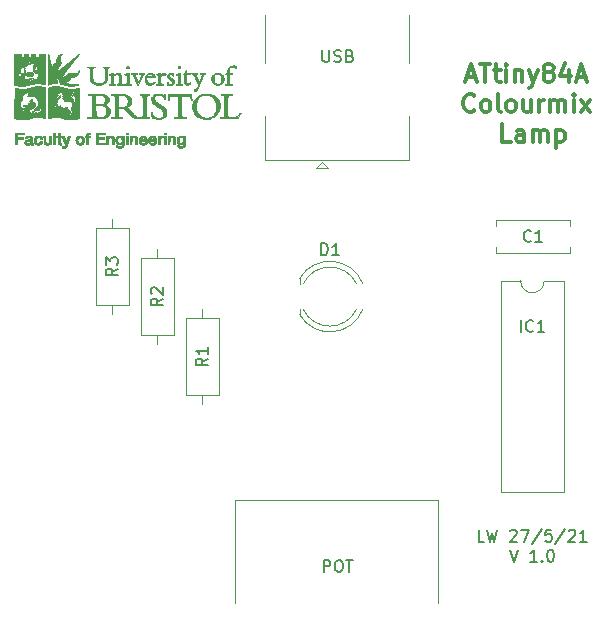
<source format=gbr>
G04 #@! TF.GenerationSoftware,KiCad,Pcbnew,(5.1.10)-1*
G04 #@! TF.CreationDate,2022-04-20T15:01:37+01:00*
G04 #@! TF.ProjectId,ATtinyRGBLamp,41547469-6e79-4524-9742-4c616d702e6b,rev?*
G04 #@! TF.SameCoordinates,Original*
G04 #@! TF.FileFunction,Legend,Top*
G04 #@! TF.FilePolarity,Positive*
%FSLAX46Y46*%
G04 Gerber Fmt 4.6, Leading zero omitted, Abs format (unit mm)*
G04 Created by KiCad (PCBNEW (5.1.10)-1) date 2022-04-20 15:01:37*
%MOMM*%
%LPD*%
G01*
G04 APERTURE LIST*
%ADD10C,0.200000*%
%ADD11C,0.300000*%
%ADD12C,0.120000*%
%ADD13C,0.010000*%
%ADD14C,0.150000*%
G04 APERTURE END LIST*
D10*
X152138571Y-84252380D02*
X151662380Y-84252380D01*
X151662380Y-83252380D01*
X152376666Y-83252380D02*
X152614761Y-84252380D01*
X152805238Y-83538095D01*
X152995714Y-84252380D01*
X153233809Y-83252380D01*
X154329047Y-83347619D02*
X154376666Y-83300000D01*
X154471904Y-83252380D01*
X154710000Y-83252380D01*
X154805238Y-83300000D01*
X154852857Y-83347619D01*
X154900476Y-83442857D01*
X154900476Y-83538095D01*
X154852857Y-83680952D01*
X154281428Y-84252380D01*
X154900476Y-84252380D01*
X155233809Y-83252380D02*
X155900476Y-83252380D01*
X155471904Y-84252380D01*
X156995714Y-83204761D02*
X156138571Y-84490476D01*
X157805238Y-83252380D02*
X157329047Y-83252380D01*
X157281428Y-83728571D01*
X157329047Y-83680952D01*
X157424285Y-83633333D01*
X157662380Y-83633333D01*
X157757619Y-83680952D01*
X157805238Y-83728571D01*
X157852857Y-83823809D01*
X157852857Y-84061904D01*
X157805238Y-84157142D01*
X157757619Y-84204761D01*
X157662380Y-84252380D01*
X157424285Y-84252380D01*
X157329047Y-84204761D01*
X157281428Y-84157142D01*
X158995714Y-83204761D02*
X158138571Y-84490476D01*
X159281428Y-83347619D02*
X159329047Y-83300000D01*
X159424285Y-83252380D01*
X159662380Y-83252380D01*
X159757619Y-83300000D01*
X159805238Y-83347619D01*
X159852857Y-83442857D01*
X159852857Y-83538095D01*
X159805238Y-83680952D01*
X159233809Y-84252380D01*
X159852857Y-84252380D01*
X160805238Y-84252380D02*
X160233809Y-84252380D01*
X160519523Y-84252380D02*
X160519523Y-83252380D01*
X160424285Y-83395238D01*
X160329047Y-83490476D01*
X160233809Y-83538095D01*
X154305238Y-84952380D02*
X154638571Y-85952380D01*
X154971904Y-84952380D01*
X156590952Y-85952380D02*
X156019523Y-85952380D01*
X156305238Y-85952380D02*
X156305238Y-84952380D01*
X156210000Y-85095238D01*
X156114761Y-85190476D01*
X156019523Y-85238095D01*
X157019523Y-85857142D02*
X157067142Y-85904761D01*
X157019523Y-85952380D01*
X156971904Y-85904761D01*
X157019523Y-85857142D01*
X157019523Y-85952380D01*
X157686190Y-84952380D02*
X157781428Y-84952380D01*
X157876666Y-85000000D01*
X157924285Y-85047619D01*
X157971904Y-85142857D01*
X158019523Y-85333333D01*
X158019523Y-85571428D01*
X157971904Y-85761904D01*
X157924285Y-85857142D01*
X157876666Y-85904761D01*
X157781428Y-85952380D01*
X157686190Y-85952380D01*
X157590952Y-85904761D01*
X157543333Y-85857142D01*
X157495714Y-85761904D01*
X157448095Y-85571428D01*
X157448095Y-85333333D01*
X157495714Y-85142857D01*
X157543333Y-85047619D01*
X157590952Y-85000000D01*
X157686190Y-84952380D01*
D11*
X150652857Y-44880000D02*
X151367142Y-44880000D01*
X150510000Y-45308571D02*
X151010000Y-43808571D01*
X151510000Y-45308571D01*
X151795714Y-43808571D02*
X152652857Y-43808571D01*
X152224285Y-45308571D02*
X152224285Y-43808571D01*
X152938571Y-44308571D02*
X153510000Y-44308571D01*
X153152857Y-43808571D02*
X153152857Y-45094285D01*
X153224285Y-45237142D01*
X153367142Y-45308571D01*
X153510000Y-45308571D01*
X154010000Y-45308571D02*
X154010000Y-44308571D01*
X154010000Y-43808571D02*
X153938571Y-43880000D01*
X154010000Y-43951428D01*
X154081428Y-43880000D01*
X154010000Y-43808571D01*
X154010000Y-43951428D01*
X154724285Y-44308571D02*
X154724285Y-45308571D01*
X154724285Y-44451428D02*
X154795714Y-44380000D01*
X154938571Y-44308571D01*
X155152857Y-44308571D01*
X155295714Y-44380000D01*
X155367142Y-44522857D01*
X155367142Y-45308571D01*
X155938571Y-44308571D02*
X156295714Y-45308571D01*
X156652857Y-44308571D02*
X156295714Y-45308571D01*
X156152857Y-45665714D01*
X156081428Y-45737142D01*
X155938571Y-45808571D01*
X157438571Y-44451428D02*
X157295714Y-44380000D01*
X157224285Y-44308571D01*
X157152857Y-44165714D01*
X157152857Y-44094285D01*
X157224285Y-43951428D01*
X157295714Y-43880000D01*
X157438571Y-43808571D01*
X157724285Y-43808571D01*
X157867142Y-43880000D01*
X157938571Y-43951428D01*
X158010000Y-44094285D01*
X158010000Y-44165714D01*
X157938571Y-44308571D01*
X157867142Y-44380000D01*
X157724285Y-44451428D01*
X157438571Y-44451428D01*
X157295714Y-44522857D01*
X157224285Y-44594285D01*
X157152857Y-44737142D01*
X157152857Y-45022857D01*
X157224285Y-45165714D01*
X157295714Y-45237142D01*
X157438571Y-45308571D01*
X157724285Y-45308571D01*
X157867142Y-45237142D01*
X157938571Y-45165714D01*
X158010000Y-45022857D01*
X158010000Y-44737142D01*
X157938571Y-44594285D01*
X157867142Y-44522857D01*
X157724285Y-44451428D01*
X159295714Y-44308571D02*
X159295714Y-45308571D01*
X158938571Y-43737142D02*
X158581428Y-44808571D01*
X159510000Y-44808571D01*
X160010000Y-44880000D02*
X160724285Y-44880000D01*
X159867142Y-45308571D02*
X160367142Y-43808571D01*
X160867142Y-45308571D01*
X151295714Y-47715714D02*
X151224285Y-47787142D01*
X151010000Y-47858571D01*
X150867142Y-47858571D01*
X150652857Y-47787142D01*
X150510000Y-47644285D01*
X150438571Y-47501428D01*
X150367142Y-47215714D01*
X150367142Y-47001428D01*
X150438571Y-46715714D01*
X150510000Y-46572857D01*
X150652857Y-46430000D01*
X150867142Y-46358571D01*
X151010000Y-46358571D01*
X151224285Y-46430000D01*
X151295714Y-46501428D01*
X152152857Y-47858571D02*
X152010000Y-47787142D01*
X151938571Y-47715714D01*
X151867142Y-47572857D01*
X151867142Y-47144285D01*
X151938571Y-47001428D01*
X152010000Y-46930000D01*
X152152857Y-46858571D01*
X152367142Y-46858571D01*
X152510000Y-46930000D01*
X152581428Y-47001428D01*
X152652857Y-47144285D01*
X152652857Y-47572857D01*
X152581428Y-47715714D01*
X152510000Y-47787142D01*
X152367142Y-47858571D01*
X152152857Y-47858571D01*
X153510000Y-47858571D02*
X153367142Y-47787142D01*
X153295714Y-47644285D01*
X153295714Y-46358571D01*
X154295714Y-47858571D02*
X154152857Y-47787142D01*
X154081428Y-47715714D01*
X154010000Y-47572857D01*
X154010000Y-47144285D01*
X154081428Y-47001428D01*
X154152857Y-46930000D01*
X154295714Y-46858571D01*
X154510000Y-46858571D01*
X154652857Y-46930000D01*
X154724285Y-47001428D01*
X154795714Y-47144285D01*
X154795714Y-47572857D01*
X154724285Y-47715714D01*
X154652857Y-47787142D01*
X154510000Y-47858571D01*
X154295714Y-47858571D01*
X156081428Y-46858571D02*
X156081428Y-47858571D01*
X155438571Y-46858571D02*
X155438571Y-47644285D01*
X155510000Y-47787142D01*
X155652857Y-47858571D01*
X155867142Y-47858571D01*
X156010000Y-47787142D01*
X156081428Y-47715714D01*
X156795714Y-47858571D02*
X156795714Y-46858571D01*
X156795714Y-47144285D02*
X156867142Y-47001428D01*
X156938571Y-46930000D01*
X157081428Y-46858571D01*
X157224285Y-46858571D01*
X157724285Y-47858571D02*
X157724285Y-46858571D01*
X157724285Y-47001428D02*
X157795714Y-46930000D01*
X157938571Y-46858571D01*
X158152857Y-46858571D01*
X158295714Y-46930000D01*
X158367142Y-47072857D01*
X158367142Y-47858571D01*
X158367142Y-47072857D02*
X158438571Y-46930000D01*
X158581428Y-46858571D01*
X158795714Y-46858571D01*
X158938571Y-46930000D01*
X159010000Y-47072857D01*
X159010000Y-47858571D01*
X159724285Y-47858571D02*
X159724285Y-46858571D01*
X159724285Y-46358571D02*
X159652857Y-46430000D01*
X159724285Y-46501428D01*
X159795714Y-46430000D01*
X159724285Y-46358571D01*
X159724285Y-46501428D01*
X160295714Y-47858571D02*
X161081428Y-46858571D01*
X160295714Y-46858571D02*
X161081428Y-47858571D01*
X154367142Y-50408571D02*
X153652857Y-50408571D01*
X153652857Y-48908571D01*
X155510000Y-50408571D02*
X155510000Y-49622857D01*
X155438571Y-49480000D01*
X155295714Y-49408571D01*
X155010000Y-49408571D01*
X154867142Y-49480000D01*
X155510000Y-50337142D02*
X155367142Y-50408571D01*
X155010000Y-50408571D01*
X154867142Y-50337142D01*
X154795714Y-50194285D01*
X154795714Y-50051428D01*
X154867142Y-49908571D01*
X155010000Y-49837142D01*
X155367142Y-49837142D01*
X155510000Y-49765714D01*
X156224285Y-50408571D02*
X156224285Y-49408571D01*
X156224285Y-49551428D02*
X156295714Y-49480000D01*
X156438571Y-49408571D01*
X156652857Y-49408571D01*
X156795714Y-49480000D01*
X156867142Y-49622857D01*
X156867142Y-50408571D01*
X156867142Y-49622857D02*
X156938571Y-49480000D01*
X157081428Y-49408571D01*
X157295714Y-49408571D01*
X157438571Y-49480000D01*
X157510000Y-49622857D01*
X157510000Y-50408571D01*
X158224285Y-49408571D02*
X158224285Y-50908571D01*
X158224285Y-49480000D02*
X158367142Y-49408571D01*
X158652857Y-49408571D01*
X158795714Y-49480000D01*
X158867142Y-49551428D01*
X158938571Y-49694285D01*
X158938571Y-50122857D01*
X158867142Y-50265714D01*
X158795714Y-50337142D01*
X158652857Y-50408571D01*
X158367142Y-50408571D01*
X158224285Y-50337142D01*
D12*
G04 #@! TO.C,POT*
X148190000Y-80699000D02*
X148190000Y-89408000D01*
X131050000Y-80699000D02*
X131064000Y-89408000D01*
X148190000Y-80699000D02*
X131050000Y-80699000D01*
G04 #@! TO.C,USB*
X145790000Y-51930000D02*
X133570000Y-51930000D01*
X145790000Y-51930000D02*
X145790000Y-48180000D01*
X133570000Y-51930000D02*
X133570000Y-48180000D01*
X138430000Y-52130000D02*
X137930000Y-52630000D01*
X137930000Y-52630000D02*
X138930000Y-52630000D01*
X138930000Y-52630000D02*
X138430000Y-52130000D01*
X133604000Y-43722000D02*
X133604000Y-39658000D01*
X145796000Y-43722000D02*
X145796000Y-39658000D01*
D13*
G04 #@! TO.C,G\u002A\u002A\u002A*
G36*
X116616100Y-50133250D02*
G01*
X116637649Y-50195054D01*
X116657944Y-50252940D01*
X116676171Y-50304615D01*
X116691517Y-50347781D01*
X116703169Y-50380144D01*
X116710313Y-50399407D01*
X116711346Y-50402023D01*
X116723426Y-50431613D01*
X116813929Y-50164957D01*
X116904433Y-49898300D01*
X116990750Y-49895888D01*
X117026654Y-49895253D01*
X117055253Y-49895449D01*
X117072999Y-49896408D01*
X117077066Y-49897519D01*
X117074172Y-49907162D01*
X117065940Y-49930836D01*
X117053043Y-49966738D01*
X117036154Y-50013071D01*
X117015948Y-50068033D01*
X116993097Y-50129824D01*
X116968276Y-50196643D01*
X116942159Y-50266692D01*
X116915418Y-50338169D01*
X116888727Y-50409275D01*
X116862761Y-50478209D01*
X116838192Y-50543170D01*
X116815695Y-50602360D01*
X116795942Y-50653977D01*
X116779608Y-50696222D01*
X116767367Y-50727293D01*
X116759891Y-50745392D01*
X116759310Y-50746685D01*
X116733781Y-50797639D01*
X116709107Y-50835318D01*
X116682593Y-50863006D01*
X116651545Y-50883984D01*
X116642915Y-50888487D01*
X116619669Y-50898961D01*
X116597808Y-50905346D01*
X116571955Y-50908546D01*
X116536735Y-50909467D01*
X116518720Y-50909399D01*
X116482524Y-50908682D01*
X116452257Y-50907310D01*
X116432252Y-50905518D01*
X116427249Y-50904460D01*
X116421141Y-50894212D01*
X116417660Y-50868900D01*
X116416666Y-50832186D01*
X116416666Y-50764183D01*
X116463337Y-50770014D01*
X116508620Y-50772293D01*
X116543444Y-50765056D01*
X116570466Y-50746458D01*
X116592342Y-50714654D01*
X116611731Y-50667799D01*
X116612103Y-50666722D01*
X116628251Y-50619786D01*
X116506241Y-50301377D01*
X116478877Y-50229996D01*
X116452771Y-50161957D01*
X116428689Y-50099253D01*
X116407397Y-50043876D01*
X116389663Y-49997820D01*
X116376253Y-49963078D01*
X116367932Y-49941643D01*
X116366705Y-49938517D01*
X116349180Y-49894067D01*
X116532933Y-49894067D01*
X116616100Y-50133250D01*
G37*
X116616100Y-50133250D02*
X116637649Y-50195054D01*
X116657944Y-50252940D01*
X116676171Y-50304615D01*
X116691517Y-50347781D01*
X116703169Y-50380144D01*
X116710313Y-50399407D01*
X116711346Y-50402023D01*
X116723426Y-50431613D01*
X116813929Y-50164957D01*
X116904433Y-49898300D01*
X116990750Y-49895888D01*
X117026654Y-49895253D01*
X117055253Y-49895449D01*
X117072999Y-49896408D01*
X117077066Y-49897519D01*
X117074172Y-49907162D01*
X117065940Y-49930836D01*
X117053043Y-49966738D01*
X117036154Y-50013071D01*
X117015948Y-50068033D01*
X116993097Y-50129824D01*
X116968276Y-50196643D01*
X116942159Y-50266692D01*
X116915418Y-50338169D01*
X116888727Y-50409275D01*
X116862761Y-50478209D01*
X116838192Y-50543170D01*
X116815695Y-50602360D01*
X116795942Y-50653977D01*
X116779608Y-50696222D01*
X116767367Y-50727293D01*
X116759891Y-50745392D01*
X116759310Y-50746685D01*
X116733781Y-50797639D01*
X116709107Y-50835318D01*
X116682593Y-50863006D01*
X116651545Y-50883984D01*
X116642915Y-50888487D01*
X116619669Y-50898961D01*
X116597808Y-50905346D01*
X116571955Y-50908546D01*
X116536735Y-50909467D01*
X116518720Y-50909399D01*
X116482524Y-50908682D01*
X116452257Y-50907310D01*
X116432252Y-50905518D01*
X116427249Y-50904460D01*
X116421141Y-50894212D01*
X116417660Y-50868900D01*
X116416666Y-50832186D01*
X116416666Y-50764183D01*
X116463337Y-50770014D01*
X116508620Y-50772293D01*
X116543444Y-50765056D01*
X116570466Y-50746458D01*
X116592342Y-50714654D01*
X116611731Y-50667799D01*
X116612103Y-50666722D01*
X116628251Y-50619786D01*
X116506241Y-50301377D01*
X116478877Y-50229996D01*
X116452771Y-50161957D01*
X116428689Y-50099253D01*
X116407397Y-50043876D01*
X116389663Y-49997820D01*
X116376253Y-49963078D01*
X116367932Y-49941643D01*
X116366705Y-49938517D01*
X116349180Y-49894067D01*
X116532933Y-49894067D01*
X116616100Y-50133250D01*
G36*
X121267438Y-49870913D02*
G01*
X121318172Y-49880912D01*
X121361771Y-49901577D01*
X121402112Y-49934209D01*
X121405155Y-49937217D01*
X121445866Y-49977927D01*
X121445866Y-49894067D01*
X121607513Y-49894067D01*
X121604792Y-50289884D01*
X121604100Y-50387440D01*
X121603343Y-50469637D01*
X121602314Y-50538051D01*
X121600807Y-50594256D01*
X121598616Y-50639826D01*
X121595535Y-50676336D01*
X121591358Y-50705361D01*
X121585880Y-50728475D01*
X121578893Y-50747253D01*
X121570191Y-50763269D01*
X121559570Y-50778097D01*
X121546822Y-50793313D01*
X121537526Y-50803898D01*
X121491724Y-50846694D01*
X121439233Y-50877025D01*
X121378018Y-50896873D01*
X121331134Y-50904532D01*
X121275671Y-50908399D01*
X121217763Y-50908485D01*
X121163548Y-50904797D01*
X121119159Y-50897345D01*
X121115871Y-50896494D01*
X121060435Y-50875778D01*
X121011172Y-50846206D01*
X120970412Y-50810092D01*
X120940482Y-50769747D01*
X120923712Y-50727485D01*
X120920933Y-50702906D01*
X120921470Y-50692939D01*
X120925206Y-50686669D01*
X120935325Y-50683239D01*
X120955014Y-50681792D01*
X120987459Y-50681472D01*
X121000669Y-50681467D01*
X121080405Y-50681467D01*
X121095919Y-50713105D01*
X121122314Y-50748415D01*
X121160831Y-50773478D01*
X121209601Y-50787582D01*
X121266753Y-50790017D01*
X121291777Y-50787533D01*
X121340981Y-50776032D01*
X121379167Y-50755669D01*
X121407463Y-50724918D01*
X121427001Y-50682256D01*
X121438910Y-50626159D01*
X121442981Y-50583597D01*
X121448321Y-50499434D01*
X121410891Y-50539250D01*
X121376029Y-50569850D01*
X121335549Y-50595954D01*
X121323953Y-50601732D01*
X121298500Y-50612630D01*
X121277073Y-50618974D01*
X121253935Y-50621589D01*
X121223350Y-50621300D01*
X121197171Y-50619971D01*
X121158695Y-50616528D01*
X121123164Y-50611192D01*
X121096511Y-50604925D01*
X121090266Y-50602641D01*
X121028493Y-50567052D01*
X120978329Y-50519243D01*
X120939888Y-50459424D01*
X120913283Y-50387806D01*
X120898625Y-50304599D01*
X120897339Y-50276949D01*
X121060601Y-50276949D01*
X121070055Y-50338454D01*
X121083017Y-50377620D01*
X121112136Y-50426377D01*
X121150701Y-50462296D01*
X121196364Y-50484514D01*
X121246772Y-50492171D01*
X121299578Y-50484404D01*
X121335211Y-50470101D01*
X121373438Y-50441384D01*
X121403857Y-50399312D01*
X121425452Y-50346042D01*
X121437208Y-50283731D01*
X121439080Y-50249667D01*
X121434432Y-50178651D01*
X121418842Y-50118169D01*
X121392835Y-50069186D01*
X121356935Y-50032667D01*
X121311666Y-50009575D01*
X121307921Y-50008416D01*
X121279860Y-50001055D01*
X121256086Y-49996473D01*
X121247479Y-49995714D01*
X121201023Y-50003713D01*
X121156208Y-50025559D01*
X121117463Y-50058397D01*
X121090440Y-50096926D01*
X121070945Y-50150454D01*
X121060948Y-50212372D01*
X121060601Y-50276949D01*
X120897339Y-50276949D01*
X120895533Y-50238167D01*
X120902184Y-50153657D01*
X120921624Y-50078363D01*
X120953085Y-50013198D01*
X120995798Y-49959072D01*
X121048993Y-49916897D01*
X121111902Y-49887587D01*
X121183757Y-49872053D01*
X121205692Y-49870280D01*
X121267438Y-49870913D01*
G37*
X121267438Y-49870913D02*
X121318172Y-49880912D01*
X121361771Y-49901577D01*
X121402112Y-49934209D01*
X121405155Y-49937217D01*
X121445866Y-49977927D01*
X121445866Y-49894067D01*
X121607513Y-49894067D01*
X121604792Y-50289884D01*
X121604100Y-50387440D01*
X121603343Y-50469637D01*
X121602314Y-50538051D01*
X121600807Y-50594256D01*
X121598616Y-50639826D01*
X121595535Y-50676336D01*
X121591358Y-50705361D01*
X121585880Y-50728475D01*
X121578893Y-50747253D01*
X121570191Y-50763269D01*
X121559570Y-50778097D01*
X121546822Y-50793313D01*
X121537526Y-50803898D01*
X121491724Y-50846694D01*
X121439233Y-50877025D01*
X121378018Y-50896873D01*
X121331134Y-50904532D01*
X121275671Y-50908399D01*
X121217763Y-50908485D01*
X121163548Y-50904797D01*
X121119159Y-50897345D01*
X121115871Y-50896494D01*
X121060435Y-50875778D01*
X121011172Y-50846206D01*
X120970412Y-50810092D01*
X120940482Y-50769747D01*
X120923712Y-50727485D01*
X120920933Y-50702906D01*
X120921470Y-50692939D01*
X120925206Y-50686669D01*
X120935325Y-50683239D01*
X120955014Y-50681792D01*
X120987459Y-50681472D01*
X121000669Y-50681467D01*
X121080405Y-50681467D01*
X121095919Y-50713105D01*
X121122314Y-50748415D01*
X121160831Y-50773478D01*
X121209601Y-50787582D01*
X121266753Y-50790017D01*
X121291777Y-50787533D01*
X121340981Y-50776032D01*
X121379167Y-50755669D01*
X121407463Y-50724918D01*
X121427001Y-50682256D01*
X121438910Y-50626159D01*
X121442981Y-50583597D01*
X121448321Y-50499434D01*
X121410891Y-50539250D01*
X121376029Y-50569850D01*
X121335549Y-50595954D01*
X121323953Y-50601732D01*
X121298500Y-50612630D01*
X121277073Y-50618974D01*
X121253935Y-50621589D01*
X121223350Y-50621300D01*
X121197171Y-50619971D01*
X121158695Y-50616528D01*
X121123164Y-50611192D01*
X121096511Y-50604925D01*
X121090266Y-50602641D01*
X121028493Y-50567052D01*
X120978329Y-50519243D01*
X120939888Y-50459424D01*
X120913283Y-50387806D01*
X120898625Y-50304599D01*
X120897339Y-50276949D01*
X121060601Y-50276949D01*
X121070055Y-50338454D01*
X121083017Y-50377620D01*
X121112136Y-50426377D01*
X121150701Y-50462296D01*
X121196364Y-50484514D01*
X121246772Y-50492171D01*
X121299578Y-50484404D01*
X121335211Y-50470101D01*
X121373438Y-50441384D01*
X121403857Y-50399312D01*
X121425452Y-50346042D01*
X121437208Y-50283731D01*
X121439080Y-50249667D01*
X121434432Y-50178651D01*
X121418842Y-50118169D01*
X121392835Y-50069186D01*
X121356935Y-50032667D01*
X121311666Y-50009575D01*
X121307921Y-50008416D01*
X121279860Y-50001055D01*
X121256086Y-49996473D01*
X121247479Y-49995714D01*
X121201023Y-50003713D01*
X121156208Y-50025559D01*
X121117463Y-50058397D01*
X121090440Y-50096926D01*
X121070945Y-50150454D01*
X121060948Y-50212372D01*
X121060601Y-50276949D01*
X120897339Y-50276949D01*
X120895533Y-50238167D01*
X120902184Y-50153657D01*
X120921624Y-50078363D01*
X120953085Y-50013198D01*
X120995798Y-49959072D01*
X121048993Y-49916897D01*
X121111902Y-49887587D01*
X121183757Y-49872053D01*
X121205692Y-49870280D01*
X121267438Y-49870913D01*
G36*
X126474438Y-49870913D02*
G01*
X126525172Y-49880912D01*
X126568771Y-49901577D01*
X126609112Y-49934209D01*
X126612155Y-49937217D01*
X126652866Y-49977927D01*
X126652866Y-49894067D01*
X126814513Y-49894067D01*
X126811792Y-50289884D01*
X126811100Y-50387440D01*
X126810343Y-50469637D01*
X126809314Y-50538051D01*
X126807807Y-50594256D01*
X126805616Y-50639826D01*
X126802535Y-50676336D01*
X126798358Y-50705361D01*
X126792880Y-50728475D01*
X126785893Y-50747253D01*
X126777191Y-50763269D01*
X126766570Y-50778097D01*
X126753822Y-50793313D01*
X126744526Y-50803898D01*
X126698724Y-50846694D01*
X126646233Y-50877025D01*
X126585018Y-50896873D01*
X126538134Y-50904532D01*
X126482671Y-50908399D01*
X126424763Y-50908485D01*
X126370548Y-50904797D01*
X126326159Y-50897345D01*
X126322871Y-50896494D01*
X126267435Y-50875778D01*
X126218172Y-50846206D01*
X126177412Y-50810092D01*
X126147482Y-50769747D01*
X126130712Y-50727485D01*
X126127933Y-50702906D01*
X126128470Y-50692939D01*
X126132206Y-50686669D01*
X126142325Y-50683239D01*
X126162014Y-50681792D01*
X126194459Y-50681472D01*
X126207669Y-50681467D01*
X126287405Y-50681467D01*
X126302919Y-50713105D01*
X126329314Y-50748415D01*
X126367831Y-50773478D01*
X126416601Y-50787582D01*
X126473753Y-50790017D01*
X126498777Y-50787533D01*
X126547981Y-50776032D01*
X126586167Y-50755669D01*
X126614463Y-50724918D01*
X126634001Y-50682256D01*
X126645910Y-50626159D01*
X126649981Y-50583597D01*
X126655321Y-50499434D01*
X126617891Y-50539250D01*
X126583029Y-50569850D01*
X126542549Y-50595954D01*
X126530953Y-50601732D01*
X126505500Y-50612630D01*
X126484073Y-50618974D01*
X126460935Y-50621589D01*
X126430350Y-50621300D01*
X126404171Y-50619971D01*
X126365695Y-50616528D01*
X126330164Y-50611192D01*
X126303511Y-50604925D01*
X126297266Y-50602641D01*
X126235493Y-50567052D01*
X126185329Y-50519243D01*
X126146888Y-50459424D01*
X126120283Y-50387806D01*
X126105625Y-50304599D01*
X126104339Y-50276949D01*
X126267601Y-50276949D01*
X126277055Y-50338454D01*
X126290017Y-50377620D01*
X126319136Y-50426377D01*
X126357701Y-50462296D01*
X126403364Y-50484514D01*
X126453772Y-50492171D01*
X126506578Y-50484404D01*
X126542211Y-50470101D01*
X126580438Y-50441384D01*
X126610857Y-50399312D01*
X126632452Y-50346042D01*
X126644208Y-50283731D01*
X126646080Y-50249667D01*
X126641432Y-50178651D01*
X126625842Y-50118169D01*
X126599835Y-50069186D01*
X126563935Y-50032667D01*
X126518666Y-50009575D01*
X126514921Y-50008416D01*
X126486860Y-50001055D01*
X126463086Y-49996473D01*
X126454479Y-49995714D01*
X126408023Y-50003713D01*
X126363208Y-50025559D01*
X126324463Y-50058397D01*
X126297440Y-50096926D01*
X126277945Y-50150454D01*
X126267948Y-50212372D01*
X126267601Y-50276949D01*
X126104339Y-50276949D01*
X126102533Y-50238167D01*
X126109184Y-50153657D01*
X126128624Y-50078363D01*
X126160085Y-50013198D01*
X126202798Y-49959072D01*
X126255993Y-49916897D01*
X126318902Y-49887587D01*
X126390757Y-49872053D01*
X126412692Y-49870280D01*
X126474438Y-49870913D01*
G37*
X126474438Y-49870913D02*
X126525172Y-49880912D01*
X126568771Y-49901577D01*
X126609112Y-49934209D01*
X126612155Y-49937217D01*
X126652866Y-49977927D01*
X126652866Y-49894067D01*
X126814513Y-49894067D01*
X126811792Y-50289884D01*
X126811100Y-50387440D01*
X126810343Y-50469637D01*
X126809314Y-50538051D01*
X126807807Y-50594256D01*
X126805616Y-50639826D01*
X126802535Y-50676336D01*
X126798358Y-50705361D01*
X126792880Y-50728475D01*
X126785893Y-50747253D01*
X126777191Y-50763269D01*
X126766570Y-50778097D01*
X126753822Y-50793313D01*
X126744526Y-50803898D01*
X126698724Y-50846694D01*
X126646233Y-50877025D01*
X126585018Y-50896873D01*
X126538134Y-50904532D01*
X126482671Y-50908399D01*
X126424763Y-50908485D01*
X126370548Y-50904797D01*
X126326159Y-50897345D01*
X126322871Y-50896494D01*
X126267435Y-50875778D01*
X126218172Y-50846206D01*
X126177412Y-50810092D01*
X126147482Y-50769747D01*
X126130712Y-50727485D01*
X126127933Y-50702906D01*
X126128470Y-50692939D01*
X126132206Y-50686669D01*
X126142325Y-50683239D01*
X126162014Y-50681792D01*
X126194459Y-50681472D01*
X126207669Y-50681467D01*
X126287405Y-50681467D01*
X126302919Y-50713105D01*
X126329314Y-50748415D01*
X126367831Y-50773478D01*
X126416601Y-50787582D01*
X126473753Y-50790017D01*
X126498777Y-50787533D01*
X126547981Y-50776032D01*
X126586167Y-50755669D01*
X126614463Y-50724918D01*
X126634001Y-50682256D01*
X126645910Y-50626159D01*
X126649981Y-50583597D01*
X126655321Y-50499434D01*
X126617891Y-50539250D01*
X126583029Y-50569850D01*
X126542549Y-50595954D01*
X126530953Y-50601732D01*
X126505500Y-50612630D01*
X126484073Y-50618974D01*
X126460935Y-50621589D01*
X126430350Y-50621300D01*
X126404171Y-50619971D01*
X126365695Y-50616528D01*
X126330164Y-50611192D01*
X126303511Y-50604925D01*
X126297266Y-50602641D01*
X126235493Y-50567052D01*
X126185329Y-50519243D01*
X126146888Y-50459424D01*
X126120283Y-50387806D01*
X126105625Y-50304599D01*
X126104339Y-50276949D01*
X126267601Y-50276949D01*
X126277055Y-50338454D01*
X126290017Y-50377620D01*
X126319136Y-50426377D01*
X126357701Y-50462296D01*
X126403364Y-50484514D01*
X126453772Y-50492171D01*
X126506578Y-50484404D01*
X126542211Y-50470101D01*
X126580438Y-50441384D01*
X126610857Y-50399312D01*
X126632452Y-50346042D01*
X126644208Y-50283731D01*
X126646080Y-50249667D01*
X126641432Y-50178651D01*
X126625842Y-50118169D01*
X126599835Y-50069186D01*
X126563935Y-50032667D01*
X126518666Y-50009575D01*
X126514921Y-50008416D01*
X126486860Y-50001055D01*
X126463086Y-49996473D01*
X126454479Y-49995714D01*
X126408023Y-50003713D01*
X126363208Y-50025559D01*
X126324463Y-50058397D01*
X126297440Y-50096926D01*
X126277945Y-50150454D01*
X126267948Y-50212372D01*
X126267601Y-50276949D01*
X126104339Y-50276949D01*
X126102533Y-50238167D01*
X126109184Y-50153657D01*
X126128624Y-50078363D01*
X126160085Y-50013198D01*
X126202798Y-49959072D01*
X126255993Y-49916897D01*
X126318902Y-49887587D01*
X126390757Y-49872053D01*
X126412692Y-49870280D01*
X126474438Y-49870913D01*
G36*
X113586807Y-49870865D02*
G01*
X113663099Y-49879599D01*
X113725794Y-49897158D01*
X113776069Y-49924096D01*
X113815102Y-49960968D01*
X113832751Y-49986606D01*
X113855500Y-50025300D01*
X113858341Y-50258134D01*
X113859547Y-50331028D01*
X113861218Y-50392640D01*
X113863295Y-50441724D01*
X113865718Y-50477031D01*
X113868428Y-50497316D01*
X113869961Y-50501550D01*
X113883923Y-50508841D01*
X113905843Y-50512120D01*
X113907336Y-50512134D01*
X113935933Y-50512134D01*
X113935933Y-50621405D01*
X113904183Y-50630222D01*
X113854139Y-50639021D01*
X113807051Y-50637909D01*
X113766014Y-50627687D01*
X113734127Y-50609158D01*
X113714487Y-50583122D01*
X113713598Y-50580901D01*
X113704717Y-50557373D01*
X113664775Y-50584252D01*
X113614907Y-50609654D01*
X113554840Y-50627536D01*
X113489855Y-50637241D01*
X113425234Y-50638107D01*
X113366259Y-50629477D01*
X113347322Y-50623882D01*
X113296056Y-50601016D01*
X113257295Y-50571070D01*
X113227095Y-50530992D01*
X113226882Y-50530631D01*
X113214665Y-50507506D01*
X113207618Y-50485891D01*
X113204411Y-50459620D01*
X113203713Y-50423234D01*
X113204505Y-50414664D01*
X113368666Y-50414664D01*
X113371023Y-50441217D01*
X113380615Y-50459698D01*
X113394719Y-50473284D01*
X113417667Y-50489047D01*
X113440276Y-50499356D01*
X113443402Y-50500177D01*
X113463343Y-50505052D01*
X113474500Y-50508447D01*
X113493766Y-50510602D01*
X113523282Y-50508199D01*
X113557298Y-50502229D01*
X113590066Y-50493682D01*
X113614187Y-50484385D01*
X113648229Y-50463400D01*
X113671022Y-50437952D01*
X113684332Y-50404630D01*
X113689926Y-50360027D01*
X113690400Y-50337315D01*
X113689993Y-50305103D01*
X113688908Y-50280576D01*
X113687351Y-50267656D01*
X113686717Y-50266600D01*
X113676918Y-50269281D01*
X113662115Y-50274554D01*
X113644028Y-50279377D01*
X113614695Y-50285077D01*
X113579695Y-50290600D01*
X113570547Y-50291852D01*
X113503469Y-50302674D01*
X113451764Y-50315838D01*
X113413936Y-50332255D01*
X113388487Y-50352836D01*
X113373917Y-50378493D01*
X113368730Y-50410138D01*
X113368666Y-50414664D01*
X113204505Y-50414664D01*
X113209346Y-50362282D01*
X113226657Y-50312872D01*
X113256703Y-50273359D01*
X113300536Y-50242097D01*
X113328377Y-50228870D01*
X113350981Y-50221956D01*
X113388475Y-50213579D01*
X113438913Y-50204091D01*
X113500349Y-50193848D01*
X113570838Y-50183203D01*
X113607809Y-50177986D01*
X113649289Y-50166517D01*
X113679289Y-50146035D01*
X113695988Y-50118131D01*
X113698866Y-50098398D01*
X113691909Y-50060070D01*
X113671015Y-50031265D01*
X113636152Y-50011961D01*
X113587284Y-50002135D01*
X113554933Y-50000762D01*
X113497092Y-50005687D01*
X113452667Y-50020537D01*
X113421212Y-50045512D01*
X113407931Y-50066374D01*
X113398863Y-50087763D01*
X113394224Y-50103166D01*
X113394066Y-50104897D01*
X113385694Y-50109767D01*
X113360773Y-50112865D01*
X113319601Y-50114161D01*
X113309016Y-50114200D01*
X113223966Y-50114200D01*
X113229656Y-50082450D01*
X113243437Y-50032019D01*
X113266983Y-49989170D01*
X113288990Y-49962078D01*
X113335463Y-49921846D01*
X113392113Y-49893214D01*
X113459775Y-49875926D01*
X113539284Y-49869726D01*
X113586807Y-49870865D01*
G37*
X113586807Y-49870865D02*
X113663099Y-49879599D01*
X113725794Y-49897158D01*
X113776069Y-49924096D01*
X113815102Y-49960968D01*
X113832751Y-49986606D01*
X113855500Y-50025300D01*
X113858341Y-50258134D01*
X113859547Y-50331028D01*
X113861218Y-50392640D01*
X113863295Y-50441724D01*
X113865718Y-50477031D01*
X113868428Y-50497316D01*
X113869961Y-50501550D01*
X113883923Y-50508841D01*
X113905843Y-50512120D01*
X113907336Y-50512134D01*
X113935933Y-50512134D01*
X113935933Y-50621405D01*
X113904183Y-50630222D01*
X113854139Y-50639021D01*
X113807051Y-50637909D01*
X113766014Y-50627687D01*
X113734127Y-50609158D01*
X113714487Y-50583122D01*
X113713598Y-50580901D01*
X113704717Y-50557373D01*
X113664775Y-50584252D01*
X113614907Y-50609654D01*
X113554840Y-50627536D01*
X113489855Y-50637241D01*
X113425234Y-50638107D01*
X113366259Y-50629477D01*
X113347322Y-50623882D01*
X113296056Y-50601016D01*
X113257295Y-50571070D01*
X113227095Y-50530992D01*
X113226882Y-50530631D01*
X113214665Y-50507506D01*
X113207618Y-50485891D01*
X113204411Y-50459620D01*
X113203713Y-50423234D01*
X113204505Y-50414664D01*
X113368666Y-50414664D01*
X113371023Y-50441217D01*
X113380615Y-50459698D01*
X113394719Y-50473284D01*
X113417667Y-50489047D01*
X113440276Y-50499356D01*
X113443402Y-50500177D01*
X113463343Y-50505052D01*
X113474500Y-50508447D01*
X113493766Y-50510602D01*
X113523282Y-50508199D01*
X113557298Y-50502229D01*
X113590066Y-50493682D01*
X113614187Y-50484385D01*
X113648229Y-50463400D01*
X113671022Y-50437952D01*
X113684332Y-50404630D01*
X113689926Y-50360027D01*
X113690400Y-50337315D01*
X113689993Y-50305103D01*
X113688908Y-50280576D01*
X113687351Y-50267656D01*
X113686717Y-50266600D01*
X113676918Y-50269281D01*
X113662115Y-50274554D01*
X113644028Y-50279377D01*
X113614695Y-50285077D01*
X113579695Y-50290600D01*
X113570547Y-50291852D01*
X113503469Y-50302674D01*
X113451764Y-50315838D01*
X113413936Y-50332255D01*
X113388487Y-50352836D01*
X113373917Y-50378493D01*
X113368730Y-50410138D01*
X113368666Y-50414664D01*
X113204505Y-50414664D01*
X113209346Y-50362282D01*
X113226657Y-50312872D01*
X113256703Y-50273359D01*
X113300536Y-50242097D01*
X113328377Y-50228870D01*
X113350981Y-50221956D01*
X113388475Y-50213579D01*
X113438913Y-50204091D01*
X113500349Y-50193848D01*
X113570838Y-50183203D01*
X113607809Y-50177986D01*
X113649289Y-50166517D01*
X113679289Y-50146035D01*
X113695988Y-50118131D01*
X113698866Y-50098398D01*
X113691909Y-50060070D01*
X113671015Y-50031265D01*
X113636152Y-50011961D01*
X113587284Y-50002135D01*
X113554933Y-50000762D01*
X113497092Y-50005687D01*
X113452667Y-50020537D01*
X113421212Y-50045512D01*
X113407931Y-50066374D01*
X113398863Y-50087763D01*
X113394224Y-50103166D01*
X113394066Y-50104897D01*
X113385694Y-50109767D01*
X113360773Y-50112865D01*
X113319601Y-50114161D01*
X113309016Y-50114200D01*
X113223966Y-50114200D01*
X113229656Y-50082450D01*
X113243437Y-50032019D01*
X113266983Y-49989170D01*
X113288990Y-49962078D01*
X113335463Y-49921846D01*
X113392113Y-49893214D01*
X113459775Y-49875926D01*
X113539284Y-49869726D01*
X113586807Y-49870865D01*
G36*
X114434236Y-49875175D02*
G01*
X114505333Y-49893686D01*
X114566085Y-49923599D01*
X114615475Y-49964218D01*
X114652487Y-50014842D01*
X114676105Y-50074773D01*
X114680210Y-50093293D01*
X114687280Y-50131134D01*
X114522433Y-50131134D01*
X114507975Y-50093275D01*
X114484926Y-50052313D01*
X114450902Y-50023262D01*
X114404336Y-50004814D01*
X114401010Y-50003992D01*
X114345599Y-49998746D01*
X114293385Y-50008998D01*
X114246936Y-50033327D01*
X114208822Y-50070311D01*
X114181614Y-50118527D01*
X114178444Y-50127191D01*
X114163209Y-50191177D01*
X114158459Y-50259105D01*
X114163979Y-50325854D01*
X114179553Y-50386301D01*
X114190414Y-50411335D01*
X114220265Y-50454009D01*
X114258442Y-50484595D01*
X114302068Y-50503038D01*
X114348264Y-50509279D01*
X114394150Y-50503261D01*
X114436849Y-50484928D01*
X114473483Y-50454221D01*
X114498148Y-50417461D01*
X114510132Y-50391616D01*
X114518117Y-50370955D01*
X114520133Y-50362305D01*
X114524581Y-50356948D01*
X114539425Y-50353521D01*
X114566914Y-50351729D01*
X114603900Y-50351267D01*
X114687666Y-50351267D01*
X114679660Y-50387250D01*
X114656170Y-50458020D01*
X114619850Y-50519289D01*
X114571865Y-50569510D01*
X114514642Y-50606518D01*
X114488269Y-50618821D01*
X114465597Y-50626965D01*
X114441586Y-50631966D01*
X114411195Y-50634840D01*
X114369382Y-50636604D01*
X114364714Y-50636749D01*
X114317886Y-50637508D01*
X114283132Y-50636172D01*
X114255672Y-50632292D01*
X114230726Y-50625417D01*
X114225613Y-50623641D01*
X114156571Y-50590405D01*
X114097961Y-50543977D01*
X114050409Y-50484968D01*
X114016522Y-50419000D01*
X114006297Y-50382039D01*
X113999494Y-50333521D01*
X113996261Y-50278502D01*
X113996747Y-50222042D01*
X114001102Y-50169195D01*
X114007999Y-50130726D01*
X114033823Y-50057967D01*
X114072423Y-49995690D01*
X114122617Y-49944791D01*
X114183223Y-49906165D01*
X114253058Y-49880708D01*
X114330941Y-49869316D01*
X114353808Y-49868768D01*
X114434236Y-49875175D01*
G37*
X114434236Y-49875175D02*
X114505333Y-49893686D01*
X114566085Y-49923599D01*
X114615475Y-49964218D01*
X114652487Y-50014842D01*
X114676105Y-50074773D01*
X114680210Y-50093293D01*
X114687280Y-50131134D01*
X114522433Y-50131134D01*
X114507975Y-50093275D01*
X114484926Y-50052313D01*
X114450902Y-50023262D01*
X114404336Y-50004814D01*
X114401010Y-50003992D01*
X114345599Y-49998746D01*
X114293385Y-50008998D01*
X114246936Y-50033327D01*
X114208822Y-50070311D01*
X114181614Y-50118527D01*
X114178444Y-50127191D01*
X114163209Y-50191177D01*
X114158459Y-50259105D01*
X114163979Y-50325854D01*
X114179553Y-50386301D01*
X114190414Y-50411335D01*
X114220265Y-50454009D01*
X114258442Y-50484595D01*
X114302068Y-50503038D01*
X114348264Y-50509279D01*
X114394150Y-50503261D01*
X114436849Y-50484928D01*
X114473483Y-50454221D01*
X114498148Y-50417461D01*
X114510132Y-50391616D01*
X114518117Y-50370955D01*
X114520133Y-50362305D01*
X114524581Y-50356948D01*
X114539425Y-50353521D01*
X114566914Y-50351729D01*
X114603900Y-50351267D01*
X114687666Y-50351267D01*
X114679660Y-50387250D01*
X114656170Y-50458020D01*
X114619850Y-50519289D01*
X114571865Y-50569510D01*
X114514642Y-50606518D01*
X114488269Y-50618821D01*
X114465597Y-50626965D01*
X114441586Y-50631966D01*
X114411195Y-50634840D01*
X114369382Y-50636604D01*
X114364714Y-50636749D01*
X114317886Y-50637508D01*
X114283132Y-50636172D01*
X114255672Y-50632292D01*
X114230726Y-50625417D01*
X114225613Y-50623641D01*
X114156571Y-50590405D01*
X114097961Y-50543977D01*
X114050409Y-50484968D01*
X114016522Y-50419000D01*
X114006297Y-50382039D01*
X113999494Y-50333521D01*
X113996261Y-50278502D01*
X113996747Y-50222042D01*
X114001102Y-50169195D01*
X114007999Y-50130726D01*
X114033823Y-50057967D01*
X114072423Y-49995690D01*
X114122617Y-49944791D01*
X114183223Y-49906165D01*
X114253058Y-49880708D01*
X114330941Y-49869316D01*
X114353808Y-49868768D01*
X114434236Y-49875175D01*
G36*
X114978891Y-50150184D02*
G01*
X114979727Y-50223503D01*
X114980627Y-50281914D01*
X114981726Y-50327442D01*
X114983163Y-50362112D01*
X114985073Y-50387950D01*
X114987593Y-50406981D01*
X114990862Y-50421230D01*
X114995014Y-50432722D01*
X114998500Y-50440167D01*
X115023996Y-50474101D01*
X115058690Y-50496712D01*
X115099384Y-50508219D01*
X115142886Y-50508842D01*
X115186000Y-50498798D01*
X115225531Y-50478307D01*
X115258285Y-50447587D01*
X115274924Y-50421237D01*
X115280689Y-50408896D01*
X115285246Y-50396602D01*
X115288769Y-50382214D01*
X115291430Y-50363592D01*
X115293401Y-50338595D01*
X115294853Y-50305082D01*
X115295961Y-50260913D01*
X115296895Y-50203945D01*
X115297761Y-50137484D01*
X115300781Y-49894067D01*
X115459933Y-49894067D01*
X115459933Y-50622200D01*
X115299066Y-50622200D01*
X115299066Y-50528478D01*
X115271626Y-50559730D01*
X115248640Y-50580489D01*
X115217618Y-50601799D01*
X115193310Y-50615051D01*
X115161545Y-50628522D01*
X115133412Y-50635707D01*
X115100844Y-50638243D01*
X115078933Y-50638260D01*
X115043896Y-50637010D01*
X115012217Y-50634542D01*
X114990560Y-50631381D01*
X114990033Y-50631257D01*
X114934388Y-50610908D01*
X114889626Y-50578689D01*
X114853935Y-50533075D01*
X114838410Y-50503667D01*
X114833601Y-50492491D01*
X114829719Y-50480545D01*
X114826644Y-50465908D01*
X114824256Y-50446660D01*
X114822434Y-50420880D01*
X114821057Y-50386649D01*
X114820005Y-50342044D01*
X114819157Y-50285147D01*
X114818393Y-50214035D01*
X114818071Y-50179817D01*
X114815442Y-49894067D01*
X114976216Y-49894067D01*
X114978891Y-50150184D01*
G37*
X114978891Y-50150184D02*
X114979727Y-50223503D01*
X114980627Y-50281914D01*
X114981726Y-50327442D01*
X114983163Y-50362112D01*
X114985073Y-50387950D01*
X114987593Y-50406981D01*
X114990862Y-50421230D01*
X114995014Y-50432722D01*
X114998500Y-50440167D01*
X115023996Y-50474101D01*
X115058690Y-50496712D01*
X115099384Y-50508219D01*
X115142886Y-50508842D01*
X115186000Y-50498798D01*
X115225531Y-50478307D01*
X115258285Y-50447587D01*
X115274924Y-50421237D01*
X115280689Y-50408896D01*
X115285246Y-50396602D01*
X115288769Y-50382214D01*
X115291430Y-50363592D01*
X115293401Y-50338595D01*
X115294853Y-50305082D01*
X115295961Y-50260913D01*
X115296895Y-50203945D01*
X115297761Y-50137484D01*
X115300781Y-49894067D01*
X115459933Y-49894067D01*
X115459933Y-50622200D01*
X115299066Y-50622200D01*
X115299066Y-50528478D01*
X115271626Y-50559730D01*
X115248640Y-50580489D01*
X115217618Y-50601799D01*
X115193310Y-50615051D01*
X115161545Y-50628522D01*
X115133412Y-50635707D01*
X115100844Y-50638243D01*
X115078933Y-50638260D01*
X115043896Y-50637010D01*
X115012217Y-50634542D01*
X114990560Y-50631381D01*
X114990033Y-50631257D01*
X114934388Y-50610908D01*
X114889626Y-50578689D01*
X114853935Y-50533075D01*
X114838410Y-50503667D01*
X114833601Y-50492491D01*
X114829719Y-50480545D01*
X114826644Y-50465908D01*
X114824256Y-50446660D01*
X114822434Y-50420880D01*
X114821057Y-50386649D01*
X114820005Y-50342044D01*
X114819157Y-50285147D01*
X114818393Y-50214035D01*
X114818071Y-50179817D01*
X114815442Y-49894067D01*
X114976216Y-49894067D01*
X114978891Y-50150184D01*
G36*
X117976835Y-49875835D02*
G01*
X118051414Y-49896543D01*
X118115965Y-49930536D01*
X118169978Y-49977460D01*
X118212943Y-50036957D01*
X118244348Y-50108675D01*
X118246359Y-50114971D01*
X118256334Y-50161645D01*
X118261573Y-50218320D01*
X118262006Y-50278719D01*
X118257564Y-50336563D01*
X118249341Y-50381238D01*
X118222485Y-50453195D01*
X118182282Y-50515232D01*
X118129864Y-50566212D01*
X118066363Y-50604998D01*
X118004166Y-50627625D01*
X117957552Y-50635638D01*
X117902274Y-50638430D01*
X117845316Y-50636148D01*
X117793666Y-50628938D01*
X117769317Y-50622693D01*
X117698192Y-50592019D01*
X117639015Y-50549469D01*
X117592005Y-50495384D01*
X117557382Y-50430101D01*
X117535367Y-50353961D01*
X117526179Y-50267302D01*
X117525900Y-50247134D01*
X117526366Y-50241631D01*
X117690995Y-50241631D01*
X117694470Y-50303126D01*
X117707793Y-50361060D01*
X117730283Y-50412497D01*
X117761259Y-50454500D01*
X117800040Y-50484132D01*
X117800911Y-50484589D01*
X117844183Y-50503367D01*
X117883220Y-50510569D01*
X117925268Y-50507066D01*
X117947266Y-50502188D01*
X117987755Y-50484275D01*
X118026124Y-50453398D01*
X118058508Y-50413434D01*
X118081043Y-50368265D01*
X118081238Y-50367706D01*
X118093386Y-50314566D01*
X118097206Y-50253943D01*
X118092822Y-50192870D01*
X118080358Y-50138379D01*
X118077063Y-50129292D01*
X118049878Y-50079393D01*
X118013571Y-50041439D01*
X117970689Y-50015496D01*
X117923780Y-50001633D01*
X117875389Y-49999916D01*
X117828065Y-50010414D01*
X117784354Y-50033193D01*
X117746802Y-50068323D01*
X117717958Y-50115871D01*
X117716313Y-50119707D01*
X117698049Y-50179513D01*
X117690995Y-50241631D01*
X117526366Y-50241631D01*
X117533117Y-50161971D01*
X117553941Y-50085896D01*
X117587524Y-50019787D01*
X117633016Y-49964518D01*
X117689567Y-49920968D01*
X117756328Y-49890011D01*
X117832448Y-49872525D01*
X117892737Y-49868768D01*
X117976835Y-49875835D01*
G37*
X117976835Y-49875835D02*
X118051414Y-49896543D01*
X118115965Y-49930536D01*
X118169978Y-49977460D01*
X118212943Y-50036957D01*
X118244348Y-50108675D01*
X118246359Y-50114971D01*
X118256334Y-50161645D01*
X118261573Y-50218320D01*
X118262006Y-50278719D01*
X118257564Y-50336563D01*
X118249341Y-50381238D01*
X118222485Y-50453195D01*
X118182282Y-50515232D01*
X118129864Y-50566212D01*
X118066363Y-50604998D01*
X118004166Y-50627625D01*
X117957552Y-50635638D01*
X117902274Y-50638430D01*
X117845316Y-50636148D01*
X117793666Y-50628938D01*
X117769317Y-50622693D01*
X117698192Y-50592019D01*
X117639015Y-50549469D01*
X117592005Y-50495384D01*
X117557382Y-50430101D01*
X117535367Y-50353961D01*
X117526179Y-50267302D01*
X117525900Y-50247134D01*
X117526366Y-50241631D01*
X117690995Y-50241631D01*
X117694470Y-50303126D01*
X117707793Y-50361060D01*
X117730283Y-50412497D01*
X117761259Y-50454500D01*
X117800040Y-50484132D01*
X117800911Y-50484589D01*
X117844183Y-50503367D01*
X117883220Y-50510569D01*
X117925268Y-50507066D01*
X117947266Y-50502188D01*
X117987755Y-50484275D01*
X118026124Y-50453398D01*
X118058508Y-50413434D01*
X118081043Y-50368265D01*
X118081238Y-50367706D01*
X118093386Y-50314566D01*
X118097206Y-50253943D01*
X118092822Y-50192870D01*
X118080358Y-50138379D01*
X118077063Y-50129292D01*
X118049878Y-50079393D01*
X118013571Y-50041439D01*
X117970689Y-50015496D01*
X117923780Y-50001633D01*
X117875389Y-49999916D01*
X117828065Y-50010414D01*
X117784354Y-50033193D01*
X117746802Y-50068323D01*
X117717958Y-50115871D01*
X117716313Y-50119707D01*
X117698049Y-50179513D01*
X117690995Y-50241631D01*
X117526366Y-50241631D01*
X117533117Y-50161971D01*
X117553941Y-50085896D01*
X117587524Y-50019787D01*
X117633016Y-49964518D01*
X117689567Y-49920968D01*
X117756328Y-49890011D01*
X117832448Y-49872525D01*
X117892737Y-49868768D01*
X117976835Y-49875835D01*
G36*
X123279798Y-49873338D02*
G01*
X123310909Y-49875156D01*
X123334702Y-49879109D01*
X123355978Y-49885953D01*
X123376266Y-49894890D01*
X123439998Y-49934066D01*
X123493774Y-49985799D01*
X123536489Y-50048209D01*
X123567040Y-50119418D01*
X123584322Y-50197546D01*
X123587933Y-50255056D01*
X123587933Y-50300467D01*
X123317000Y-50300467D01*
X123240262Y-50300358D01*
X123178889Y-50300331D01*
X123131319Y-50300835D01*
X123095985Y-50302322D01*
X123071326Y-50305240D01*
X123055777Y-50310041D01*
X123047773Y-50317174D01*
X123045751Y-50327089D01*
X123048148Y-50340237D01*
X123053399Y-50357067D01*
X123058975Y-50374729D01*
X123082233Y-50426971D01*
X123116786Y-50466818D01*
X123161643Y-50493530D01*
X123215814Y-50506368D01*
X123236566Y-50507445D01*
X123268495Y-50506613D01*
X123296919Y-50503987D01*
X123310494Y-50501428D01*
X123336704Y-50488597D01*
X123365674Y-50466315D01*
X123391533Y-50439700D01*
X123406549Y-50417744D01*
X123413132Y-50406291D01*
X123420967Y-50399190D01*
X123433865Y-50395402D01*
X123455638Y-50393886D01*
X123490097Y-50393601D01*
X123495017Y-50393600D01*
X123534206Y-50394057D01*
X123558315Y-50397061D01*
X123569196Y-50405060D01*
X123568701Y-50420506D01*
X123558684Y-50445847D01*
X123549458Y-50465585D01*
X123520474Y-50511250D01*
X123479722Y-50554593D01*
X123432213Y-50591026D01*
X123386821Y-50614506D01*
X123346242Y-50625780D01*
X123295488Y-50633386D01*
X123240619Y-50637003D01*
X123187691Y-50636313D01*
X123142762Y-50630998D01*
X123130135Y-50628011D01*
X123067424Y-50602661D01*
X123010230Y-50564751D01*
X122962280Y-50517280D01*
X122928615Y-50465918D01*
X122901952Y-50395765D01*
X122887253Y-50318833D01*
X122884427Y-50239128D01*
X122890799Y-50183279D01*
X123046066Y-50183279D01*
X123054130Y-50185348D01*
X123076710Y-50187180D01*
X123111389Y-50188684D01*
X123155751Y-50189767D01*
X123207380Y-50190336D01*
X123232333Y-50190400D01*
X123294119Y-50190255D01*
X123340924Y-50189732D01*
X123374699Y-50188702D01*
X123397394Y-50187036D01*
X123410959Y-50184603D01*
X123417346Y-50181274D01*
X123418600Y-50178018D01*
X123415767Y-50163678D01*
X123408457Y-50139643D01*
X123401304Y-50119409D01*
X123375559Y-50070913D01*
X123340980Y-50034851D01*
X123300092Y-50011100D01*
X123255417Y-49999535D01*
X123209480Y-50000033D01*
X123164804Y-50012467D01*
X123123914Y-50036715D01*
X123089333Y-50072652D01*
X123063585Y-50120153D01*
X123058052Y-50136331D01*
X123051051Y-50160944D01*
X123046734Y-50178723D01*
X123046066Y-50183279D01*
X122890799Y-50183279D01*
X122893381Y-50160655D01*
X122914023Y-50087421D01*
X122938538Y-50035896D01*
X122969577Y-49993861D01*
X123011293Y-49952417D01*
X123058029Y-49916635D01*
X123095020Y-49895592D01*
X123118701Y-49885311D01*
X123140219Y-49878681D01*
X123164435Y-49874923D01*
X123196214Y-49873256D01*
X123236566Y-49872900D01*
X123279798Y-49873338D01*
G37*
X123279798Y-49873338D02*
X123310909Y-49875156D01*
X123334702Y-49879109D01*
X123355978Y-49885953D01*
X123376266Y-49894890D01*
X123439998Y-49934066D01*
X123493774Y-49985799D01*
X123536489Y-50048209D01*
X123567040Y-50119418D01*
X123584322Y-50197546D01*
X123587933Y-50255056D01*
X123587933Y-50300467D01*
X123317000Y-50300467D01*
X123240262Y-50300358D01*
X123178889Y-50300331D01*
X123131319Y-50300835D01*
X123095985Y-50302322D01*
X123071326Y-50305240D01*
X123055777Y-50310041D01*
X123047773Y-50317174D01*
X123045751Y-50327089D01*
X123048148Y-50340237D01*
X123053399Y-50357067D01*
X123058975Y-50374729D01*
X123082233Y-50426971D01*
X123116786Y-50466818D01*
X123161643Y-50493530D01*
X123215814Y-50506368D01*
X123236566Y-50507445D01*
X123268495Y-50506613D01*
X123296919Y-50503987D01*
X123310494Y-50501428D01*
X123336704Y-50488597D01*
X123365674Y-50466315D01*
X123391533Y-50439700D01*
X123406549Y-50417744D01*
X123413132Y-50406291D01*
X123420967Y-50399190D01*
X123433865Y-50395402D01*
X123455638Y-50393886D01*
X123490097Y-50393601D01*
X123495017Y-50393600D01*
X123534206Y-50394057D01*
X123558315Y-50397061D01*
X123569196Y-50405060D01*
X123568701Y-50420506D01*
X123558684Y-50445847D01*
X123549458Y-50465585D01*
X123520474Y-50511250D01*
X123479722Y-50554593D01*
X123432213Y-50591026D01*
X123386821Y-50614506D01*
X123346242Y-50625780D01*
X123295488Y-50633386D01*
X123240619Y-50637003D01*
X123187691Y-50636313D01*
X123142762Y-50630998D01*
X123130135Y-50628011D01*
X123067424Y-50602661D01*
X123010230Y-50564751D01*
X122962280Y-50517280D01*
X122928615Y-50465918D01*
X122901952Y-50395765D01*
X122887253Y-50318833D01*
X122884427Y-50239128D01*
X122890799Y-50183279D01*
X123046066Y-50183279D01*
X123054130Y-50185348D01*
X123076710Y-50187180D01*
X123111389Y-50188684D01*
X123155751Y-50189767D01*
X123207380Y-50190336D01*
X123232333Y-50190400D01*
X123294119Y-50190255D01*
X123340924Y-50189732D01*
X123374699Y-50188702D01*
X123397394Y-50187036D01*
X123410959Y-50184603D01*
X123417346Y-50181274D01*
X123418600Y-50178018D01*
X123415767Y-50163678D01*
X123408457Y-50139643D01*
X123401304Y-50119409D01*
X123375559Y-50070913D01*
X123340980Y-50034851D01*
X123300092Y-50011100D01*
X123255417Y-49999535D01*
X123209480Y-50000033D01*
X123164804Y-50012467D01*
X123123914Y-50036715D01*
X123089333Y-50072652D01*
X123063585Y-50120153D01*
X123058052Y-50136331D01*
X123051051Y-50160944D01*
X123046734Y-50178723D01*
X123046066Y-50183279D01*
X122890799Y-50183279D01*
X122893381Y-50160655D01*
X122914023Y-50087421D01*
X122938538Y-50035896D01*
X122969577Y-49993861D01*
X123011293Y-49952417D01*
X123058029Y-49916635D01*
X123095020Y-49895592D01*
X123118701Y-49885311D01*
X123140219Y-49878681D01*
X123164435Y-49874923D01*
X123196214Y-49873256D01*
X123236566Y-49872900D01*
X123279798Y-49873338D01*
G36*
X124067198Y-49873338D02*
G01*
X124098309Y-49875156D01*
X124122102Y-49879109D01*
X124143378Y-49885953D01*
X124163666Y-49894890D01*
X124227398Y-49934066D01*
X124281174Y-49985799D01*
X124323889Y-50048209D01*
X124354440Y-50119418D01*
X124371722Y-50197546D01*
X124375333Y-50255056D01*
X124375333Y-50300467D01*
X124104400Y-50300467D01*
X124027662Y-50300358D01*
X123966289Y-50300331D01*
X123918719Y-50300835D01*
X123883385Y-50302322D01*
X123858726Y-50305240D01*
X123843177Y-50310041D01*
X123835173Y-50317174D01*
X123833151Y-50327089D01*
X123835548Y-50340237D01*
X123840799Y-50357067D01*
X123846375Y-50374729D01*
X123869633Y-50426971D01*
X123904186Y-50466818D01*
X123949043Y-50493530D01*
X124003214Y-50506368D01*
X124023966Y-50507445D01*
X124055895Y-50506613D01*
X124084319Y-50503987D01*
X124097894Y-50501428D01*
X124124104Y-50488597D01*
X124153074Y-50466315D01*
X124178933Y-50439700D01*
X124193949Y-50417744D01*
X124200532Y-50406291D01*
X124208367Y-50399190D01*
X124221265Y-50395402D01*
X124243038Y-50393886D01*
X124277497Y-50393601D01*
X124282417Y-50393600D01*
X124321606Y-50394057D01*
X124345715Y-50397061D01*
X124356596Y-50405060D01*
X124356101Y-50420506D01*
X124346084Y-50445847D01*
X124336858Y-50465585D01*
X124307874Y-50511250D01*
X124267122Y-50554593D01*
X124219613Y-50591026D01*
X124174221Y-50614506D01*
X124133642Y-50625780D01*
X124082888Y-50633386D01*
X124028019Y-50637003D01*
X123975091Y-50636313D01*
X123930162Y-50630998D01*
X123917535Y-50628011D01*
X123854824Y-50602661D01*
X123797630Y-50564751D01*
X123749680Y-50517280D01*
X123716015Y-50465918D01*
X123689352Y-50395765D01*
X123674653Y-50318833D01*
X123671827Y-50239128D01*
X123678199Y-50183279D01*
X123833466Y-50183279D01*
X123841530Y-50185348D01*
X123864110Y-50187180D01*
X123898789Y-50188684D01*
X123943151Y-50189767D01*
X123994780Y-50190336D01*
X124019733Y-50190400D01*
X124081519Y-50190255D01*
X124128324Y-50189732D01*
X124162099Y-50188702D01*
X124184794Y-50187036D01*
X124198359Y-50184603D01*
X124204746Y-50181274D01*
X124206000Y-50178018D01*
X124203167Y-50163678D01*
X124195857Y-50139643D01*
X124188704Y-50119409D01*
X124162959Y-50070913D01*
X124128380Y-50034851D01*
X124087492Y-50011100D01*
X124042817Y-49999535D01*
X123996880Y-50000033D01*
X123952204Y-50012467D01*
X123911314Y-50036715D01*
X123876733Y-50072652D01*
X123850985Y-50120153D01*
X123845452Y-50136331D01*
X123838451Y-50160944D01*
X123834134Y-50178723D01*
X123833466Y-50183279D01*
X123678199Y-50183279D01*
X123680781Y-50160655D01*
X123701423Y-50087421D01*
X123725938Y-50035896D01*
X123756977Y-49993861D01*
X123798693Y-49952417D01*
X123845429Y-49916635D01*
X123882420Y-49895592D01*
X123906101Y-49885311D01*
X123927619Y-49878681D01*
X123951835Y-49874923D01*
X123983614Y-49873256D01*
X124023966Y-49872900D01*
X124067198Y-49873338D01*
G37*
X124067198Y-49873338D02*
X124098309Y-49875156D01*
X124122102Y-49879109D01*
X124143378Y-49885953D01*
X124163666Y-49894890D01*
X124227398Y-49934066D01*
X124281174Y-49985799D01*
X124323889Y-50048209D01*
X124354440Y-50119418D01*
X124371722Y-50197546D01*
X124375333Y-50255056D01*
X124375333Y-50300467D01*
X124104400Y-50300467D01*
X124027662Y-50300358D01*
X123966289Y-50300331D01*
X123918719Y-50300835D01*
X123883385Y-50302322D01*
X123858726Y-50305240D01*
X123843177Y-50310041D01*
X123835173Y-50317174D01*
X123833151Y-50327089D01*
X123835548Y-50340237D01*
X123840799Y-50357067D01*
X123846375Y-50374729D01*
X123869633Y-50426971D01*
X123904186Y-50466818D01*
X123949043Y-50493530D01*
X124003214Y-50506368D01*
X124023966Y-50507445D01*
X124055895Y-50506613D01*
X124084319Y-50503987D01*
X124097894Y-50501428D01*
X124124104Y-50488597D01*
X124153074Y-50466315D01*
X124178933Y-50439700D01*
X124193949Y-50417744D01*
X124200532Y-50406291D01*
X124208367Y-50399190D01*
X124221265Y-50395402D01*
X124243038Y-50393886D01*
X124277497Y-50393601D01*
X124282417Y-50393600D01*
X124321606Y-50394057D01*
X124345715Y-50397061D01*
X124356596Y-50405060D01*
X124356101Y-50420506D01*
X124346084Y-50445847D01*
X124336858Y-50465585D01*
X124307874Y-50511250D01*
X124267122Y-50554593D01*
X124219613Y-50591026D01*
X124174221Y-50614506D01*
X124133642Y-50625780D01*
X124082888Y-50633386D01*
X124028019Y-50637003D01*
X123975091Y-50636313D01*
X123930162Y-50630998D01*
X123917535Y-50628011D01*
X123854824Y-50602661D01*
X123797630Y-50564751D01*
X123749680Y-50517280D01*
X123716015Y-50465918D01*
X123689352Y-50395765D01*
X123674653Y-50318833D01*
X123671827Y-50239128D01*
X123678199Y-50183279D01*
X123833466Y-50183279D01*
X123841530Y-50185348D01*
X123864110Y-50187180D01*
X123898789Y-50188684D01*
X123943151Y-50189767D01*
X123994780Y-50190336D01*
X124019733Y-50190400D01*
X124081519Y-50190255D01*
X124128324Y-50189732D01*
X124162099Y-50188702D01*
X124184794Y-50187036D01*
X124198359Y-50184603D01*
X124204746Y-50181274D01*
X124206000Y-50178018D01*
X124203167Y-50163678D01*
X124195857Y-50139643D01*
X124188704Y-50119409D01*
X124162959Y-50070913D01*
X124128380Y-50034851D01*
X124087492Y-50011100D01*
X124042817Y-49999535D01*
X123996880Y-50000033D01*
X123952204Y-50012467D01*
X123911314Y-50036715D01*
X123876733Y-50072652D01*
X123850985Y-50120153D01*
X123845452Y-50136331D01*
X123838451Y-50160944D01*
X123834134Y-50178723D01*
X123833466Y-50183279D01*
X123678199Y-50183279D01*
X123680781Y-50160655D01*
X123701423Y-50087421D01*
X123725938Y-50035896D01*
X123756977Y-49993861D01*
X123798693Y-49952417D01*
X123845429Y-49916635D01*
X123882420Y-49895592D01*
X123906101Y-49885311D01*
X123927619Y-49878681D01*
X123951835Y-49874923D01*
X123983614Y-49873256D01*
X124023966Y-49872900D01*
X124067198Y-49873338D01*
G36*
X116179599Y-49894067D02*
G01*
X116323533Y-49894067D01*
X116323533Y-50012600D01*
X116179599Y-50012600D01*
X116179599Y-50236029D01*
X116179638Y-50309667D01*
X116180145Y-50368124D01*
X116181707Y-50413151D01*
X116184909Y-50446500D01*
X116190339Y-50469922D01*
X116198581Y-50485170D01*
X116210223Y-50493993D01*
X116225850Y-50498144D01*
X116246048Y-50499375D01*
X116267751Y-50499434D01*
X116323533Y-50499434D01*
X116323533Y-50559911D01*
X116322675Y-50593443D01*
X116319641Y-50613503D01*
X116313737Y-50623486D01*
X116310140Y-50625528D01*
X116291060Y-50628935D01*
X116260176Y-50630439D01*
X116222490Y-50630218D01*
X116183005Y-50628450D01*
X116146722Y-50625310D01*
X116118643Y-50620978D01*
X116109189Y-50618401D01*
X116069305Y-50598391D01*
X116041453Y-50569614D01*
X116028531Y-50546000D01*
X116024536Y-50534293D01*
X116021286Y-50517592D01*
X116018671Y-50494020D01*
X116016578Y-50461700D01*
X116014897Y-50418754D01*
X116013518Y-50363305D01*
X116012330Y-50293475D01*
X116011929Y-50264484D01*
X116008592Y-50012600D01*
X115891733Y-50012600D01*
X115891733Y-49894067D01*
X116010266Y-49894067D01*
X116010266Y-49673934D01*
X116179599Y-49673934D01*
X116179599Y-49894067D01*
G37*
X116179599Y-49894067D02*
X116323533Y-49894067D01*
X116323533Y-50012600D01*
X116179599Y-50012600D01*
X116179599Y-50236029D01*
X116179638Y-50309667D01*
X116180145Y-50368124D01*
X116181707Y-50413151D01*
X116184909Y-50446500D01*
X116190339Y-50469922D01*
X116198581Y-50485170D01*
X116210223Y-50493993D01*
X116225850Y-50498144D01*
X116246048Y-50499375D01*
X116267751Y-50499434D01*
X116323533Y-50499434D01*
X116323533Y-50559911D01*
X116322675Y-50593443D01*
X116319641Y-50613503D01*
X116313737Y-50623486D01*
X116310140Y-50625528D01*
X116291060Y-50628935D01*
X116260176Y-50630439D01*
X116222490Y-50630218D01*
X116183005Y-50628450D01*
X116146722Y-50625310D01*
X116118643Y-50620978D01*
X116109189Y-50618401D01*
X116069305Y-50598391D01*
X116041453Y-50569614D01*
X116028531Y-50546000D01*
X116024536Y-50534293D01*
X116021286Y-50517592D01*
X116018671Y-50494020D01*
X116016578Y-50461700D01*
X116014897Y-50418754D01*
X116013518Y-50363305D01*
X116012330Y-50293475D01*
X116011929Y-50264484D01*
X116008592Y-50012600D01*
X115891733Y-50012600D01*
X115891733Y-49894067D01*
X116010266Y-49894067D01*
X116010266Y-49673934D01*
X116179599Y-49673934D01*
X116179599Y-49894067D01*
G36*
X113131600Y-49767067D02*
G01*
X112615133Y-49767067D01*
X112615133Y-50029534D01*
X113072333Y-50029534D01*
X113072333Y-50173467D01*
X112615133Y-50173467D01*
X112615133Y-50622200D01*
X112428866Y-50622200D01*
X112428866Y-49614667D01*
X113131600Y-49614667D01*
X113131600Y-49767067D01*
G37*
X113131600Y-49767067D02*
X112615133Y-49767067D01*
X112615133Y-50029534D01*
X113072333Y-50029534D01*
X113072333Y-50173467D01*
X112615133Y-50173467D01*
X112615133Y-50622200D01*
X112428866Y-50622200D01*
X112428866Y-49614667D01*
X113131600Y-49614667D01*
X113131600Y-49767067D01*
G36*
X115790133Y-50622200D02*
G01*
X115620799Y-50622200D01*
X115620799Y-49614667D01*
X115790133Y-49614667D01*
X115790133Y-50622200D01*
G37*
X115790133Y-50622200D02*
X115620799Y-50622200D01*
X115620799Y-49614667D01*
X115790133Y-49614667D01*
X115790133Y-50622200D01*
G36*
X118673033Y-49616447D02*
G01*
X118757700Y-49618900D01*
X118760183Y-49685091D01*
X118762666Y-49751281D01*
X118724834Y-49745608D01*
X118688456Y-49744482D01*
X118654772Y-49750957D01*
X118628871Y-49763601D01*
X118617935Y-49775655D01*
X118613388Y-49792376D01*
X118610337Y-49819347D01*
X118609533Y-49842711D01*
X118609533Y-49894067D01*
X118745000Y-49894067D01*
X118745000Y-50012600D01*
X118609533Y-50012600D01*
X118609533Y-50622200D01*
X118440200Y-50622200D01*
X118440200Y-50012600D01*
X118321666Y-50012600D01*
X118321666Y-49894067D01*
X118437871Y-49894067D01*
X118443844Y-49820451D01*
X118452912Y-49754368D01*
X118469115Y-49702853D01*
X118493918Y-49664603D01*
X118528788Y-49638313D01*
X118575189Y-49622679D01*
X118634587Y-49616397D01*
X118673033Y-49616447D01*
G37*
X118673033Y-49616447D02*
X118757700Y-49618900D01*
X118760183Y-49685091D01*
X118762666Y-49751281D01*
X118724834Y-49745608D01*
X118688456Y-49744482D01*
X118654772Y-49750957D01*
X118628871Y-49763601D01*
X118617935Y-49775655D01*
X118613388Y-49792376D01*
X118610337Y-49819347D01*
X118609533Y-49842711D01*
X118609533Y-49894067D01*
X118745000Y-49894067D01*
X118745000Y-50012600D01*
X118609533Y-50012600D01*
X118609533Y-50622200D01*
X118440200Y-50622200D01*
X118440200Y-50012600D01*
X118321666Y-50012600D01*
X118321666Y-49894067D01*
X118437871Y-49894067D01*
X118443844Y-49820451D01*
X118452912Y-49754368D01*
X118469115Y-49702853D01*
X118493918Y-49664603D01*
X118528788Y-49638313D01*
X118575189Y-49622679D01*
X118634587Y-49616397D01*
X118673033Y-49616447D01*
G36*
X119989599Y-49767067D02*
G01*
X119439266Y-49767067D01*
X119439266Y-50029534D01*
X119947266Y-50029534D01*
X119947266Y-50173467D01*
X119439266Y-50173467D01*
X119439266Y-50469800D01*
X119998066Y-50469800D01*
X119998066Y-50622200D01*
X119252999Y-50622200D01*
X119252999Y-49614667D01*
X119989599Y-49614667D01*
X119989599Y-49767067D01*
G37*
X119989599Y-49767067D02*
X119439266Y-49767067D01*
X119439266Y-50029534D01*
X119947266Y-50029534D01*
X119947266Y-50173467D01*
X119439266Y-50173467D01*
X119439266Y-50469800D01*
X119998066Y-50469800D01*
X119998066Y-50622200D01*
X119252999Y-50622200D01*
X119252999Y-49614667D01*
X119989599Y-49614667D01*
X119989599Y-49767067D01*
G36*
X120563905Y-49871335D02*
G01*
X120617927Y-49882732D01*
X120664147Y-49905289D01*
X120700364Y-49934634D01*
X120717355Y-49951760D01*
X120731264Y-49968233D01*
X120742399Y-49985901D01*
X120751067Y-50006612D01*
X120757577Y-50032217D01*
X120762235Y-50064562D01*
X120765349Y-50105497D01*
X120767228Y-50156870D01*
X120768177Y-50220530D01*
X120768505Y-50298325D01*
X120768533Y-50344337D01*
X120768533Y-50622200D01*
X120609153Y-50622200D01*
X120606199Y-50366084D01*
X120605294Y-50292956D01*
X120604355Y-50234690D01*
X120603235Y-50189214D01*
X120601784Y-50154456D01*
X120599854Y-50128346D01*
X120597298Y-50108812D01*
X120593966Y-50093783D01*
X120589711Y-50081187D01*
X120585030Y-50070352D01*
X120562458Y-50035134D01*
X120531907Y-50012864D01*
X120490992Y-50002173D01*
X120463733Y-50000733D01*
X120409629Y-50008189D01*
X120363958Y-50029928D01*
X120328014Y-50064880D01*
X120303088Y-50111975D01*
X120295009Y-50140446D01*
X120292405Y-50161210D01*
X120290119Y-50196260D01*
X120288241Y-50242948D01*
X120286865Y-50298627D01*
X120286081Y-50360651D01*
X120285933Y-50402484D01*
X120285933Y-50622200D01*
X120125066Y-50622200D01*
X120125066Y-49894067D01*
X120277466Y-49894067D01*
X120277466Y-49989990D01*
X120315743Y-49951165D01*
X120362219Y-49911475D01*
X120411119Y-49886052D01*
X120467235Y-49872775D01*
X120498836Y-49870060D01*
X120563905Y-49871335D01*
G37*
X120563905Y-49871335D02*
X120617927Y-49882732D01*
X120664147Y-49905289D01*
X120700364Y-49934634D01*
X120717355Y-49951760D01*
X120731264Y-49968233D01*
X120742399Y-49985901D01*
X120751067Y-50006612D01*
X120757577Y-50032217D01*
X120762235Y-50064562D01*
X120765349Y-50105497D01*
X120767228Y-50156870D01*
X120768177Y-50220530D01*
X120768505Y-50298325D01*
X120768533Y-50344337D01*
X120768533Y-50622200D01*
X120609153Y-50622200D01*
X120606199Y-50366084D01*
X120605294Y-50292956D01*
X120604355Y-50234690D01*
X120603235Y-50189214D01*
X120601784Y-50154456D01*
X120599854Y-50128346D01*
X120597298Y-50108812D01*
X120593966Y-50093783D01*
X120589711Y-50081187D01*
X120585030Y-50070352D01*
X120562458Y-50035134D01*
X120531907Y-50012864D01*
X120490992Y-50002173D01*
X120463733Y-50000733D01*
X120409629Y-50008189D01*
X120363958Y-50029928D01*
X120328014Y-50064880D01*
X120303088Y-50111975D01*
X120295009Y-50140446D01*
X120292405Y-50161210D01*
X120290119Y-50196260D01*
X120288241Y-50242948D01*
X120286865Y-50298627D01*
X120286081Y-50360651D01*
X120285933Y-50402484D01*
X120285933Y-50622200D01*
X120125066Y-50622200D01*
X120125066Y-49894067D01*
X120277466Y-49894067D01*
X120277466Y-49989990D01*
X120315743Y-49951165D01*
X120362219Y-49911475D01*
X120411119Y-49886052D01*
X120467235Y-49872775D01*
X120498836Y-49870060D01*
X120563905Y-49871335D01*
G36*
X121936933Y-50622200D02*
G01*
X121767600Y-50622200D01*
X121767600Y-49894067D01*
X121936933Y-49894067D01*
X121936933Y-50622200D01*
G37*
X121936933Y-50622200D02*
X121767600Y-50622200D01*
X121767600Y-49894067D01*
X121936933Y-49894067D01*
X121936933Y-50622200D01*
G36*
X122545105Y-49871335D02*
G01*
X122599127Y-49882732D01*
X122645347Y-49905289D01*
X122681564Y-49934634D01*
X122698555Y-49951760D01*
X122712464Y-49968233D01*
X122723599Y-49985901D01*
X122732267Y-50006612D01*
X122738777Y-50032217D01*
X122743435Y-50064562D01*
X122746549Y-50105497D01*
X122748428Y-50156870D01*
X122749377Y-50220530D01*
X122749705Y-50298325D01*
X122749733Y-50344337D01*
X122749733Y-50622200D01*
X122590353Y-50622200D01*
X122587399Y-50366084D01*
X122586494Y-50292956D01*
X122585555Y-50234690D01*
X122584435Y-50189214D01*
X122582984Y-50154456D01*
X122581054Y-50128346D01*
X122578498Y-50108812D01*
X122575166Y-50093783D01*
X122570911Y-50081187D01*
X122566230Y-50070352D01*
X122543658Y-50035134D01*
X122513107Y-50012864D01*
X122472192Y-50002173D01*
X122444933Y-50000733D01*
X122390829Y-50008189D01*
X122345158Y-50029928D01*
X122309214Y-50064880D01*
X122284288Y-50111975D01*
X122276209Y-50140446D01*
X122273605Y-50161210D01*
X122271319Y-50196260D01*
X122269441Y-50242948D01*
X122268065Y-50298627D01*
X122267281Y-50360651D01*
X122267133Y-50402484D01*
X122267133Y-50622200D01*
X122106266Y-50622200D01*
X122106266Y-49894067D01*
X122258666Y-49894067D01*
X122258666Y-49989990D01*
X122296943Y-49951165D01*
X122343419Y-49911475D01*
X122392319Y-49886052D01*
X122448435Y-49872775D01*
X122480036Y-49870060D01*
X122545105Y-49871335D01*
G37*
X122545105Y-49871335D02*
X122599127Y-49882732D01*
X122645347Y-49905289D01*
X122681564Y-49934634D01*
X122698555Y-49951760D01*
X122712464Y-49968233D01*
X122723599Y-49985901D01*
X122732267Y-50006612D01*
X122738777Y-50032217D01*
X122743435Y-50064562D01*
X122746549Y-50105497D01*
X122748428Y-50156870D01*
X122749377Y-50220530D01*
X122749705Y-50298325D01*
X122749733Y-50344337D01*
X122749733Y-50622200D01*
X122590353Y-50622200D01*
X122587399Y-50366084D01*
X122586494Y-50292956D01*
X122585555Y-50234690D01*
X122584435Y-50189214D01*
X122582984Y-50154456D01*
X122581054Y-50128346D01*
X122578498Y-50108812D01*
X122575166Y-50093783D01*
X122570911Y-50081187D01*
X122566230Y-50070352D01*
X122543658Y-50035134D01*
X122513107Y-50012864D01*
X122472192Y-50002173D01*
X122444933Y-50000733D01*
X122390829Y-50008189D01*
X122345158Y-50029928D01*
X122309214Y-50064880D01*
X122284288Y-50111975D01*
X122276209Y-50140446D01*
X122273605Y-50161210D01*
X122271319Y-50196260D01*
X122269441Y-50242948D01*
X122268065Y-50298627D01*
X122267281Y-50360651D01*
X122267133Y-50402484D01*
X122267133Y-50622200D01*
X122106266Y-50622200D01*
X122106266Y-49894067D01*
X122258666Y-49894067D01*
X122258666Y-49989990D01*
X122296943Y-49951165D01*
X122343419Y-49911475D01*
X122392319Y-49886052D01*
X122448435Y-49872775D01*
X122480036Y-49870060D01*
X122545105Y-49871335D01*
G36*
X124915384Y-49949975D02*
G01*
X124917802Y-50027049D01*
X124855478Y-50026175D01*
X124820720Y-50026529D01*
X124796085Y-50029847D01*
X124774817Y-50037743D01*
X124751460Y-50051028D01*
X124726002Y-50069212D01*
X124706298Y-50090526D01*
X124687696Y-50120434D01*
X124680133Y-50134828D01*
X124650500Y-50192900D01*
X124644576Y-50622200D01*
X124485400Y-50622200D01*
X124485400Y-49894067D01*
X124637800Y-49894067D01*
X124637800Y-50015916D01*
X124662783Y-49976521D01*
X124687939Y-49945506D01*
X124721719Y-49915329D01*
X124736106Y-49905014D01*
X124762436Y-49888370D01*
X124783290Y-49878751D01*
X124805367Y-49874249D01*
X124835365Y-49872951D01*
X124848706Y-49872900D01*
X124912966Y-49872900D01*
X124915384Y-49949975D01*
G37*
X124915384Y-49949975D02*
X124917802Y-50027049D01*
X124855478Y-50026175D01*
X124820720Y-50026529D01*
X124796085Y-50029847D01*
X124774817Y-50037743D01*
X124751460Y-50051028D01*
X124726002Y-50069212D01*
X124706298Y-50090526D01*
X124687696Y-50120434D01*
X124680133Y-50134828D01*
X124650500Y-50192900D01*
X124644576Y-50622200D01*
X124485400Y-50622200D01*
X124485400Y-49894067D01*
X124637800Y-49894067D01*
X124637800Y-50015916D01*
X124662783Y-49976521D01*
X124687939Y-49945506D01*
X124721719Y-49915329D01*
X124736106Y-49905014D01*
X124762436Y-49888370D01*
X124783290Y-49878751D01*
X124805367Y-49874249D01*
X124835365Y-49872951D01*
X124848706Y-49872900D01*
X124912966Y-49872900D01*
X124915384Y-49949975D01*
G36*
X125154266Y-50622200D02*
G01*
X124984933Y-50622200D01*
X124984933Y-49894067D01*
X125154266Y-49894067D01*
X125154266Y-50622200D01*
G37*
X125154266Y-50622200D02*
X124984933Y-50622200D01*
X124984933Y-49894067D01*
X125154266Y-49894067D01*
X125154266Y-50622200D01*
G36*
X125762439Y-49871335D02*
G01*
X125816461Y-49882732D01*
X125862681Y-49905289D01*
X125898897Y-49934634D01*
X125915888Y-49951760D01*
X125929797Y-49968233D01*
X125940932Y-49985901D01*
X125949601Y-50006612D01*
X125956110Y-50032217D01*
X125960768Y-50064562D01*
X125963883Y-50105497D01*
X125965761Y-50156870D01*
X125966710Y-50220530D01*
X125967039Y-50298325D01*
X125967066Y-50344337D01*
X125967066Y-50622200D01*
X125807687Y-50622200D01*
X125804732Y-50366084D01*
X125803827Y-50292956D01*
X125802889Y-50234690D01*
X125801768Y-50189214D01*
X125800317Y-50154456D01*
X125798387Y-50128346D01*
X125795831Y-50108812D01*
X125792499Y-50093783D01*
X125788244Y-50081187D01*
X125783564Y-50070352D01*
X125760991Y-50035134D01*
X125730440Y-50012864D01*
X125689525Y-50002173D01*
X125662266Y-50000733D01*
X125608162Y-50008189D01*
X125562492Y-50029928D01*
X125526547Y-50064880D01*
X125501621Y-50111975D01*
X125493542Y-50140446D01*
X125490938Y-50161210D01*
X125488652Y-50196260D01*
X125486775Y-50242948D01*
X125485398Y-50298627D01*
X125484615Y-50360651D01*
X125484466Y-50402484D01*
X125484466Y-50622200D01*
X125323600Y-50622200D01*
X125323600Y-49894067D01*
X125475999Y-49894067D01*
X125475999Y-49989990D01*
X125514276Y-49951165D01*
X125560752Y-49911475D01*
X125609652Y-49886052D01*
X125665768Y-49872775D01*
X125697370Y-49870060D01*
X125762439Y-49871335D01*
G37*
X125762439Y-49871335D02*
X125816461Y-49882732D01*
X125862681Y-49905289D01*
X125898897Y-49934634D01*
X125915888Y-49951760D01*
X125929797Y-49968233D01*
X125940932Y-49985901D01*
X125949601Y-50006612D01*
X125956110Y-50032217D01*
X125960768Y-50064562D01*
X125963883Y-50105497D01*
X125965761Y-50156870D01*
X125966710Y-50220530D01*
X125967039Y-50298325D01*
X125967066Y-50344337D01*
X125967066Y-50622200D01*
X125807687Y-50622200D01*
X125804732Y-50366084D01*
X125803827Y-50292956D01*
X125802889Y-50234690D01*
X125801768Y-50189214D01*
X125800317Y-50154456D01*
X125798387Y-50128346D01*
X125795831Y-50108812D01*
X125792499Y-50093783D01*
X125788244Y-50081187D01*
X125783564Y-50070352D01*
X125760991Y-50035134D01*
X125730440Y-50012864D01*
X125689525Y-50002173D01*
X125662266Y-50000733D01*
X125608162Y-50008189D01*
X125562492Y-50029928D01*
X125526547Y-50064880D01*
X125501621Y-50111975D01*
X125493542Y-50140446D01*
X125490938Y-50161210D01*
X125488652Y-50196260D01*
X125486775Y-50242948D01*
X125485398Y-50298627D01*
X125484615Y-50360651D01*
X125484466Y-50402484D01*
X125484466Y-50622200D01*
X125323600Y-50622200D01*
X125323600Y-49894067D01*
X125475999Y-49894067D01*
X125475999Y-49989990D01*
X125514276Y-49951165D01*
X125560752Y-49911475D01*
X125609652Y-49886052D01*
X125665768Y-49872775D01*
X125697370Y-49870060D01*
X125762439Y-49871335D01*
G36*
X121936933Y-49767067D02*
G01*
X121767600Y-49767067D01*
X121767600Y-49614667D01*
X121936933Y-49614667D01*
X121936933Y-49767067D01*
G37*
X121936933Y-49767067D02*
X121767600Y-49767067D01*
X121767600Y-49614667D01*
X121936933Y-49614667D01*
X121936933Y-49767067D01*
G36*
X125154266Y-49767067D02*
G01*
X124984933Y-49767067D01*
X124984933Y-49614667D01*
X125154266Y-49614667D01*
X125154266Y-49767067D01*
G37*
X125154266Y-49767067D02*
X124984933Y-49767067D01*
X124984933Y-49614667D01*
X125154266Y-49614667D01*
X125154266Y-49767067D01*
G36*
X114377100Y-45688258D02*
G01*
X114388803Y-45688563D01*
X114460610Y-45691142D01*
X114519246Y-45694804D01*
X114568458Y-45699892D01*
X114611993Y-45706753D01*
X114633535Y-45711114D01*
X114691172Y-45724926D01*
X114753535Y-45742037D01*
X114815263Y-45760815D01*
X114870993Y-45779632D01*
X114914725Y-45796583D01*
X114951933Y-45812532D01*
X114951933Y-47109139D01*
X114951920Y-47283474D01*
X114951878Y-47441644D01*
X114951798Y-47584416D01*
X114951672Y-47712556D01*
X114951493Y-47826833D01*
X114951253Y-47928014D01*
X114950945Y-48016866D01*
X114950560Y-48094157D01*
X114950092Y-48160654D01*
X114949531Y-48217125D01*
X114948871Y-48264338D01*
X114948104Y-48303058D01*
X114947223Y-48334055D01*
X114946218Y-48358095D01*
X114945084Y-48375947D01*
X114943811Y-48388377D01*
X114942393Y-48396152D01*
X114940821Y-48400041D01*
X114939088Y-48400811D01*
X114938957Y-48400766D01*
X114858329Y-48372894D01*
X114766812Y-48346408D01*
X114670164Y-48322662D01*
X114574143Y-48303007D01*
X114484508Y-48288798D01*
X114441816Y-48283961D01*
X114378599Y-48279415D01*
X114316956Y-48278166D01*
X114254678Y-48280542D01*
X114189555Y-48286873D01*
X114119378Y-48297486D01*
X114041935Y-48312710D01*
X113955019Y-48332874D01*
X113856418Y-48358305D01*
X113756249Y-48385859D01*
X113667445Y-48410410D01*
X113591533Y-48430367D01*
X113525322Y-48446425D01*
X113465616Y-48459277D01*
X113409223Y-48469617D01*
X113352949Y-48478142D01*
X113302635Y-48484500D01*
X113255066Y-48488746D01*
X113195674Y-48492050D01*
X113129068Y-48494339D01*
X113059854Y-48495543D01*
X112992639Y-48495590D01*
X112932030Y-48494409D01*
X112882633Y-48491927D01*
X112873366Y-48491166D01*
X112805939Y-48483990D01*
X112730493Y-48474115D01*
X112651327Y-48462252D01*
X112572741Y-48449112D01*
X112499035Y-48435407D01*
X112434510Y-48421846D01*
X112392883Y-48411712D01*
X112361133Y-48403281D01*
X112361133Y-47204926D01*
X112835558Y-47204926D01*
X112837733Y-47281770D01*
X112846926Y-47339251D01*
X112864517Y-47396566D01*
X112888512Y-47450324D01*
X112916457Y-47495642D01*
X112938216Y-47520855D01*
X112981673Y-47552746D01*
X113028871Y-47570517D01*
X113076896Y-47574010D01*
X113122833Y-47563065D01*
X113163767Y-47537522D01*
X113168229Y-47533445D01*
X113192159Y-47510701D01*
X113186221Y-47536101D01*
X113171687Y-47582828D01*
X113152720Y-47614296D01*
X113127818Y-47631921D01*
X113095480Y-47637123D01*
X113080386Y-47636073D01*
X113054053Y-47634274D01*
X113036873Y-47638159D01*
X113021454Y-47649794D01*
X113017506Y-47653658D01*
X112999835Y-47680327D01*
X112996523Y-47707555D01*
X113005235Y-47733058D01*
X113023636Y-47754550D01*
X113049393Y-47769745D01*
X113080170Y-47776360D01*
X113113634Y-47772108D01*
X113131170Y-47764923D01*
X113161994Y-47742060D01*
X113192004Y-47707931D01*
X113217113Y-47667884D01*
X113231396Y-47633694D01*
X113237174Y-47611330D01*
X113241122Y-47585720D01*
X113243463Y-47553568D01*
X113244421Y-47511577D01*
X113244223Y-47456449D01*
X113244112Y-47447201D01*
X113244017Y-47396255D01*
X113244979Y-47350394D01*
X113245431Y-47341367D01*
X113292966Y-47341367D01*
X113296059Y-47374208D01*
X113306663Y-47411694D01*
X113322831Y-47451434D01*
X113346538Y-47505842D01*
X113363594Y-47548504D01*
X113374938Y-47582811D01*
X113381507Y-47612154D01*
X113384238Y-47639925D01*
X113384069Y-47669516D01*
X113383939Y-47672482D01*
X113380868Y-47709260D01*
X113374201Y-47736993D01*
X113361668Y-47763513D01*
X113353739Y-47776771D01*
X113339160Y-47800763D01*
X113333108Y-47813354D01*
X113334966Y-47817395D01*
X113344116Y-47815736D01*
X113345377Y-47815375D01*
X113366797Y-47806211D01*
X113385076Y-47795230D01*
X113410796Y-47773958D01*
X113427350Y-47751074D01*
X113436521Y-47722228D01*
X113440089Y-47683070D01*
X113440340Y-47660334D01*
X113439352Y-47620785D01*
X113435827Y-47591228D01*
X113428356Y-47564756D01*
X113415530Y-47534466D01*
X113414013Y-47531204D01*
X113394864Y-47493238D01*
X113372158Y-47452429D01*
X113355702Y-47425371D01*
X113336375Y-47393126D01*
X113318732Y-47359937D01*
X113308341Y-47337134D01*
X113293258Y-47299034D01*
X113292966Y-47341367D01*
X113245431Y-47341367D01*
X113246856Y-47312988D01*
X113249508Y-47287409D01*
X113251120Y-47279980D01*
X113265857Y-47256027D01*
X113288280Y-47245814D01*
X113314771Y-47250871D01*
X113317089Y-47252051D01*
X113332459Y-47266723D01*
X113350146Y-47293633D01*
X113367874Y-47328717D01*
X113383368Y-47367915D01*
X113385370Y-47373936D01*
X113395755Y-47395236D01*
X113412939Y-47420423D01*
X113433469Y-47445471D01*
X113453893Y-47466352D01*
X113470758Y-47479040D01*
X113477213Y-47481067D01*
X113481278Y-47474745D01*
X113476273Y-47455263D01*
X113472314Y-47445084D01*
X113463622Y-47415132D01*
X113458882Y-47375620D01*
X113457607Y-47328667D01*
X113458186Y-47288712D01*
X113460546Y-47260272D01*
X113465698Y-47237949D01*
X113474648Y-47216341D01*
X113480874Y-47204096D01*
X113501866Y-47168252D01*
X113525929Y-47136394D01*
X113556127Y-47105301D01*
X113595525Y-47071747D01*
X113636465Y-47040419D01*
X113680586Y-47005748D01*
X113711332Y-46976520D01*
X113730447Y-46950552D01*
X113739676Y-46925658D01*
X113741200Y-46909235D01*
X113741200Y-46886895D01*
X113715884Y-46908197D01*
X113697994Y-46920149D01*
X113673708Y-46930180D01*
X113639994Y-46939194D01*
X113593815Y-46948097D01*
X113567633Y-46952390D01*
X113552811Y-46954349D01*
X113547278Y-46953310D01*
X113552355Y-46947911D01*
X113569363Y-46936791D01*
X113599623Y-46918588D01*
X113601500Y-46917472D01*
X113634165Y-46895940D01*
X113669109Y-46869419D01*
X113703631Y-46840397D01*
X113735032Y-46811365D01*
X113760613Y-46784812D01*
X113777675Y-46763229D01*
X113783533Y-46749576D01*
X113785896Y-46736314D01*
X113791834Y-46737124D01*
X113799622Y-46749997D01*
X113807535Y-46772924D01*
X113809206Y-46779474D01*
X113815434Y-46828600D01*
X113813577Y-46883303D01*
X113804293Y-46935741D01*
X113793463Y-46967497D01*
X113777398Y-47003815D01*
X113841849Y-47003918D01*
X113909925Y-47011746D01*
X113970670Y-47034759D01*
X114023463Y-47072595D01*
X114067684Y-47124894D01*
X114078218Y-47141692D01*
X114089147Y-47162032D01*
X114095922Y-47181075D01*
X114099509Y-47203878D01*
X114100876Y-47235496D01*
X114101033Y-47260934D01*
X114100547Y-47300251D01*
X114098385Y-47327982D01*
X114093489Y-47349461D01*
X114084803Y-47370023D01*
X114076227Y-47386142D01*
X114034759Y-47444163D01*
X113980239Y-47491872D01*
X113912377Y-47529482D01*
X113847539Y-47552655D01*
X113793656Y-47571616D01*
X113740890Y-47596310D01*
X113694214Y-47624070D01*
X113658602Y-47652227D01*
X113654830Y-47656000D01*
X113620340Y-47702045D01*
X113601573Y-47750709D01*
X113597902Y-47800206D01*
X113608698Y-47848750D01*
X113633333Y-47894558D01*
X113671181Y-47935843D01*
X113721613Y-47970820D01*
X113773747Y-47994201D01*
X113802416Y-48003458D01*
X113817648Y-48005297D01*
X113821365Y-47999424D01*
X113816656Y-47987678D01*
X113811123Y-47965021D01*
X113811032Y-47932891D01*
X113815770Y-47897629D01*
X113824719Y-47865574D01*
X113829566Y-47854633D01*
X113845194Y-47832107D01*
X113863575Y-47814978D01*
X113884576Y-47806825D01*
X113902761Y-47812870D01*
X113919335Y-47834034D01*
X113934801Y-47869293D01*
X113961553Y-47920875D01*
X113998928Y-47960131D01*
X114045354Y-47985919D01*
X114099256Y-47997101D01*
X114111616Y-47997487D01*
X114130359Y-47996627D01*
X114139057Y-47994471D01*
X114139133Y-47994225D01*
X114135979Y-47985231D01*
X114127974Y-47966163D01*
X114122803Y-47954442D01*
X114112738Y-47926055D01*
X114112848Y-47906945D01*
X114114634Y-47902717D01*
X114124579Y-47890760D01*
X114138790Y-47888873D01*
X114161072Y-47897119D01*
X114173937Y-47903718D01*
X114216117Y-47920282D01*
X114268524Y-47931759D01*
X114324937Y-47937089D01*
X114366072Y-47936421D01*
X114403833Y-47932049D01*
X114432955Y-47925429D01*
X114451165Y-47917434D01*
X114456195Y-47908935D01*
X114451427Y-47903620D01*
X114433369Y-47897334D01*
X114421686Y-47896063D01*
X114401775Y-47890040D01*
X114388678Y-47875860D01*
X114387323Y-47858893D01*
X114387394Y-47858705D01*
X114397542Y-47849906D01*
X114418891Y-47839812D01*
X114438578Y-47833124D01*
X114494386Y-47809924D01*
X114538988Y-47777379D01*
X114571742Y-47737702D01*
X114592004Y-47693103D01*
X114599129Y-47645796D01*
X114592474Y-47597993D01*
X114571396Y-47551906D01*
X114535250Y-47509746D01*
X114533217Y-47507941D01*
X114494468Y-47478479D01*
X114455903Y-47460445D01*
X114410681Y-47451046D01*
X114388967Y-47449063D01*
X114356303Y-47447291D01*
X114339980Y-47448304D01*
X114339488Y-47453198D01*
X114354319Y-47463071D01*
X114376816Y-47475259D01*
X114416157Y-47503704D01*
X114441182Y-47538133D01*
X114452134Y-47575885D01*
X114449260Y-47614302D01*
X114432806Y-47650726D01*
X114403017Y-47682498D01*
X114360137Y-47706959D01*
X114355247Y-47708860D01*
X114297842Y-47723654D01*
X114240935Y-47726084D01*
X114187938Y-47716664D01*
X114142258Y-47695904D01*
X114114374Y-47672684D01*
X114099005Y-47657875D01*
X114088028Y-47650565D01*
X114087052Y-47650401D01*
X114075639Y-47657998D01*
X114063625Y-47677784D01*
X114053208Y-47705245D01*
X114047073Y-47732420D01*
X114040932Y-47773167D01*
X114026533Y-47746071D01*
X114015146Y-47711476D01*
X114013045Y-47672913D01*
X114020181Y-47637635D01*
X114027363Y-47623241D01*
X114040587Y-47608396D01*
X114063817Y-47587173D01*
X114093219Y-47562955D01*
X114111997Y-47548565D01*
X114196244Y-47476767D01*
X114265055Y-47398341D01*
X114318323Y-47313435D01*
X114355939Y-47222191D01*
X114356462Y-47220524D01*
X114366279Y-47187110D01*
X114372325Y-47159380D01*
X114375203Y-47131637D01*
X114375518Y-47098182D01*
X114373970Y-47055424D01*
X114368025Y-46985182D01*
X114356106Y-46925788D01*
X114336455Y-46871691D01*
X114307315Y-46817341D01*
X114290099Y-46790515D01*
X114229367Y-46714498D01*
X114154863Y-46647673D01*
X114082860Y-46599232D01*
X114000120Y-46554629D01*
X113922361Y-46522830D01*
X113845031Y-46502644D01*
X113763580Y-46492880D01*
X113674524Y-46492305D01*
X113612560Y-46496376D01*
X113558017Y-46504448D01*
X113504858Y-46517920D01*
X113447050Y-46538192D01*
X113407494Y-46554256D01*
X113395611Y-46557612D01*
X113396370Y-46552902D01*
X113408381Y-46541540D01*
X113430255Y-46524936D01*
X113449095Y-46512008D01*
X113521804Y-46473744D01*
X113604099Y-46448657D01*
X113694846Y-46436816D01*
X113792910Y-46438290D01*
X113897158Y-46453146D01*
X113997998Y-46478829D01*
X114004537Y-46478445D01*
X114002159Y-46469404D01*
X113990145Y-46449756D01*
X113983863Y-46440495D01*
X113966827Y-46412988D01*
X113953780Y-46386945D01*
X113948794Y-46372666D01*
X113943358Y-46347917D01*
X113905502Y-46360816D01*
X113860124Y-46369653D01*
X113820670Y-46362825D01*
X113786084Y-46340098D01*
X113778573Y-46332451D01*
X113751416Y-46302802D01*
X113716830Y-46325691D01*
X113674025Y-46346712D01*
X113631935Y-46354450D01*
X113593161Y-46349883D01*
X113560304Y-46333988D01*
X113535967Y-46307745D01*
X113522749Y-46272131D01*
X113521118Y-46252093D01*
X113523371Y-46223660D01*
X113531487Y-46197230D01*
X113547638Y-46166878D01*
X113558761Y-46149359D01*
X113574240Y-46125750D01*
X113524370Y-46143915D01*
X113469006Y-46166121D01*
X113407964Y-46194010D01*
X113345733Y-46225248D01*
X113286801Y-46257499D01*
X113235656Y-46288431D01*
X113202441Y-46311349D01*
X113128844Y-46372779D01*
X113070043Y-46435696D01*
X113023936Y-46502716D01*
X112988423Y-46576457D01*
X112987278Y-46579367D01*
X112977418Y-46608237D01*
X112971247Y-46637235D01*
X112967950Y-46671894D01*
X112966715Y-46717748D01*
X112966702Y-46719318D01*
X112966049Y-46760022D01*
X112964350Y-46787938D01*
X112960809Y-46807208D01*
X112954630Y-46821976D01*
X112945017Y-46836383D01*
X112943921Y-46837851D01*
X112908991Y-46895324D01*
X112879897Y-46964865D01*
X112857432Y-47042377D01*
X112842388Y-47123763D01*
X112835558Y-47204926D01*
X112361133Y-47204926D01*
X112361133Y-47108207D01*
X112361155Y-46961538D01*
X112361218Y-46819549D01*
X112361321Y-46683155D01*
X112361462Y-46553274D01*
X112361636Y-46430822D01*
X112361844Y-46316716D01*
X112362081Y-46211871D01*
X112362345Y-46117206D01*
X112362635Y-46033635D01*
X112362947Y-45962076D01*
X112363280Y-45903445D01*
X112363631Y-45858658D01*
X112363997Y-45828633D01*
X112364376Y-45814285D01*
X112364519Y-45813134D01*
X112373494Y-45815246D01*
X112395624Y-45821023D01*
X112427740Y-45829624D01*
X112466675Y-45840206D01*
X112473556Y-45842089D01*
X112624812Y-45877912D01*
X112772305Y-45900956D01*
X112922177Y-45912177D01*
X112924174Y-45912249D01*
X113000055Y-45913784D01*
X113072798Y-45912545D01*
X113144832Y-45908174D01*
X113218586Y-45900311D01*
X113296490Y-45888599D01*
X113380973Y-45872678D01*
X113474465Y-45852190D01*
X113579394Y-45826776D01*
X113681933Y-45800365D01*
X113783509Y-45773857D01*
X113870948Y-45751634D01*
X113946406Y-45733356D01*
X114012034Y-45718681D01*
X114069986Y-45707270D01*
X114122416Y-45698781D01*
X114171477Y-45692875D01*
X114219323Y-45689210D01*
X114268106Y-45687445D01*
X114319981Y-45687242D01*
X114377100Y-45688258D01*
G37*
X114377100Y-45688258D02*
X114388803Y-45688563D01*
X114460610Y-45691142D01*
X114519246Y-45694804D01*
X114568458Y-45699892D01*
X114611993Y-45706753D01*
X114633535Y-45711114D01*
X114691172Y-45724926D01*
X114753535Y-45742037D01*
X114815263Y-45760815D01*
X114870993Y-45779632D01*
X114914725Y-45796583D01*
X114951933Y-45812532D01*
X114951933Y-47109139D01*
X114951920Y-47283474D01*
X114951878Y-47441644D01*
X114951798Y-47584416D01*
X114951672Y-47712556D01*
X114951493Y-47826833D01*
X114951253Y-47928014D01*
X114950945Y-48016866D01*
X114950560Y-48094157D01*
X114950092Y-48160654D01*
X114949531Y-48217125D01*
X114948871Y-48264338D01*
X114948104Y-48303058D01*
X114947223Y-48334055D01*
X114946218Y-48358095D01*
X114945084Y-48375947D01*
X114943811Y-48388377D01*
X114942393Y-48396152D01*
X114940821Y-48400041D01*
X114939088Y-48400811D01*
X114938957Y-48400766D01*
X114858329Y-48372894D01*
X114766812Y-48346408D01*
X114670164Y-48322662D01*
X114574143Y-48303007D01*
X114484508Y-48288798D01*
X114441816Y-48283961D01*
X114378599Y-48279415D01*
X114316956Y-48278166D01*
X114254678Y-48280542D01*
X114189555Y-48286873D01*
X114119378Y-48297486D01*
X114041935Y-48312710D01*
X113955019Y-48332874D01*
X113856418Y-48358305D01*
X113756249Y-48385859D01*
X113667445Y-48410410D01*
X113591533Y-48430367D01*
X113525322Y-48446425D01*
X113465616Y-48459277D01*
X113409223Y-48469617D01*
X113352949Y-48478142D01*
X113302635Y-48484500D01*
X113255066Y-48488746D01*
X113195674Y-48492050D01*
X113129068Y-48494339D01*
X113059854Y-48495543D01*
X112992639Y-48495590D01*
X112932030Y-48494409D01*
X112882633Y-48491927D01*
X112873366Y-48491166D01*
X112805939Y-48483990D01*
X112730493Y-48474115D01*
X112651327Y-48462252D01*
X112572741Y-48449112D01*
X112499035Y-48435407D01*
X112434510Y-48421846D01*
X112392883Y-48411712D01*
X112361133Y-48403281D01*
X112361133Y-47204926D01*
X112835558Y-47204926D01*
X112837733Y-47281770D01*
X112846926Y-47339251D01*
X112864517Y-47396566D01*
X112888512Y-47450324D01*
X112916457Y-47495642D01*
X112938216Y-47520855D01*
X112981673Y-47552746D01*
X113028871Y-47570517D01*
X113076896Y-47574010D01*
X113122833Y-47563065D01*
X113163767Y-47537522D01*
X113168229Y-47533445D01*
X113192159Y-47510701D01*
X113186221Y-47536101D01*
X113171687Y-47582828D01*
X113152720Y-47614296D01*
X113127818Y-47631921D01*
X113095480Y-47637123D01*
X113080386Y-47636073D01*
X113054053Y-47634274D01*
X113036873Y-47638159D01*
X113021454Y-47649794D01*
X113017506Y-47653658D01*
X112999835Y-47680327D01*
X112996523Y-47707555D01*
X113005235Y-47733058D01*
X113023636Y-47754550D01*
X113049393Y-47769745D01*
X113080170Y-47776360D01*
X113113634Y-47772108D01*
X113131170Y-47764923D01*
X113161994Y-47742060D01*
X113192004Y-47707931D01*
X113217113Y-47667884D01*
X113231396Y-47633694D01*
X113237174Y-47611330D01*
X113241122Y-47585720D01*
X113243463Y-47553568D01*
X113244421Y-47511577D01*
X113244223Y-47456449D01*
X113244112Y-47447201D01*
X113244017Y-47396255D01*
X113244979Y-47350394D01*
X113245431Y-47341367D01*
X113292966Y-47341367D01*
X113296059Y-47374208D01*
X113306663Y-47411694D01*
X113322831Y-47451434D01*
X113346538Y-47505842D01*
X113363594Y-47548504D01*
X113374938Y-47582811D01*
X113381507Y-47612154D01*
X113384238Y-47639925D01*
X113384069Y-47669516D01*
X113383939Y-47672482D01*
X113380868Y-47709260D01*
X113374201Y-47736993D01*
X113361668Y-47763513D01*
X113353739Y-47776771D01*
X113339160Y-47800763D01*
X113333108Y-47813354D01*
X113334966Y-47817395D01*
X113344116Y-47815736D01*
X113345377Y-47815375D01*
X113366797Y-47806211D01*
X113385076Y-47795230D01*
X113410796Y-47773958D01*
X113427350Y-47751074D01*
X113436521Y-47722228D01*
X113440089Y-47683070D01*
X113440340Y-47660334D01*
X113439352Y-47620785D01*
X113435827Y-47591228D01*
X113428356Y-47564756D01*
X113415530Y-47534466D01*
X113414013Y-47531204D01*
X113394864Y-47493238D01*
X113372158Y-47452429D01*
X113355702Y-47425371D01*
X113336375Y-47393126D01*
X113318732Y-47359937D01*
X113308341Y-47337134D01*
X113293258Y-47299034D01*
X113292966Y-47341367D01*
X113245431Y-47341367D01*
X113246856Y-47312988D01*
X113249508Y-47287409D01*
X113251120Y-47279980D01*
X113265857Y-47256027D01*
X113288280Y-47245814D01*
X113314771Y-47250871D01*
X113317089Y-47252051D01*
X113332459Y-47266723D01*
X113350146Y-47293633D01*
X113367874Y-47328717D01*
X113383368Y-47367915D01*
X113385370Y-47373936D01*
X113395755Y-47395236D01*
X113412939Y-47420423D01*
X113433469Y-47445471D01*
X113453893Y-47466352D01*
X113470758Y-47479040D01*
X113477213Y-47481067D01*
X113481278Y-47474745D01*
X113476273Y-47455263D01*
X113472314Y-47445084D01*
X113463622Y-47415132D01*
X113458882Y-47375620D01*
X113457607Y-47328667D01*
X113458186Y-47288712D01*
X113460546Y-47260272D01*
X113465698Y-47237949D01*
X113474648Y-47216341D01*
X113480874Y-47204096D01*
X113501866Y-47168252D01*
X113525929Y-47136394D01*
X113556127Y-47105301D01*
X113595525Y-47071747D01*
X113636465Y-47040419D01*
X113680586Y-47005748D01*
X113711332Y-46976520D01*
X113730447Y-46950552D01*
X113739676Y-46925658D01*
X113741200Y-46909235D01*
X113741200Y-46886895D01*
X113715884Y-46908197D01*
X113697994Y-46920149D01*
X113673708Y-46930180D01*
X113639994Y-46939194D01*
X113593815Y-46948097D01*
X113567633Y-46952390D01*
X113552811Y-46954349D01*
X113547278Y-46953310D01*
X113552355Y-46947911D01*
X113569363Y-46936791D01*
X113599623Y-46918588D01*
X113601500Y-46917472D01*
X113634165Y-46895940D01*
X113669109Y-46869419D01*
X113703631Y-46840397D01*
X113735032Y-46811365D01*
X113760613Y-46784812D01*
X113777675Y-46763229D01*
X113783533Y-46749576D01*
X113785896Y-46736314D01*
X113791834Y-46737124D01*
X113799622Y-46749997D01*
X113807535Y-46772924D01*
X113809206Y-46779474D01*
X113815434Y-46828600D01*
X113813577Y-46883303D01*
X113804293Y-46935741D01*
X113793463Y-46967497D01*
X113777398Y-47003815D01*
X113841849Y-47003918D01*
X113909925Y-47011746D01*
X113970670Y-47034759D01*
X114023463Y-47072595D01*
X114067684Y-47124894D01*
X114078218Y-47141692D01*
X114089147Y-47162032D01*
X114095922Y-47181075D01*
X114099509Y-47203878D01*
X114100876Y-47235496D01*
X114101033Y-47260934D01*
X114100547Y-47300251D01*
X114098385Y-47327982D01*
X114093489Y-47349461D01*
X114084803Y-47370023D01*
X114076227Y-47386142D01*
X114034759Y-47444163D01*
X113980239Y-47491872D01*
X113912377Y-47529482D01*
X113847539Y-47552655D01*
X113793656Y-47571616D01*
X113740890Y-47596310D01*
X113694214Y-47624070D01*
X113658602Y-47652227D01*
X113654830Y-47656000D01*
X113620340Y-47702045D01*
X113601573Y-47750709D01*
X113597902Y-47800206D01*
X113608698Y-47848750D01*
X113633333Y-47894558D01*
X113671181Y-47935843D01*
X113721613Y-47970820D01*
X113773747Y-47994201D01*
X113802416Y-48003458D01*
X113817648Y-48005297D01*
X113821365Y-47999424D01*
X113816656Y-47987678D01*
X113811123Y-47965021D01*
X113811032Y-47932891D01*
X113815770Y-47897629D01*
X113824719Y-47865574D01*
X113829566Y-47854633D01*
X113845194Y-47832107D01*
X113863575Y-47814978D01*
X113884576Y-47806825D01*
X113902761Y-47812870D01*
X113919335Y-47834034D01*
X113934801Y-47869293D01*
X113961553Y-47920875D01*
X113998928Y-47960131D01*
X114045354Y-47985919D01*
X114099256Y-47997101D01*
X114111616Y-47997487D01*
X114130359Y-47996627D01*
X114139057Y-47994471D01*
X114139133Y-47994225D01*
X114135979Y-47985231D01*
X114127974Y-47966163D01*
X114122803Y-47954442D01*
X114112738Y-47926055D01*
X114112848Y-47906945D01*
X114114634Y-47902717D01*
X114124579Y-47890760D01*
X114138790Y-47888873D01*
X114161072Y-47897119D01*
X114173937Y-47903718D01*
X114216117Y-47920282D01*
X114268524Y-47931759D01*
X114324937Y-47937089D01*
X114366072Y-47936421D01*
X114403833Y-47932049D01*
X114432955Y-47925429D01*
X114451165Y-47917434D01*
X114456195Y-47908935D01*
X114451427Y-47903620D01*
X114433369Y-47897334D01*
X114421686Y-47896063D01*
X114401775Y-47890040D01*
X114388678Y-47875860D01*
X114387323Y-47858893D01*
X114387394Y-47858705D01*
X114397542Y-47849906D01*
X114418891Y-47839812D01*
X114438578Y-47833124D01*
X114494386Y-47809924D01*
X114538988Y-47777379D01*
X114571742Y-47737702D01*
X114592004Y-47693103D01*
X114599129Y-47645796D01*
X114592474Y-47597993D01*
X114571396Y-47551906D01*
X114535250Y-47509746D01*
X114533217Y-47507941D01*
X114494468Y-47478479D01*
X114455903Y-47460445D01*
X114410681Y-47451046D01*
X114388967Y-47449063D01*
X114356303Y-47447291D01*
X114339980Y-47448304D01*
X114339488Y-47453198D01*
X114354319Y-47463071D01*
X114376816Y-47475259D01*
X114416157Y-47503704D01*
X114441182Y-47538133D01*
X114452134Y-47575885D01*
X114449260Y-47614302D01*
X114432806Y-47650726D01*
X114403017Y-47682498D01*
X114360137Y-47706959D01*
X114355247Y-47708860D01*
X114297842Y-47723654D01*
X114240935Y-47726084D01*
X114187938Y-47716664D01*
X114142258Y-47695904D01*
X114114374Y-47672684D01*
X114099005Y-47657875D01*
X114088028Y-47650565D01*
X114087052Y-47650401D01*
X114075639Y-47657998D01*
X114063625Y-47677784D01*
X114053208Y-47705245D01*
X114047073Y-47732420D01*
X114040932Y-47773167D01*
X114026533Y-47746071D01*
X114015146Y-47711476D01*
X114013045Y-47672913D01*
X114020181Y-47637635D01*
X114027363Y-47623241D01*
X114040587Y-47608396D01*
X114063817Y-47587173D01*
X114093219Y-47562955D01*
X114111997Y-47548565D01*
X114196244Y-47476767D01*
X114265055Y-47398341D01*
X114318323Y-47313435D01*
X114355939Y-47222191D01*
X114356462Y-47220524D01*
X114366279Y-47187110D01*
X114372325Y-47159380D01*
X114375203Y-47131637D01*
X114375518Y-47098182D01*
X114373970Y-47055424D01*
X114368025Y-46985182D01*
X114356106Y-46925788D01*
X114336455Y-46871691D01*
X114307315Y-46817341D01*
X114290099Y-46790515D01*
X114229367Y-46714498D01*
X114154863Y-46647673D01*
X114082860Y-46599232D01*
X114000120Y-46554629D01*
X113922361Y-46522830D01*
X113845031Y-46502644D01*
X113763580Y-46492880D01*
X113674524Y-46492305D01*
X113612560Y-46496376D01*
X113558017Y-46504448D01*
X113504858Y-46517920D01*
X113447050Y-46538192D01*
X113407494Y-46554256D01*
X113395611Y-46557612D01*
X113396370Y-46552902D01*
X113408381Y-46541540D01*
X113430255Y-46524936D01*
X113449095Y-46512008D01*
X113521804Y-46473744D01*
X113604099Y-46448657D01*
X113694846Y-46436816D01*
X113792910Y-46438290D01*
X113897158Y-46453146D01*
X113997998Y-46478829D01*
X114004537Y-46478445D01*
X114002159Y-46469404D01*
X113990145Y-46449756D01*
X113983863Y-46440495D01*
X113966827Y-46412988D01*
X113953780Y-46386945D01*
X113948794Y-46372666D01*
X113943358Y-46347917D01*
X113905502Y-46360816D01*
X113860124Y-46369653D01*
X113820670Y-46362825D01*
X113786084Y-46340098D01*
X113778573Y-46332451D01*
X113751416Y-46302802D01*
X113716830Y-46325691D01*
X113674025Y-46346712D01*
X113631935Y-46354450D01*
X113593161Y-46349883D01*
X113560304Y-46333988D01*
X113535967Y-46307745D01*
X113522749Y-46272131D01*
X113521118Y-46252093D01*
X113523371Y-46223660D01*
X113531487Y-46197230D01*
X113547638Y-46166878D01*
X113558761Y-46149359D01*
X113574240Y-46125750D01*
X113524370Y-46143915D01*
X113469006Y-46166121D01*
X113407964Y-46194010D01*
X113345733Y-46225248D01*
X113286801Y-46257499D01*
X113235656Y-46288431D01*
X113202441Y-46311349D01*
X113128844Y-46372779D01*
X113070043Y-46435696D01*
X113023936Y-46502716D01*
X112988423Y-46576457D01*
X112987278Y-46579367D01*
X112977418Y-46608237D01*
X112971247Y-46637235D01*
X112967950Y-46671894D01*
X112966715Y-46717748D01*
X112966702Y-46719318D01*
X112966049Y-46760022D01*
X112964350Y-46787938D01*
X112960809Y-46807208D01*
X112954630Y-46821976D01*
X112945017Y-46836383D01*
X112943921Y-46837851D01*
X112908991Y-46895324D01*
X112879897Y-46964865D01*
X112857432Y-47042377D01*
X112842388Y-47123763D01*
X112835558Y-47204926D01*
X112361133Y-47204926D01*
X112361133Y-47108207D01*
X112361155Y-46961538D01*
X112361218Y-46819549D01*
X112361321Y-46683155D01*
X112361462Y-46553274D01*
X112361636Y-46430822D01*
X112361844Y-46316716D01*
X112362081Y-46211871D01*
X112362345Y-46117206D01*
X112362635Y-46033635D01*
X112362947Y-45962076D01*
X112363280Y-45903445D01*
X112363631Y-45858658D01*
X112363997Y-45828633D01*
X112364376Y-45814285D01*
X112364519Y-45813134D01*
X112373494Y-45815246D01*
X112395624Y-45821023D01*
X112427740Y-45829624D01*
X112466675Y-45840206D01*
X112473556Y-45842089D01*
X112624812Y-45877912D01*
X112772305Y-45900956D01*
X112922177Y-45912177D01*
X112924174Y-45912249D01*
X113000055Y-45913784D01*
X113072798Y-45912545D01*
X113144832Y-45908174D01*
X113218586Y-45900311D01*
X113296490Y-45888599D01*
X113380973Y-45872678D01*
X113474465Y-45852190D01*
X113579394Y-45826776D01*
X113681933Y-45800365D01*
X113783509Y-45773857D01*
X113870948Y-45751634D01*
X113946406Y-45733356D01*
X114012034Y-45718681D01*
X114069986Y-45707270D01*
X114122416Y-45698781D01*
X114171477Y-45692875D01*
X114219323Y-45689210D01*
X114268106Y-45687445D01*
X114319981Y-45687242D01*
X114377100Y-45688258D01*
G36*
X115853125Y-45688388D02*
G01*
X115921029Y-45690706D01*
X115980532Y-45694233D01*
X116035447Y-45699550D01*
X116089587Y-45707238D01*
X116146767Y-45717878D01*
X116210799Y-45732050D01*
X116285497Y-45750335D01*
X116323533Y-45760042D01*
X116385893Y-45776090D01*
X116456447Y-45794240D01*
X116527918Y-45812620D01*
X116593025Y-45829357D01*
X116614501Y-45834875D01*
X116704355Y-45857276D01*
X116782151Y-45874876D01*
X116851901Y-45888214D01*
X116917616Y-45897826D01*
X116983308Y-45904251D01*
X117052990Y-45908025D01*
X117130672Y-45909687D01*
X117174433Y-45909895D01*
X117242494Y-45909698D01*
X117297110Y-45908868D01*
X117341764Y-45907186D01*
X117379941Y-45904433D01*
X117415123Y-45900391D01*
X117450793Y-45894841D01*
X117470766Y-45891272D01*
X117530619Y-45879156D01*
X117600012Y-45863386D01*
X117672386Y-45845559D01*
X117741180Y-45827270D01*
X117781916Y-45815578D01*
X117783898Y-45815595D01*
X117785695Y-45817409D01*
X117787317Y-45821802D01*
X117788772Y-45829558D01*
X117790069Y-45841462D01*
X117791218Y-45858296D01*
X117792227Y-45880844D01*
X117793106Y-45909890D01*
X117793863Y-45946217D01*
X117794507Y-45990610D01*
X117795048Y-46043852D01*
X117795494Y-46106725D01*
X117795854Y-46180015D01*
X117796137Y-46264505D01*
X117796353Y-46360978D01*
X117796511Y-46470218D01*
X117796618Y-46593008D01*
X117796685Y-46730133D01*
X117796720Y-46882375D01*
X117796732Y-47050519D01*
X117796733Y-47107220D01*
X117796733Y-48403281D01*
X117764983Y-48411830D01*
X117609943Y-48447043D01*
X117443457Y-48472514D01*
X117268160Y-48487907D01*
X117136333Y-48492582D01*
X117077858Y-48493223D01*
X117023197Y-48493491D01*
X116975248Y-48493399D01*
X116936910Y-48492958D01*
X116911080Y-48492179D01*
X116903500Y-48491638D01*
X116824923Y-48481634D01*
X116745202Y-48468585D01*
X116661483Y-48451869D01*
X116570911Y-48430864D01*
X116470634Y-48404945D01*
X116357798Y-48373491D01*
X116343696Y-48369436D01*
X116222712Y-48336424D01*
X116113921Y-48311064D01*
X116014537Y-48293110D01*
X115921775Y-48282319D01*
X115832848Y-48278447D01*
X115744970Y-48281249D01*
X115655355Y-48290480D01*
X115579793Y-48302465D01*
X115531500Y-48312239D01*
X115475987Y-48325201D01*
X115417618Y-48340167D01*
X115360756Y-48355950D01*
X115309767Y-48371364D01*
X115269014Y-48385223D01*
X115254888Y-48390758D01*
X115233984Y-48399081D01*
X115220552Y-48403640D01*
X115218905Y-48403934D01*
X115218395Y-48395620D01*
X115217902Y-48371288D01*
X115217428Y-48331854D01*
X115216976Y-48278233D01*
X115216551Y-48211341D01*
X115216154Y-48132093D01*
X115216111Y-48121308D01*
X116518266Y-48121308D01*
X116524630Y-48129435D01*
X116543549Y-48126537D01*
X116574763Y-48112658D01*
X116577533Y-48111207D01*
X116598774Y-48098000D01*
X116622073Y-48080857D01*
X116624002Y-48079293D01*
X116639960Y-48064891D01*
X116644882Y-48052826D01*
X116640846Y-48035323D01*
X116637934Y-48027117D01*
X116631356Y-48005266D01*
X116632247Y-47992230D01*
X116638777Y-47983461D01*
X116651735Y-47975775D01*
X116668767Y-47979407D01*
X116672343Y-47980976D01*
X116680712Y-47983695D01*
X116690333Y-47983417D01*
X116703337Y-47979046D01*
X116721853Y-47969486D01*
X116748010Y-47953640D01*
X116783938Y-47930412D01*
X116830560Y-47899509D01*
X116872668Y-47870992D01*
X116909262Y-47845328D01*
X116938233Y-47824069D01*
X116957472Y-47808769D01*
X116964870Y-47800979D01*
X116964868Y-47800638D01*
X116958408Y-47790148D01*
X116944896Y-47772120D01*
X116927837Y-47750828D01*
X116910735Y-47730546D01*
X116897097Y-47715548D01*
X116890608Y-47710089D01*
X116884245Y-47716527D01*
X116873668Y-47733147D01*
X116869689Y-47740295D01*
X116858037Y-47758929D01*
X116843039Y-47775973D01*
X116822314Y-47793166D01*
X116793478Y-47812244D01*
X116754148Y-47834943D01*
X116701941Y-47863002D01*
X116699797Y-47864131D01*
X116651428Y-47890633D01*
X116616624Y-47912310D01*
X116593231Y-47930631D01*
X116579826Y-47945945D01*
X116568928Y-47966477D01*
X116555945Y-47997065D01*
X116542636Y-48032708D01*
X116530754Y-48068402D01*
X116522058Y-48099144D01*
X116518302Y-48119931D01*
X116518266Y-48121308D01*
X115216111Y-48121308D01*
X115215789Y-48041405D01*
X115215460Y-47940192D01*
X115215169Y-47829371D01*
X115214920Y-47709855D01*
X115214716Y-47582562D01*
X115214560Y-47448406D01*
X115214503Y-47371543D01*
X115499921Y-47371543D01*
X115500269Y-47391282D01*
X115500641Y-47400126D01*
X115503767Y-47434074D01*
X115509796Y-47471139D01*
X115517788Y-47507742D01*
X115526803Y-47540305D01*
X115535901Y-47565253D01*
X115544142Y-47579006D01*
X115548029Y-47580485D01*
X115556433Y-47571942D01*
X115568837Y-47552525D01*
X115579980Y-47531534D01*
X115593449Y-47501351D01*
X115604059Y-47472703D01*
X115608145Y-47457897D01*
X115610072Y-47437919D01*
X115603073Y-47426715D01*
X115591814Y-47420555D01*
X115574206Y-47405405D01*
X115570837Y-47385673D01*
X115581891Y-47366215D01*
X115585438Y-47363400D01*
X115722431Y-47363400D01*
X115725561Y-47376310D01*
X115734081Y-47401054D01*
X115746643Y-47433929D01*
X115760073Y-47466886D01*
X115775921Y-47506297D01*
X115789620Y-47543281D01*
X115799504Y-47573165D01*
X115803537Y-47588786D01*
X115814551Y-47628662D01*
X115833318Y-47659350D01*
X115863558Y-47686180D01*
X115878528Y-47696279D01*
X115906532Y-47716437D01*
X115931308Y-47738089D01*
X115943896Y-47752034D01*
X115967633Y-47777471D01*
X115995672Y-47797936D01*
X116022470Y-47809750D01*
X116033148Y-47811267D01*
X116042109Y-47809963D01*
X116046220Y-47803489D01*
X116046192Y-47787998D01*
X116042737Y-47759648D01*
X116042725Y-47759557D01*
X116035542Y-47722299D01*
X116025169Y-47687344D01*
X116013125Y-47658424D01*
X116000929Y-47639275D01*
X115991459Y-47633467D01*
X115976626Y-47638034D01*
X115960107Y-47647518D01*
X115945057Y-47656547D01*
X115935858Y-47654635D01*
X115928064Y-47645401D01*
X115920049Y-47622525D01*
X115920823Y-47604980D01*
X115921118Y-47589299D01*
X115915303Y-47569647D01*
X115902026Y-47542590D01*
X115884253Y-47511847D01*
X115860564Y-47471440D01*
X115845332Y-47442476D01*
X115837700Y-47422262D01*
X115836809Y-47408100D01*
X115841799Y-47397297D01*
X115846181Y-47392361D01*
X115863404Y-47382573D01*
X115888323Y-47383301D01*
X115889442Y-47383506D01*
X115910041Y-47386897D01*
X115942361Y-47391684D01*
X115981325Y-47397130D01*
X116008387Y-47400751D01*
X116050517Y-47406091D01*
X116079722Y-47408118D01*
X116099896Y-47405486D01*
X116114936Y-47396850D01*
X116128733Y-47380864D01*
X116145183Y-47356184D01*
X116147426Y-47352722D01*
X116163234Y-47331004D01*
X116176645Y-47317246D01*
X116183265Y-47314440D01*
X116189076Y-47324453D01*
X116191775Y-47346214D01*
X116191215Y-47374796D01*
X116187250Y-47405275D01*
X116186132Y-47410725D01*
X116183619Y-47426261D01*
X116186865Y-47436197D01*
X116199204Y-47444246D01*
X116223970Y-47454118D01*
X116225667Y-47454753D01*
X116256676Y-47464823D01*
X116296393Y-47475643D01*
X116336842Y-47485059D01*
X116341548Y-47486029D01*
X116402649Y-47494095D01*
X116473852Y-47496506D01*
X116549375Y-47493478D01*
X116623440Y-47485230D01*
X116686019Y-47473047D01*
X116729698Y-47462547D01*
X116760377Y-47457046D01*
X116781506Y-47457523D01*
X116796535Y-47464956D01*
X116808914Y-47480325D01*
X116822092Y-47504607D01*
X116826236Y-47512821D01*
X116868173Y-47584549D01*
X116918297Y-47651349D01*
X116972384Y-47707705D01*
X116981729Y-47715901D01*
X117025967Y-47756256D01*
X117055987Y-47791613D01*
X117072393Y-47825168D01*
X117075784Y-47860119D01*
X117066762Y-47899664D01*
X117045929Y-47946998D01*
X117030602Y-47975798D01*
X117001547Y-48026065D01*
X116976372Y-48063702D01*
X116952583Y-48091764D01*
X116927688Y-48113311D01*
X116907733Y-48126474D01*
X116875672Y-48148449D01*
X116846838Y-48173182D01*
X116826276Y-48196179D01*
X116822040Y-48202851D01*
X116819757Y-48209316D01*
X116823038Y-48213572D01*
X116834512Y-48216076D01*
X116856809Y-48217284D01*
X116892557Y-48217652D01*
X116907435Y-48217667D01*
X117000866Y-48217667D01*
X117000866Y-48193304D01*
X117005267Y-48170011D01*
X117020570Y-48155242D01*
X117044912Y-48146808D01*
X117060035Y-48139586D01*
X117074080Y-48123589D01*
X117089843Y-48095442D01*
X117093240Y-48088491D01*
X117107160Y-48061005D01*
X117127101Y-48023491D01*
X117150570Y-47980558D01*
X117175074Y-47936816D01*
X117179066Y-47929801D01*
X117206774Y-47881066D01*
X117226850Y-47844830D01*
X117240078Y-47818899D01*
X117247240Y-47801077D01*
X117249122Y-47789170D01*
X117246507Y-47780983D01*
X117240178Y-47774322D01*
X117235835Y-47770853D01*
X117186355Y-47724812D01*
X117150550Y-47675116D01*
X117137116Y-47646316D01*
X117127482Y-47618084D01*
X117121048Y-47594467D01*
X117119400Y-47583613D01*
X117125307Y-47551270D01*
X117141692Y-47512254D01*
X117166553Y-47471332D01*
X117166616Y-47471242D01*
X117194510Y-47430310D01*
X117213438Y-47397395D01*
X117225106Y-47367368D01*
X117231218Y-47335098D01*
X117233479Y-47295454D01*
X117233700Y-47269401D01*
X117233326Y-47228174D01*
X117231543Y-47198630D01*
X117227361Y-47175524D01*
X117219788Y-47153611D01*
X117207833Y-47127645D01*
X117206329Y-47124564D01*
X117170815Y-47067907D01*
X117125285Y-47020181D01*
X117073279Y-46984937D01*
X117061620Y-46979344D01*
X117043182Y-46972362D01*
X117021411Y-46966978D01*
X116993251Y-46962787D01*
X116955647Y-46959384D01*
X116905542Y-46956363D01*
X116878100Y-46955020D01*
X116802036Y-46950586D01*
X116731012Y-46944735D01*
X116667093Y-46937754D01*
X116612344Y-46929929D01*
X116568830Y-46921544D01*
X116538617Y-46912885D01*
X116525841Y-46906314D01*
X116517008Y-46898080D01*
X116512894Y-46888691D01*
X116513184Y-46873674D01*
X116517564Y-46848556D01*
X116520699Y-46833186D01*
X116526171Y-46803011D01*
X116529067Y-46779331D01*
X116528806Y-46766993D01*
X116528665Y-46766698D01*
X116519323Y-46759739D01*
X116498780Y-46748462D01*
X116471388Y-46735246D01*
X116469961Y-46734597D01*
X116437475Y-46718093D01*
X116421447Y-46705541D01*
X116421867Y-46696991D01*
X116438725Y-46692493D01*
X116472008Y-46692096D01*
X116478848Y-46692416D01*
X116535200Y-46695399D01*
X116535200Y-46651643D01*
X116533836Y-46618748D01*
X116527745Y-46596453D01*
X116513923Y-46581542D01*
X116489368Y-46570797D01*
X116451079Y-46561001D01*
X116450489Y-46560868D01*
X116411143Y-46550611D01*
X116388481Y-46541527D01*
X116382502Y-46533993D01*
X116393203Y-46528385D01*
X116420583Y-46525078D01*
X116450694Y-46524334D01*
X116518589Y-46524334D01*
X116513111Y-46501050D01*
X116506497Y-46479174D01*
X116496102Y-46450763D01*
X116490947Y-46438031D01*
X116474261Y-46398295D01*
X116411355Y-46388147D01*
X116371930Y-46380805D01*
X116349380Y-46374048D01*
X116343665Y-46367610D01*
X116354749Y-46361224D01*
X116382591Y-46354624D01*
X116405991Y-46350657D01*
X116427993Y-46346273D01*
X116429402Y-46345349D01*
X117045034Y-46345349D01*
X117049530Y-46413305D01*
X117055061Y-46438989D01*
X117064976Y-46472844D01*
X117077130Y-46502360D01*
X117093695Y-46530939D01*
X117116842Y-46561984D01*
X117148743Y-46598896D01*
X117176138Y-46628647D01*
X117228548Y-46689742D01*
X117266219Y-46745505D01*
X117289926Y-46797388D01*
X117300442Y-46846847D01*
X117301151Y-46863380D01*
X117299359Y-46895528D01*
X117292382Y-46919007D01*
X117277814Y-46941851D01*
X117277554Y-46942192D01*
X117255375Y-46965614D01*
X117229698Y-46985234D01*
X117223511Y-46988749D01*
X117205535Y-46999809D01*
X117202317Y-47008451D01*
X117214546Y-47016543D01*
X117236479Y-47024049D01*
X117287672Y-47031191D01*
X117342446Y-47023921D01*
X117358204Y-47019174D01*
X117408344Y-46993566D01*
X117452630Y-46954066D01*
X117487236Y-46904684D01*
X117497690Y-46884323D01*
X117504717Y-46866044D01*
X117509060Y-46845614D01*
X117511461Y-46818802D01*
X117512663Y-46781377D01*
X117513043Y-46757712D01*
X117515472Y-46698319D01*
X117521785Y-46653284D01*
X117533310Y-46620228D01*
X117551373Y-46596771D01*
X117577301Y-46580532D01*
X117612422Y-46569133D01*
X117619040Y-46567586D01*
X117645353Y-46560932D01*
X117656588Y-46554801D01*
X117654339Y-46546765D01*
X117640619Y-46534722D01*
X117604565Y-46516466D01*
X117562459Y-46510991D01*
X117519012Y-46518009D01*
X117478936Y-46537231D01*
X117468319Y-46545297D01*
X117443935Y-46565815D01*
X117396741Y-46492158D01*
X117366032Y-46440647D01*
X117346125Y-46397699D01*
X117335896Y-46359858D01*
X117334221Y-46323667D01*
X117336125Y-46305858D01*
X117348876Y-46267871D01*
X117372615Y-46236931D01*
X117404079Y-46214104D01*
X117440003Y-46200453D01*
X117477124Y-46197042D01*
X117512179Y-46204936D01*
X117541904Y-46225198D01*
X117550774Y-46235870D01*
X117565457Y-46269789D01*
X117567019Y-46307547D01*
X117555526Y-46342734D01*
X117549609Y-46351742D01*
X117531086Y-46376167D01*
X117553366Y-46356089D01*
X117583935Y-46318812D01*
X117598291Y-46277055D01*
X117596370Y-46231427D01*
X117578110Y-46182534D01*
X117572369Y-46172208D01*
X117550701Y-46142709D01*
X117522897Y-46121686D01*
X117505946Y-46113022D01*
X117449028Y-46095306D01*
X117390890Y-46093055D01*
X117334432Y-46105309D01*
X117282554Y-46131106D01*
X117238155Y-46169486D01*
X117208300Y-46211581D01*
X117195432Y-46236839D01*
X117187797Y-46258963D01*
X117184072Y-46284098D01*
X117182935Y-46318392D01*
X117182900Y-46329600D01*
X117186566Y-46392953D01*
X117197283Y-46444179D01*
X117198194Y-46446951D01*
X117205823Y-46472335D01*
X117209591Y-46490606D01*
X117209219Y-46496604D01*
X117202399Y-46493073D01*
X117190341Y-46477932D01*
X117175200Y-46454802D01*
X117159132Y-46427306D01*
X117144291Y-46399069D01*
X117132832Y-46373712D01*
X117128179Y-46360352D01*
X117122956Y-46330907D01*
X117120388Y-46293759D01*
X117120733Y-46264414D01*
X117124160Y-46228981D01*
X117131239Y-46202643D01*
X117144465Y-46177603D01*
X117152314Y-46165801D01*
X117166126Y-46143495D01*
X117168869Y-46133254D01*
X117161212Y-46134936D01*
X117143824Y-46148400D01*
X117117791Y-46173086D01*
X117079718Y-46222889D01*
X117055281Y-46281093D01*
X117045034Y-46345349D01*
X116429402Y-46345349D01*
X116436428Y-46340742D01*
X116434605Y-46331549D01*
X116433636Y-46329669D01*
X116415179Y-46304498D01*
X116386389Y-46275508D01*
X116351946Y-46246717D01*
X116316527Y-46222142D01*
X116294066Y-46209792D01*
X116259543Y-46195468D01*
X116227944Y-46188092D01*
X116190251Y-46185720D01*
X116182216Y-46185674D01*
X116151807Y-46186560D01*
X116128647Y-46188902D01*
X116117361Y-46192210D01*
X116117081Y-46192545D01*
X116118447Y-46203500D01*
X116127356Y-46221369D01*
X116129226Y-46224295D01*
X116143550Y-46252030D01*
X116145668Y-46270254D01*
X116137431Y-46277270D01*
X116120690Y-46271382D01*
X116098634Y-46252330D01*
X116077727Y-46234600D01*
X116049366Y-46216100D01*
X116019023Y-46199831D01*
X115992174Y-46188795D01*
X115977204Y-46185750D01*
X115970107Y-46187861D01*
X115975172Y-46196823D01*
X115978300Y-46200484D01*
X115991243Y-46218484D01*
X116004537Y-46241467D01*
X116004892Y-46242165D01*
X116012784Y-46259641D01*
X116012217Y-46271065D01*
X116001336Y-46283099D01*
X115991096Y-46291717D01*
X115971939Y-46309361D01*
X115946926Y-46334767D01*
X115921129Y-46362763D01*
X115918476Y-46365762D01*
X115895525Y-46392889D01*
X115882496Y-46411896D01*
X115877346Y-46426643D01*
X115878032Y-46440991D01*
X115878197Y-46441840D01*
X115879060Y-46454150D01*
X115875437Y-46467467D01*
X115865670Y-46484688D01*
X115848103Y-46508710D01*
X115821080Y-46542428D01*
X115819704Y-46544111D01*
X115788733Y-46584353D01*
X115767379Y-46617260D01*
X115756244Y-46641589D01*
X115755927Y-46656099D01*
X115763791Y-46659800D01*
X115770158Y-46667194D01*
X115776049Y-46685365D01*
X115776819Y-46689137D01*
X115782324Y-46709928D01*
X115788551Y-46722180D01*
X115789312Y-46722794D01*
X115797864Y-46719052D01*
X115813479Y-46705072D01*
X115832219Y-46684520D01*
X115856237Y-46658809D01*
X115874414Y-46646249D01*
X115886197Y-46644513D01*
X115902149Y-46652193D01*
X115906453Y-46666005D01*
X115900850Y-46681720D01*
X115887084Y-46695105D01*
X115866898Y-46701928D01*
X115862468Y-46702134D01*
X115842507Y-46709290D01*
X115829592Y-46722414D01*
X115821252Y-46737152D01*
X115824084Y-46744017D01*
X115834969Y-46747698D01*
X115869481Y-46753591D01*
X115892146Y-46748946D01*
X115904741Y-46733285D01*
X115906307Y-46728423D01*
X115916823Y-46708965D01*
X115937007Y-46685513D01*
X115953721Y-46670277D01*
X115980858Y-46650023D01*
X116004812Y-46638818D01*
X116033810Y-46633204D01*
X116044525Y-46632110D01*
X116093506Y-46622945D01*
X116130124Y-46604383D01*
X116157176Y-46574566D01*
X116171034Y-46548086D01*
X116183914Y-46509566D01*
X116186951Y-46472399D01*
X116186203Y-46459648D01*
X116185513Y-46432280D01*
X116189137Y-46421250D01*
X116196776Y-46426639D01*
X116208136Y-46448528D01*
X116210097Y-46453129D01*
X116221306Y-46497348D01*
X116220672Y-46543465D01*
X116209613Y-46588052D01*
X116189546Y-46627681D01*
X116161885Y-46658923D01*
X116128049Y-46678353D01*
X116115670Y-46681606D01*
X116092345Y-46689860D01*
X116073507Y-46707343D01*
X116063116Y-46722230D01*
X116040909Y-46762610D01*
X116018555Y-46812544D01*
X115998972Y-46864933D01*
X115985411Y-46911264D01*
X115977164Y-46938246D01*
X115967584Y-46958985D01*
X115962337Y-46965731D01*
X115944455Y-46987979D01*
X115928172Y-47021106D01*
X115916041Y-47059086D01*
X115911282Y-47086331D01*
X115911615Y-47129045D01*
X115922296Y-47174865D01*
X115924168Y-47180501D01*
X115932280Y-47207627D01*
X115936321Y-47228090D01*
X115935646Y-47236839D01*
X115925005Y-47242164D01*
X115902638Y-47250859D01*
X115873031Y-47261395D01*
X115840667Y-47272239D01*
X115810030Y-47281862D01*
X115785604Y-47288732D01*
X115779287Y-47290217D01*
X115758546Y-47301581D01*
X115738941Y-47322961D01*
X115725494Y-47347892D01*
X115722431Y-47363400D01*
X115585438Y-47363400D01*
X115589548Y-47360139D01*
X115600040Y-47349494D01*
X115610503Y-47330105D01*
X115622050Y-47299415D01*
X115635790Y-47254866D01*
X115636847Y-47251215D01*
X115653518Y-47198658D01*
X115669047Y-47161416D01*
X115684293Y-47137988D01*
X115700116Y-47126876D01*
X115708914Y-47125467D01*
X115719600Y-47130647D01*
X115739319Y-47144444D01*
X115764430Y-47164245D01*
X115773593Y-47171917D01*
X115807541Y-47198592D01*
X115834013Y-47213553D01*
X115856330Y-47218133D01*
X115877673Y-47213717D01*
X115885962Y-47205540D01*
X115883926Y-47188400D01*
X115883252Y-47186201D01*
X115876808Y-47161614D01*
X115871171Y-47133678D01*
X115871064Y-47133033D01*
X115864618Y-47111200D01*
X115850874Y-47096966D01*
X115833276Y-47087732D01*
X115805728Y-47073684D01*
X115774840Y-47055660D01*
X115763582Y-47048453D01*
X115733924Y-47031178D01*
X115710413Y-47025185D01*
X115686967Y-47030039D01*
X115664286Y-47041377D01*
X115652368Y-47049383D01*
X115641156Y-47060441D01*
X115629201Y-47076878D01*
X115615058Y-47101017D01*
X115597278Y-47135183D01*
X115574415Y-47181700D01*
X115565766Y-47199619D01*
X115541943Y-47249298D01*
X115524530Y-47286658D01*
X115512572Y-47314631D01*
X115505120Y-47336149D01*
X115501220Y-47354142D01*
X115499921Y-47371543D01*
X115214503Y-47371543D01*
X115214455Y-47308303D01*
X115214404Y-47163169D01*
X115214400Y-47106061D01*
X115214400Y-46122167D01*
X117187133Y-46122167D01*
X117191366Y-46126401D01*
X117195600Y-46122167D01*
X117191366Y-46117934D01*
X117187133Y-46122167D01*
X115214400Y-46122167D01*
X115214400Y-45808189D01*
X115288483Y-45780670D01*
X115393442Y-45744778D01*
X115491481Y-45718350D01*
X115587681Y-45700556D01*
X115687125Y-45690567D01*
X115794896Y-45687550D01*
X115853125Y-45688388D01*
G37*
X115853125Y-45688388D02*
X115921029Y-45690706D01*
X115980532Y-45694233D01*
X116035447Y-45699550D01*
X116089587Y-45707238D01*
X116146767Y-45717878D01*
X116210799Y-45732050D01*
X116285497Y-45750335D01*
X116323533Y-45760042D01*
X116385893Y-45776090D01*
X116456447Y-45794240D01*
X116527918Y-45812620D01*
X116593025Y-45829357D01*
X116614501Y-45834875D01*
X116704355Y-45857276D01*
X116782151Y-45874876D01*
X116851901Y-45888214D01*
X116917616Y-45897826D01*
X116983308Y-45904251D01*
X117052990Y-45908025D01*
X117130672Y-45909687D01*
X117174433Y-45909895D01*
X117242494Y-45909698D01*
X117297110Y-45908868D01*
X117341764Y-45907186D01*
X117379941Y-45904433D01*
X117415123Y-45900391D01*
X117450793Y-45894841D01*
X117470766Y-45891272D01*
X117530619Y-45879156D01*
X117600012Y-45863386D01*
X117672386Y-45845559D01*
X117741180Y-45827270D01*
X117781916Y-45815578D01*
X117783898Y-45815595D01*
X117785695Y-45817409D01*
X117787317Y-45821802D01*
X117788772Y-45829558D01*
X117790069Y-45841462D01*
X117791218Y-45858296D01*
X117792227Y-45880844D01*
X117793106Y-45909890D01*
X117793863Y-45946217D01*
X117794507Y-45990610D01*
X117795048Y-46043852D01*
X117795494Y-46106725D01*
X117795854Y-46180015D01*
X117796137Y-46264505D01*
X117796353Y-46360978D01*
X117796511Y-46470218D01*
X117796618Y-46593008D01*
X117796685Y-46730133D01*
X117796720Y-46882375D01*
X117796732Y-47050519D01*
X117796733Y-47107220D01*
X117796733Y-48403281D01*
X117764983Y-48411830D01*
X117609943Y-48447043D01*
X117443457Y-48472514D01*
X117268160Y-48487907D01*
X117136333Y-48492582D01*
X117077858Y-48493223D01*
X117023197Y-48493491D01*
X116975248Y-48493399D01*
X116936910Y-48492958D01*
X116911080Y-48492179D01*
X116903500Y-48491638D01*
X116824923Y-48481634D01*
X116745202Y-48468585D01*
X116661483Y-48451869D01*
X116570911Y-48430864D01*
X116470634Y-48404945D01*
X116357798Y-48373491D01*
X116343696Y-48369436D01*
X116222712Y-48336424D01*
X116113921Y-48311064D01*
X116014537Y-48293110D01*
X115921775Y-48282319D01*
X115832848Y-48278447D01*
X115744970Y-48281249D01*
X115655355Y-48290480D01*
X115579793Y-48302465D01*
X115531500Y-48312239D01*
X115475987Y-48325201D01*
X115417618Y-48340167D01*
X115360756Y-48355950D01*
X115309767Y-48371364D01*
X115269014Y-48385223D01*
X115254888Y-48390758D01*
X115233984Y-48399081D01*
X115220552Y-48403640D01*
X115218905Y-48403934D01*
X115218395Y-48395620D01*
X115217902Y-48371288D01*
X115217428Y-48331854D01*
X115216976Y-48278233D01*
X115216551Y-48211341D01*
X115216154Y-48132093D01*
X115216111Y-48121308D01*
X116518266Y-48121308D01*
X116524630Y-48129435D01*
X116543549Y-48126537D01*
X116574763Y-48112658D01*
X116577533Y-48111207D01*
X116598774Y-48098000D01*
X116622073Y-48080857D01*
X116624002Y-48079293D01*
X116639960Y-48064891D01*
X116644882Y-48052826D01*
X116640846Y-48035323D01*
X116637934Y-48027117D01*
X116631356Y-48005266D01*
X116632247Y-47992230D01*
X116638777Y-47983461D01*
X116651735Y-47975775D01*
X116668767Y-47979407D01*
X116672343Y-47980976D01*
X116680712Y-47983695D01*
X116690333Y-47983417D01*
X116703337Y-47979046D01*
X116721853Y-47969486D01*
X116748010Y-47953640D01*
X116783938Y-47930412D01*
X116830560Y-47899509D01*
X116872668Y-47870992D01*
X116909262Y-47845328D01*
X116938233Y-47824069D01*
X116957472Y-47808769D01*
X116964870Y-47800979D01*
X116964868Y-47800638D01*
X116958408Y-47790148D01*
X116944896Y-47772120D01*
X116927837Y-47750828D01*
X116910735Y-47730546D01*
X116897097Y-47715548D01*
X116890608Y-47710089D01*
X116884245Y-47716527D01*
X116873668Y-47733147D01*
X116869689Y-47740295D01*
X116858037Y-47758929D01*
X116843039Y-47775973D01*
X116822314Y-47793166D01*
X116793478Y-47812244D01*
X116754148Y-47834943D01*
X116701941Y-47863002D01*
X116699797Y-47864131D01*
X116651428Y-47890633D01*
X116616624Y-47912310D01*
X116593231Y-47930631D01*
X116579826Y-47945945D01*
X116568928Y-47966477D01*
X116555945Y-47997065D01*
X116542636Y-48032708D01*
X116530754Y-48068402D01*
X116522058Y-48099144D01*
X116518302Y-48119931D01*
X116518266Y-48121308D01*
X115216111Y-48121308D01*
X115215789Y-48041405D01*
X115215460Y-47940192D01*
X115215169Y-47829371D01*
X115214920Y-47709855D01*
X115214716Y-47582562D01*
X115214560Y-47448406D01*
X115214503Y-47371543D01*
X115499921Y-47371543D01*
X115500269Y-47391282D01*
X115500641Y-47400126D01*
X115503767Y-47434074D01*
X115509796Y-47471139D01*
X115517788Y-47507742D01*
X115526803Y-47540305D01*
X115535901Y-47565253D01*
X115544142Y-47579006D01*
X115548029Y-47580485D01*
X115556433Y-47571942D01*
X115568837Y-47552525D01*
X115579980Y-47531534D01*
X115593449Y-47501351D01*
X115604059Y-47472703D01*
X115608145Y-47457897D01*
X115610072Y-47437919D01*
X115603073Y-47426715D01*
X115591814Y-47420555D01*
X115574206Y-47405405D01*
X115570837Y-47385673D01*
X115581891Y-47366215D01*
X115585438Y-47363400D01*
X115722431Y-47363400D01*
X115725561Y-47376310D01*
X115734081Y-47401054D01*
X115746643Y-47433929D01*
X115760073Y-47466886D01*
X115775921Y-47506297D01*
X115789620Y-47543281D01*
X115799504Y-47573165D01*
X115803537Y-47588786D01*
X115814551Y-47628662D01*
X115833318Y-47659350D01*
X115863558Y-47686180D01*
X115878528Y-47696279D01*
X115906532Y-47716437D01*
X115931308Y-47738089D01*
X115943896Y-47752034D01*
X115967633Y-47777471D01*
X115995672Y-47797936D01*
X116022470Y-47809750D01*
X116033148Y-47811267D01*
X116042109Y-47809963D01*
X116046220Y-47803489D01*
X116046192Y-47787998D01*
X116042737Y-47759648D01*
X116042725Y-47759557D01*
X116035542Y-47722299D01*
X116025169Y-47687344D01*
X116013125Y-47658424D01*
X116000929Y-47639275D01*
X115991459Y-47633467D01*
X115976626Y-47638034D01*
X115960107Y-47647518D01*
X115945057Y-47656547D01*
X115935858Y-47654635D01*
X115928064Y-47645401D01*
X115920049Y-47622525D01*
X115920823Y-47604980D01*
X115921118Y-47589299D01*
X115915303Y-47569647D01*
X115902026Y-47542590D01*
X115884253Y-47511847D01*
X115860564Y-47471440D01*
X115845332Y-47442476D01*
X115837700Y-47422262D01*
X115836809Y-47408100D01*
X115841799Y-47397297D01*
X115846181Y-47392361D01*
X115863404Y-47382573D01*
X115888323Y-47383301D01*
X115889442Y-47383506D01*
X115910041Y-47386897D01*
X115942361Y-47391684D01*
X115981325Y-47397130D01*
X116008387Y-47400751D01*
X116050517Y-47406091D01*
X116079722Y-47408118D01*
X116099896Y-47405486D01*
X116114936Y-47396850D01*
X116128733Y-47380864D01*
X116145183Y-47356184D01*
X116147426Y-47352722D01*
X116163234Y-47331004D01*
X116176645Y-47317246D01*
X116183265Y-47314440D01*
X116189076Y-47324453D01*
X116191775Y-47346214D01*
X116191215Y-47374796D01*
X116187250Y-47405275D01*
X116186132Y-47410725D01*
X116183619Y-47426261D01*
X116186865Y-47436197D01*
X116199204Y-47444246D01*
X116223970Y-47454118D01*
X116225667Y-47454753D01*
X116256676Y-47464823D01*
X116296393Y-47475643D01*
X116336842Y-47485059D01*
X116341548Y-47486029D01*
X116402649Y-47494095D01*
X116473852Y-47496506D01*
X116549375Y-47493478D01*
X116623440Y-47485230D01*
X116686019Y-47473047D01*
X116729698Y-47462547D01*
X116760377Y-47457046D01*
X116781506Y-47457523D01*
X116796535Y-47464956D01*
X116808914Y-47480325D01*
X116822092Y-47504607D01*
X116826236Y-47512821D01*
X116868173Y-47584549D01*
X116918297Y-47651349D01*
X116972384Y-47707705D01*
X116981729Y-47715901D01*
X117025967Y-47756256D01*
X117055987Y-47791613D01*
X117072393Y-47825168D01*
X117075784Y-47860119D01*
X117066762Y-47899664D01*
X117045929Y-47946998D01*
X117030602Y-47975798D01*
X117001547Y-48026065D01*
X116976372Y-48063702D01*
X116952583Y-48091764D01*
X116927688Y-48113311D01*
X116907733Y-48126474D01*
X116875672Y-48148449D01*
X116846838Y-48173182D01*
X116826276Y-48196179D01*
X116822040Y-48202851D01*
X116819757Y-48209316D01*
X116823038Y-48213572D01*
X116834512Y-48216076D01*
X116856809Y-48217284D01*
X116892557Y-48217652D01*
X116907435Y-48217667D01*
X117000866Y-48217667D01*
X117000866Y-48193304D01*
X117005267Y-48170011D01*
X117020570Y-48155242D01*
X117044912Y-48146808D01*
X117060035Y-48139586D01*
X117074080Y-48123589D01*
X117089843Y-48095442D01*
X117093240Y-48088491D01*
X117107160Y-48061005D01*
X117127101Y-48023491D01*
X117150570Y-47980558D01*
X117175074Y-47936816D01*
X117179066Y-47929801D01*
X117206774Y-47881066D01*
X117226850Y-47844830D01*
X117240078Y-47818899D01*
X117247240Y-47801077D01*
X117249122Y-47789170D01*
X117246507Y-47780983D01*
X117240178Y-47774322D01*
X117235835Y-47770853D01*
X117186355Y-47724812D01*
X117150550Y-47675116D01*
X117137116Y-47646316D01*
X117127482Y-47618084D01*
X117121048Y-47594467D01*
X117119400Y-47583613D01*
X117125307Y-47551270D01*
X117141692Y-47512254D01*
X117166553Y-47471332D01*
X117166616Y-47471242D01*
X117194510Y-47430310D01*
X117213438Y-47397395D01*
X117225106Y-47367368D01*
X117231218Y-47335098D01*
X117233479Y-47295454D01*
X117233700Y-47269401D01*
X117233326Y-47228174D01*
X117231543Y-47198630D01*
X117227361Y-47175524D01*
X117219788Y-47153611D01*
X117207833Y-47127645D01*
X117206329Y-47124564D01*
X117170815Y-47067907D01*
X117125285Y-47020181D01*
X117073279Y-46984937D01*
X117061620Y-46979344D01*
X117043182Y-46972362D01*
X117021411Y-46966978D01*
X116993251Y-46962787D01*
X116955647Y-46959384D01*
X116905542Y-46956363D01*
X116878100Y-46955020D01*
X116802036Y-46950586D01*
X116731012Y-46944735D01*
X116667093Y-46937754D01*
X116612344Y-46929929D01*
X116568830Y-46921544D01*
X116538617Y-46912885D01*
X116525841Y-46906314D01*
X116517008Y-46898080D01*
X116512894Y-46888691D01*
X116513184Y-46873674D01*
X116517564Y-46848556D01*
X116520699Y-46833186D01*
X116526171Y-46803011D01*
X116529067Y-46779331D01*
X116528806Y-46766993D01*
X116528665Y-46766698D01*
X116519323Y-46759739D01*
X116498780Y-46748462D01*
X116471388Y-46735246D01*
X116469961Y-46734597D01*
X116437475Y-46718093D01*
X116421447Y-46705541D01*
X116421867Y-46696991D01*
X116438725Y-46692493D01*
X116472008Y-46692096D01*
X116478848Y-46692416D01*
X116535200Y-46695399D01*
X116535200Y-46651643D01*
X116533836Y-46618748D01*
X116527745Y-46596453D01*
X116513923Y-46581542D01*
X116489368Y-46570797D01*
X116451079Y-46561001D01*
X116450489Y-46560868D01*
X116411143Y-46550611D01*
X116388481Y-46541527D01*
X116382502Y-46533993D01*
X116393203Y-46528385D01*
X116420583Y-46525078D01*
X116450694Y-46524334D01*
X116518589Y-46524334D01*
X116513111Y-46501050D01*
X116506497Y-46479174D01*
X116496102Y-46450763D01*
X116490947Y-46438031D01*
X116474261Y-46398295D01*
X116411355Y-46388147D01*
X116371930Y-46380805D01*
X116349380Y-46374048D01*
X116343665Y-46367610D01*
X116354749Y-46361224D01*
X116382591Y-46354624D01*
X116405991Y-46350657D01*
X116427993Y-46346273D01*
X116429402Y-46345349D01*
X117045034Y-46345349D01*
X117049530Y-46413305D01*
X117055061Y-46438989D01*
X117064976Y-46472844D01*
X117077130Y-46502360D01*
X117093695Y-46530939D01*
X117116842Y-46561984D01*
X117148743Y-46598896D01*
X117176138Y-46628647D01*
X117228548Y-46689742D01*
X117266219Y-46745505D01*
X117289926Y-46797388D01*
X117300442Y-46846847D01*
X117301151Y-46863380D01*
X117299359Y-46895528D01*
X117292382Y-46919007D01*
X117277814Y-46941851D01*
X117277554Y-46942192D01*
X117255375Y-46965614D01*
X117229698Y-46985234D01*
X117223511Y-46988749D01*
X117205535Y-46999809D01*
X117202317Y-47008451D01*
X117214546Y-47016543D01*
X117236479Y-47024049D01*
X117287672Y-47031191D01*
X117342446Y-47023921D01*
X117358204Y-47019174D01*
X117408344Y-46993566D01*
X117452630Y-46954066D01*
X117487236Y-46904684D01*
X117497690Y-46884323D01*
X117504717Y-46866044D01*
X117509060Y-46845614D01*
X117511461Y-46818802D01*
X117512663Y-46781377D01*
X117513043Y-46757712D01*
X117515472Y-46698319D01*
X117521785Y-46653284D01*
X117533310Y-46620228D01*
X117551373Y-46596771D01*
X117577301Y-46580532D01*
X117612422Y-46569133D01*
X117619040Y-46567586D01*
X117645353Y-46560932D01*
X117656588Y-46554801D01*
X117654339Y-46546765D01*
X117640619Y-46534722D01*
X117604565Y-46516466D01*
X117562459Y-46510991D01*
X117519012Y-46518009D01*
X117478936Y-46537231D01*
X117468319Y-46545297D01*
X117443935Y-46565815D01*
X117396741Y-46492158D01*
X117366032Y-46440647D01*
X117346125Y-46397699D01*
X117335896Y-46359858D01*
X117334221Y-46323667D01*
X117336125Y-46305858D01*
X117348876Y-46267871D01*
X117372615Y-46236931D01*
X117404079Y-46214104D01*
X117440003Y-46200453D01*
X117477124Y-46197042D01*
X117512179Y-46204936D01*
X117541904Y-46225198D01*
X117550774Y-46235870D01*
X117565457Y-46269789D01*
X117567019Y-46307547D01*
X117555526Y-46342734D01*
X117549609Y-46351742D01*
X117531086Y-46376167D01*
X117553366Y-46356089D01*
X117583935Y-46318812D01*
X117598291Y-46277055D01*
X117596370Y-46231427D01*
X117578110Y-46182534D01*
X117572369Y-46172208D01*
X117550701Y-46142709D01*
X117522897Y-46121686D01*
X117505946Y-46113022D01*
X117449028Y-46095306D01*
X117390890Y-46093055D01*
X117334432Y-46105309D01*
X117282554Y-46131106D01*
X117238155Y-46169486D01*
X117208300Y-46211581D01*
X117195432Y-46236839D01*
X117187797Y-46258963D01*
X117184072Y-46284098D01*
X117182935Y-46318392D01*
X117182900Y-46329600D01*
X117186566Y-46392953D01*
X117197283Y-46444179D01*
X117198194Y-46446951D01*
X117205823Y-46472335D01*
X117209591Y-46490606D01*
X117209219Y-46496604D01*
X117202399Y-46493073D01*
X117190341Y-46477932D01*
X117175200Y-46454802D01*
X117159132Y-46427306D01*
X117144291Y-46399069D01*
X117132832Y-46373712D01*
X117128179Y-46360352D01*
X117122956Y-46330907D01*
X117120388Y-46293759D01*
X117120733Y-46264414D01*
X117124160Y-46228981D01*
X117131239Y-46202643D01*
X117144465Y-46177603D01*
X117152314Y-46165801D01*
X117166126Y-46143495D01*
X117168869Y-46133254D01*
X117161212Y-46134936D01*
X117143824Y-46148400D01*
X117117791Y-46173086D01*
X117079718Y-46222889D01*
X117055281Y-46281093D01*
X117045034Y-46345349D01*
X116429402Y-46345349D01*
X116436428Y-46340742D01*
X116434605Y-46331549D01*
X116433636Y-46329669D01*
X116415179Y-46304498D01*
X116386389Y-46275508D01*
X116351946Y-46246717D01*
X116316527Y-46222142D01*
X116294066Y-46209792D01*
X116259543Y-46195468D01*
X116227944Y-46188092D01*
X116190251Y-46185720D01*
X116182216Y-46185674D01*
X116151807Y-46186560D01*
X116128647Y-46188902D01*
X116117361Y-46192210D01*
X116117081Y-46192545D01*
X116118447Y-46203500D01*
X116127356Y-46221369D01*
X116129226Y-46224295D01*
X116143550Y-46252030D01*
X116145668Y-46270254D01*
X116137431Y-46277270D01*
X116120690Y-46271382D01*
X116098634Y-46252330D01*
X116077727Y-46234600D01*
X116049366Y-46216100D01*
X116019023Y-46199831D01*
X115992174Y-46188795D01*
X115977204Y-46185750D01*
X115970107Y-46187861D01*
X115975172Y-46196823D01*
X115978300Y-46200484D01*
X115991243Y-46218484D01*
X116004537Y-46241467D01*
X116004892Y-46242165D01*
X116012784Y-46259641D01*
X116012217Y-46271065D01*
X116001336Y-46283099D01*
X115991096Y-46291717D01*
X115971939Y-46309361D01*
X115946926Y-46334767D01*
X115921129Y-46362763D01*
X115918476Y-46365762D01*
X115895525Y-46392889D01*
X115882496Y-46411896D01*
X115877346Y-46426643D01*
X115878032Y-46440991D01*
X115878197Y-46441840D01*
X115879060Y-46454150D01*
X115875437Y-46467467D01*
X115865670Y-46484688D01*
X115848103Y-46508710D01*
X115821080Y-46542428D01*
X115819704Y-46544111D01*
X115788733Y-46584353D01*
X115767379Y-46617260D01*
X115756244Y-46641589D01*
X115755927Y-46656099D01*
X115763791Y-46659800D01*
X115770158Y-46667194D01*
X115776049Y-46685365D01*
X115776819Y-46689137D01*
X115782324Y-46709928D01*
X115788551Y-46722180D01*
X115789312Y-46722794D01*
X115797864Y-46719052D01*
X115813479Y-46705072D01*
X115832219Y-46684520D01*
X115856237Y-46658809D01*
X115874414Y-46646249D01*
X115886197Y-46644513D01*
X115902149Y-46652193D01*
X115906453Y-46666005D01*
X115900850Y-46681720D01*
X115887084Y-46695105D01*
X115866898Y-46701928D01*
X115862468Y-46702134D01*
X115842507Y-46709290D01*
X115829592Y-46722414D01*
X115821252Y-46737152D01*
X115824084Y-46744017D01*
X115834969Y-46747698D01*
X115869481Y-46753591D01*
X115892146Y-46748946D01*
X115904741Y-46733285D01*
X115906307Y-46728423D01*
X115916823Y-46708965D01*
X115937007Y-46685513D01*
X115953721Y-46670277D01*
X115980858Y-46650023D01*
X116004812Y-46638818D01*
X116033810Y-46633204D01*
X116044525Y-46632110D01*
X116093506Y-46622945D01*
X116130124Y-46604383D01*
X116157176Y-46574566D01*
X116171034Y-46548086D01*
X116183914Y-46509566D01*
X116186951Y-46472399D01*
X116186203Y-46459648D01*
X116185513Y-46432280D01*
X116189137Y-46421250D01*
X116196776Y-46426639D01*
X116208136Y-46448528D01*
X116210097Y-46453129D01*
X116221306Y-46497348D01*
X116220672Y-46543465D01*
X116209613Y-46588052D01*
X116189546Y-46627681D01*
X116161885Y-46658923D01*
X116128049Y-46678353D01*
X116115670Y-46681606D01*
X116092345Y-46689860D01*
X116073507Y-46707343D01*
X116063116Y-46722230D01*
X116040909Y-46762610D01*
X116018555Y-46812544D01*
X115998972Y-46864933D01*
X115985411Y-46911264D01*
X115977164Y-46938246D01*
X115967584Y-46958985D01*
X115962337Y-46965731D01*
X115944455Y-46987979D01*
X115928172Y-47021106D01*
X115916041Y-47059086D01*
X115911282Y-47086331D01*
X115911615Y-47129045D01*
X115922296Y-47174865D01*
X115924168Y-47180501D01*
X115932280Y-47207627D01*
X115936321Y-47228090D01*
X115935646Y-47236839D01*
X115925005Y-47242164D01*
X115902638Y-47250859D01*
X115873031Y-47261395D01*
X115840667Y-47272239D01*
X115810030Y-47281862D01*
X115785604Y-47288732D01*
X115779287Y-47290217D01*
X115758546Y-47301581D01*
X115738941Y-47322961D01*
X115725494Y-47347892D01*
X115722431Y-47363400D01*
X115585438Y-47363400D01*
X115589548Y-47360139D01*
X115600040Y-47349494D01*
X115610503Y-47330105D01*
X115622050Y-47299415D01*
X115635790Y-47254866D01*
X115636847Y-47251215D01*
X115653518Y-47198658D01*
X115669047Y-47161416D01*
X115684293Y-47137988D01*
X115700116Y-47126876D01*
X115708914Y-47125467D01*
X115719600Y-47130647D01*
X115739319Y-47144444D01*
X115764430Y-47164245D01*
X115773593Y-47171917D01*
X115807541Y-47198592D01*
X115834013Y-47213553D01*
X115856330Y-47218133D01*
X115877673Y-47213717D01*
X115885962Y-47205540D01*
X115883926Y-47188400D01*
X115883252Y-47186201D01*
X115876808Y-47161614D01*
X115871171Y-47133678D01*
X115871064Y-47133033D01*
X115864618Y-47111200D01*
X115850874Y-47096966D01*
X115833276Y-47087732D01*
X115805728Y-47073684D01*
X115774840Y-47055660D01*
X115763582Y-47048453D01*
X115733924Y-47031178D01*
X115710413Y-47025185D01*
X115686967Y-47030039D01*
X115664286Y-47041377D01*
X115652368Y-47049383D01*
X115641156Y-47060441D01*
X115629201Y-47076878D01*
X115615058Y-47101017D01*
X115597278Y-47135183D01*
X115574415Y-47181700D01*
X115565766Y-47199619D01*
X115541943Y-47249298D01*
X115524530Y-47286658D01*
X115512572Y-47314631D01*
X115505120Y-47336149D01*
X115501220Y-47354142D01*
X115499921Y-47371543D01*
X115214503Y-47371543D01*
X115214455Y-47308303D01*
X115214404Y-47163169D01*
X115214400Y-47106061D01*
X115214400Y-46122167D01*
X117187133Y-46122167D01*
X117191366Y-46126401D01*
X117195600Y-46122167D01*
X117191366Y-46117934D01*
X117187133Y-46122167D01*
X115214400Y-46122167D01*
X115214400Y-45808189D01*
X115288483Y-45780670D01*
X115393442Y-45744778D01*
X115491481Y-45718350D01*
X115587681Y-45700556D01*
X115687125Y-45690567D01*
X115794896Y-45687550D01*
X115853125Y-45688388D01*
G36*
X124591604Y-46322431D02*
G01*
X124648294Y-46326687D01*
X124701567Y-46334937D01*
X124757660Y-46348153D01*
X124822813Y-46367308D01*
X124824549Y-46367852D01*
X124884349Y-46385014D01*
X124930833Y-46394541D01*
X124965741Y-46396548D01*
X124990813Y-46391152D01*
X125006471Y-46379990D01*
X125028979Y-46366213D01*
X125047962Y-46365173D01*
X125073757Y-46367700D01*
X125095719Y-46532800D01*
X125102948Y-46587150D01*
X125109816Y-46638812D01*
X125115855Y-46684258D01*
X125120597Y-46719962D01*
X125123566Y-46742350D01*
X125129449Y-46786800D01*
X125100687Y-46786800D01*
X125085156Y-46785694D01*
X125073814Y-46780162D01*
X125063281Y-46766887D01*
X125050177Y-46742551D01*
X125045021Y-46732153D01*
X124994882Y-46647466D01*
X124933892Y-46573615D01*
X124863638Y-46511650D01*
X124785706Y-46462625D01*
X124701684Y-46427591D01*
X124613156Y-46407601D01*
X124548900Y-46403120D01*
X124465764Y-46409082D01*
X124390957Y-46427431D01*
X124325702Y-46457415D01*
X124271226Y-46498283D01*
X124228753Y-46549283D01*
X124199509Y-46609664D01*
X124196386Y-46619331D01*
X124183346Y-46680199D01*
X124183623Y-46737123D01*
X124197657Y-46794683D01*
X124217779Y-46841641D01*
X124238100Y-46878423D01*
X124262556Y-46913838D01*
X124292512Y-46949052D01*
X124329334Y-46985229D01*
X124374387Y-47023533D01*
X124429035Y-47065130D01*
X124494644Y-47111183D01*
X124572580Y-47162858D01*
X124658966Y-47218019D01*
X124757837Y-47281332D01*
X124842950Y-47338254D01*
X124915681Y-47389990D01*
X124977405Y-47437746D01*
X125029498Y-47482727D01*
X125073337Y-47526139D01*
X125110295Y-47569188D01*
X125141750Y-47613080D01*
X125169077Y-47659018D01*
X125175098Y-47670337D01*
X125208072Y-47751326D01*
X125225670Y-47836299D01*
X125228253Y-47922984D01*
X125216180Y-48009108D01*
X125189812Y-48092400D01*
X125149507Y-48170585D01*
X125095626Y-48241392D01*
X125082505Y-48255228D01*
X125012768Y-48314996D01*
X124930950Y-48366228D01*
X124840455Y-48407240D01*
X124744686Y-48436351D01*
X124697066Y-48445729D01*
X124638596Y-48451823D01*
X124570767Y-48453579D01*
X124500560Y-48451109D01*
X124434953Y-48444528D01*
X124413433Y-48441109D01*
X124377894Y-48433933D01*
X124332155Y-48423519D01*
X124282290Y-48411301D01*
X124237384Y-48399535D01*
X124184063Y-48385487D01*
X124144100Y-48376362D01*
X124114710Y-48371964D01*
X124093109Y-48372097D01*
X124076515Y-48376564D01*
X124062143Y-48385168D01*
X124059756Y-48387001D01*
X124036038Y-48399321D01*
X124012720Y-48403934D01*
X123993589Y-48401014D01*
X123984634Y-48389059D01*
X123982504Y-48380651D01*
X123980027Y-48365797D01*
X123975776Y-48337537D01*
X123970125Y-48298584D01*
X123963450Y-48251654D01*
X123956124Y-48199463D01*
X123948524Y-48144725D01*
X123941024Y-48090157D01*
X123934000Y-48038473D01*
X123927824Y-47992390D01*
X123922874Y-47954621D01*
X123919524Y-47927884D01*
X123918148Y-47914892D01*
X123918133Y-47914415D01*
X123925863Y-47907610D01*
X123946485Y-47904483D01*
X123951327Y-47904401D01*
X123973201Y-47905747D01*
X123984052Y-47912538D01*
X123989738Y-47928899D01*
X123990398Y-47931917D01*
X124009005Y-47991439D01*
X124039093Y-48055260D01*
X124077813Y-48118661D01*
X124122316Y-48176919D01*
X124164790Y-48220901D01*
X124238083Y-48276305D01*
X124319149Y-48318103D01*
X124405668Y-48345995D01*
X124495315Y-48359682D01*
X124585768Y-48358865D01*
X124674705Y-48343245D01*
X124759803Y-48312522D01*
X124783703Y-48300601D01*
X124849708Y-48256757D01*
X124902518Y-48203745D01*
X124941765Y-48143450D01*
X124967083Y-48077756D01*
X124978104Y-48008548D01*
X124974463Y-47937710D01*
X124955792Y-47867126D01*
X124921725Y-47798681D01*
X124889927Y-47754744D01*
X124865276Y-47726250D01*
X124839024Y-47698954D01*
X124809548Y-47671615D01*
X124775225Y-47642992D01*
X124734432Y-47611845D01*
X124685546Y-47576932D01*
X124626944Y-47537013D01*
X124557003Y-47490847D01*
X124476933Y-47439015D01*
X124379337Y-47375102D01*
X124295542Y-47317582D01*
X124224191Y-47265301D01*
X124163926Y-47217106D01*
X124113390Y-47171841D01*
X124071225Y-47128354D01*
X124036074Y-47085490D01*
X124006580Y-47042095D01*
X124002897Y-47036031D01*
X123965927Y-46959925D01*
X123943018Y-46880089D01*
X123934221Y-46799069D01*
X123939584Y-46719410D01*
X123959158Y-46643659D01*
X123992993Y-46574362D01*
X123993816Y-46573059D01*
X124049939Y-46499937D01*
X124117567Y-46439035D01*
X124196275Y-46390555D01*
X124285643Y-46354696D01*
X124385246Y-46331659D01*
X124494663Y-46321644D01*
X124525259Y-46321198D01*
X124591604Y-46322431D01*
G37*
X124591604Y-46322431D02*
X124648294Y-46326687D01*
X124701567Y-46334937D01*
X124757660Y-46348153D01*
X124822813Y-46367308D01*
X124824549Y-46367852D01*
X124884349Y-46385014D01*
X124930833Y-46394541D01*
X124965741Y-46396548D01*
X124990813Y-46391152D01*
X125006471Y-46379990D01*
X125028979Y-46366213D01*
X125047962Y-46365173D01*
X125073757Y-46367700D01*
X125095719Y-46532800D01*
X125102948Y-46587150D01*
X125109816Y-46638812D01*
X125115855Y-46684258D01*
X125120597Y-46719962D01*
X125123566Y-46742350D01*
X125129449Y-46786800D01*
X125100687Y-46786800D01*
X125085156Y-46785694D01*
X125073814Y-46780162D01*
X125063281Y-46766887D01*
X125050177Y-46742551D01*
X125045021Y-46732153D01*
X124994882Y-46647466D01*
X124933892Y-46573615D01*
X124863638Y-46511650D01*
X124785706Y-46462625D01*
X124701684Y-46427591D01*
X124613156Y-46407601D01*
X124548900Y-46403120D01*
X124465764Y-46409082D01*
X124390957Y-46427431D01*
X124325702Y-46457415D01*
X124271226Y-46498283D01*
X124228753Y-46549283D01*
X124199509Y-46609664D01*
X124196386Y-46619331D01*
X124183346Y-46680199D01*
X124183623Y-46737123D01*
X124197657Y-46794683D01*
X124217779Y-46841641D01*
X124238100Y-46878423D01*
X124262556Y-46913838D01*
X124292512Y-46949052D01*
X124329334Y-46985229D01*
X124374387Y-47023533D01*
X124429035Y-47065130D01*
X124494644Y-47111183D01*
X124572580Y-47162858D01*
X124658966Y-47218019D01*
X124757837Y-47281332D01*
X124842950Y-47338254D01*
X124915681Y-47389990D01*
X124977405Y-47437746D01*
X125029498Y-47482727D01*
X125073337Y-47526139D01*
X125110295Y-47569188D01*
X125141750Y-47613080D01*
X125169077Y-47659018D01*
X125175098Y-47670337D01*
X125208072Y-47751326D01*
X125225670Y-47836299D01*
X125228253Y-47922984D01*
X125216180Y-48009108D01*
X125189812Y-48092400D01*
X125149507Y-48170585D01*
X125095626Y-48241392D01*
X125082505Y-48255228D01*
X125012768Y-48314996D01*
X124930950Y-48366228D01*
X124840455Y-48407240D01*
X124744686Y-48436351D01*
X124697066Y-48445729D01*
X124638596Y-48451823D01*
X124570767Y-48453579D01*
X124500560Y-48451109D01*
X124434953Y-48444528D01*
X124413433Y-48441109D01*
X124377894Y-48433933D01*
X124332155Y-48423519D01*
X124282290Y-48411301D01*
X124237384Y-48399535D01*
X124184063Y-48385487D01*
X124144100Y-48376362D01*
X124114710Y-48371964D01*
X124093109Y-48372097D01*
X124076515Y-48376564D01*
X124062143Y-48385168D01*
X124059756Y-48387001D01*
X124036038Y-48399321D01*
X124012720Y-48403934D01*
X123993589Y-48401014D01*
X123984634Y-48389059D01*
X123982504Y-48380651D01*
X123980027Y-48365797D01*
X123975776Y-48337537D01*
X123970125Y-48298584D01*
X123963450Y-48251654D01*
X123956124Y-48199463D01*
X123948524Y-48144725D01*
X123941024Y-48090157D01*
X123934000Y-48038473D01*
X123927824Y-47992390D01*
X123922874Y-47954621D01*
X123919524Y-47927884D01*
X123918148Y-47914892D01*
X123918133Y-47914415D01*
X123925863Y-47907610D01*
X123946485Y-47904483D01*
X123951327Y-47904401D01*
X123973201Y-47905747D01*
X123984052Y-47912538D01*
X123989738Y-47928899D01*
X123990398Y-47931917D01*
X124009005Y-47991439D01*
X124039093Y-48055260D01*
X124077813Y-48118661D01*
X124122316Y-48176919D01*
X124164790Y-48220901D01*
X124238083Y-48276305D01*
X124319149Y-48318103D01*
X124405668Y-48345995D01*
X124495315Y-48359682D01*
X124585768Y-48358865D01*
X124674705Y-48343245D01*
X124759803Y-48312522D01*
X124783703Y-48300601D01*
X124849708Y-48256757D01*
X124902518Y-48203745D01*
X124941765Y-48143450D01*
X124967083Y-48077756D01*
X124978104Y-48008548D01*
X124974463Y-47937710D01*
X124955792Y-47867126D01*
X124921725Y-47798681D01*
X124889927Y-47754744D01*
X124865276Y-47726250D01*
X124839024Y-47698954D01*
X124809548Y-47671615D01*
X124775225Y-47642992D01*
X124734432Y-47611845D01*
X124685546Y-47576932D01*
X124626944Y-47537013D01*
X124557003Y-47490847D01*
X124476933Y-47439015D01*
X124379337Y-47375102D01*
X124295542Y-47317582D01*
X124224191Y-47265301D01*
X124163926Y-47217106D01*
X124113390Y-47171841D01*
X124071225Y-47128354D01*
X124036074Y-47085490D01*
X124006580Y-47042095D01*
X124002897Y-47036031D01*
X123965927Y-46959925D01*
X123943018Y-46880089D01*
X123934221Y-46799069D01*
X123939584Y-46719410D01*
X123959158Y-46643659D01*
X123992993Y-46574362D01*
X123993816Y-46573059D01*
X124049939Y-46499937D01*
X124117567Y-46439035D01*
X124196275Y-46390555D01*
X124285643Y-46354696D01*
X124385246Y-46331659D01*
X124494663Y-46321644D01*
X124525259Y-46321198D01*
X124591604Y-46322431D01*
G36*
X128703656Y-46323126D02*
G01*
X128739792Y-46325780D01*
X128776114Y-46330235D01*
X128816895Y-46336705D01*
X128819243Y-46337105D01*
X128955702Y-46367849D01*
X129084563Y-46411767D01*
X129204881Y-46468070D01*
X129315710Y-46535967D01*
X129416105Y-46614670D01*
X129505120Y-46703387D01*
X129581810Y-46801331D01*
X129645229Y-46907709D01*
X129694432Y-47021734D01*
X129714359Y-47084773D01*
X129727940Y-47148434D01*
X129737269Y-47223412D01*
X129742136Y-47304583D01*
X129742336Y-47386820D01*
X129737659Y-47464997D01*
X129731700Y-47512517D01*
X129702428Y-47645162D01*
X129658192Y-47770825D01*
X129599806Y-47888668D01*
X129528082Y-47997856D01*
X129443834Y-48097552D01*
X129347878Y-48186921D01*
X129241025Y-48265127D01*
X129124090Y-48331333D01*
X128997886Y-48384702D01*
X128863228Y-48424400D01*
X128838951Y-48429858D01*
X128784016Y-48438922D01*
X128717055Y-48445701D01*
X128642842Y-48450065D01*
X128566147Y-48451883D01*
X128491742Y-48451023D01*
X128424398Y-48447354D01*
X128380066Y-48442489D01*
X128239034Y-48414996D01*
X128106490Y-48374830D01*
X127983124Y-48322750D01*
X127869624Y-48259518D01*
X127766678Y-48185890D01*
X127674974Y-48102628D01*
X127595201Y-48010491D01*
X127528047Y-47910238D01*
X127474200Y-47802627D01*
X127434349Y-47688420D01*
X127409182Y-47568375D01*
X127399387Y-47443252D01*
X127401384Y-47362697D01*
X127406975Y-47314727D01*
X127713154Y-47314727D01*
X127716327Y-47433135D01*
X127731359Y-47551374D01*
X127758519Y-47668003D01*
X127798074Y-47781583D01*
X127850290Y-47890676D01*
X127897868Y-47968605D01*
X127935233Y-48018561D01*
X127981134Y-48071470D01*
X128031346Y-48123012D01*
X128081647Y-48168866D01*
X128127813Y-48204710D01*
X128130299Y-48206408D01*
X128236079Y-48268553D01*
X128347588Y-48316267D01*
X128462872Y-48349073D01*
X128579977Y-48366496D01*
X128696948Y-48368058D01*
X128765299Y-48361319D01*
X128871825Y-48338039D01*
X128971078Y-48299851D01*
X129062466Y-48247409D01*
X129145399Y-48181363D01*
X129219284Y-48102367D01*
X129283530Y-48011073D01*
X129337545Y-47908132D01*
X129380738Y-47794198D01*
X129412517Y-47669922D01*
X129417799Y-47641934D01*
X129426053Y-47578088D01*
X129430781Y-47503313D01*
X129431988Y-47423238D01*
X129429679Y-47343496D01*
X129423860Y-47269716D01*
X129417394Y-47222834D01*
X129386956Y-47089392D01*
X129343244Y-46965203D01*
X129286607Y-46850977D01*
X129217392Y-46747423D01*
X129142422Y-46661703D01*
X129053849Y-46583208D01*
X128958059Y-46519290D01*
X128853333Y-46468960D01*
X128745139Y-46433139D01*
X128713044Y-46424937D01*
X128684619Y-46419057D01*
X128655909Y-46415119D01*
X128622958Y-46412746D01*
X128581811Y-46411559D01*
X128528513Y-46411180D01*
X128515533Y-46411167D01*
X128460399Y-46411335D01*
X128418476Y-46412133D01*
X128386043Y-46413942D01*
X128359380Y-46417143D01*
X128334765Y-46422117D01*
X128308479Y-46429244D01*
X128292796Y-46433964D01*
X128252951Y-46447168D01*
X128213298Y-46461966D01*
X128180929Y-46475671D01*
X128174263Y-46478883D01*
X128082708Y-46534054D01*
X128000610Y-46602009D01*
X127928236Y-46681308D01*
X127865853Y-46770511D01*
X127813729Y-46868181D01*
X127772130Y-46972876D01*
X127741323Y-47083158D01*
X127721576Y-47197589D01*
X127713154Y-47314727D01*
X127406975Y-47314727D01*
X127417602Y-47223557D01*
X127448016Y-47093474D01*
X127492848Y-46971942D01*
X127552322Y-46858454D01*
X127626660Y-46752501D01*
X127710429Y-46659187D01*
X127810952Y-46569862D01*
X127919759Y-46494631D01*
X128038245Y-46432640D01*
X128153053Y-46387883D01*
X128221868Y-46366547D01*
X128287141Y-46350362D01*
X128353390Y-46338607D01*
X128425136Y-46330558D01*
X128506898Y-46325494D01*
X128553633Y-46323835D01*
X128614850Y-46322367D01*
X128663433Y-46322059D01*
X128703656Y-46323126D01*
G37*
X128703656Y-46323126D02*
X128739792Y-46325780D01*
X128776114Y-46330235D01*
X128816895Y-46336705D01*
X128819243Y-46337105D01*
X128955702Y-46367849D01*
X129084563Y-46411767D01*
X129204881Y-46468070D01*
X129315710Y-46535967D01*
X129416105Y-46614670D01*
X129505120Y-46703387D01*
X129581810Y-46801331D01*
X129645229Y-46907709D01*
X129694432Y-47021734D01*
X129714359Y-47084773D01*
X129727940Y-47148434D01*
X129737269Y-47223412D01*
X129742136Y-47304583D01*
X129742336Y-47386820D01*
X129737659Y-47464997D01*
X129731700Y-47512517D01*
X129702428Y-47645162D01*
X129658192Y-47770825D01*
X129599806Y-47888668D01*
X129528082Y-47997856D01*
X129443834Y-48097552D01*
X129347878Y-48186921D01*
X129241025Y-48265127D01*
X129124090Y-48331333D01*
X128997886Y-48384702D01*
X128863228Y-48424400D01*
X128838951Y-48429858D01*
X128784016Y-48438922D01*
X128717055Y-48445701D01*
X128642842Y-48450065D01*
X128566147Y-48451883D01*
X128491742Y-48451023D01*
X128424398Y-48447354D01*
X128380066Y-48442489D01*
X128239034Y-48414996D01*
X128106490Y-48374830D01*
X127983124Y-48322750D01*
X127869624Y-48259518D01*
X127766678Y-48185890D01*
X127674974Y-48102628D01*
X127595201Y-48010491D01*
X127528047Y-47910238D01*
X127474200Y-47802627D01*
X127434349Y-47688420D01*
X127409182Y-47568375D01*
X127399387Y-47443252D01*
X127401384Y-47362697D01*
X127406975Y-47314727D01*
X127713154Y-47314727D01*
X127716327Y-47433135D01*
X127731359Y-47551374D01*
X127758519Y-47668003D01*
X127798074Y-47781583D01*
X127850290Y-47890676D01*
X127897868Y-47968605D01*
X127935233Y-48018561D01*
X127981134Y-48071470D01*
X128031346Y-48123012D01*
X128081647Y-48168866D01*
X128127813Y-48204710D01*
X128130299Y-48206408D01*
X128236079Y-48268553D01*
X128347588Y-48316267D01*
X128462872Y-48349073D01*
X128579977Y-48366496D01*
X128696948Y-48368058D01*
X128765299Y-48361319D01*
X128871825Y-48338039D01*
X128971078Y-48299851D01*
X129062466Y-48247409D01*
X129145399Y-48181363D01*
X129219284Y-48102367D01*
X129283530Y-48011073D01*
X129337545Y-47908132D01*
X129380738Y-47794198D01*
X129412517Y-47669922D01*
X129417799Y-47641934D01*
X129426053Y-47578088D01*
X129430781Y-47503313D01*
X129431988Y-47423238D01*
X129429679Y-47343496D01*
X129423860Y-47269716D01*
X129417394Y-47222834D01*
X129386956Y-47089392D01*
X129343244Y-46965203D01*
X129286607Y-46850977D01*
X129217392Y-46747423D01*
X129142422Y-46661703D01*
X129053849Y-46583208D01*
X128958059Y-46519290D01*
X128853333Y-46468960D01*
X128745139Y-46433139D01*
X128713044Y-46424937D01*
X128684619Y-46419057D01*
X128655909Y-46415119D01*
X128622958Y-46412746D01*
X128581811Y-46411559D01*
X128528513Y-46411180D01*
X128515533Y-46411167D01*
X128460399Y-46411335D01*
X128418476Y-46412133D01*
X128386043Y-46413942D01*
X128359380Y-46417143D01*
X128334765Y-46422117D01*
X128308479Y-46429244D01*
X128292796Y-46433964D01*
X128252951Y-46447168D01*
X128213298Y-46461966D01*
X128180929Y-46475671D01*
X128174263Y-46478883D01*
X128082708Y-46534054D01*
X128000610Y-46602009D01*
X127928236Y-46681308D01*
X127865853Y-46770511D01*
X127813729Y-46868181D01*
X127772130Y-46972876D01*
X127741323Y-47083158D01*
X127721576Y-47197589D01*
X127713154Y-47314727D01*
X127406975Y-47314727D01*
X127417602Y-47223557D01*
X127448016Y-47093474D01*
X127492848Y-46971942D01*
X127552322Y-46858454D01*
X127626660Y-46752501D01*
X127710429Y-46659187D01*
X127810952Y-46569862D01*
X127919759Y-46494631D01*
X128038245Y-46432640D01*
X128153053Y-46387883D01*
X128221868Y-46366547D01*
X128287141Y-46350362D01*
X128353390Y-46338607D01*
X128425136Y-46330558D01*
X128506898Y-46325494D01*
X128553633Y-46323835D01*
X128614850Y-46322367D01*
X128663433Y-46322059D01*
X128703656Y-46323126D01*
G36*
X119484119Y-46342673D02*
G01*
X119569270Y-46343555D01*
X119641877Y-46345295D01*
X119704133Y-46348085D01*
X119758228Y-46352116D01*
X119806355Y-46357580D01*
X119850705Y-46364668D01*
X119893470Y-46373574D01*
X119936841Y-46384488D01*
X119969678Y-46393699D01*
X120031936Y-46413618D01*
X120082305Y-46434776D01*
X120125755Y-46460004D01*
X120167254Y-46492136D01*
X120206306Y-46528567D01*
X120252559Y-46578369D01*
X120286067Y-46625200D01*
X120309252Y-46673612D01*
X120324539Y-46728159D01*
X120330338Y-46761602D01*
X120334664Y-46844439D01*
X120322863Y-46922211D01*
X120295050Y-46994637D01*
X120251342Y-47061436D01*
X120191854Y-47122327D01*
X120176220Y-47135253D01*
X120137459Y-47161905D01*
X120091464Y-47187188D01*
X120044476Y-47208074D01*
X120002731Y-47221534D01*
X119995202Y-47223136D01*
X119963416Y-47229099D01*
X120044138Y-47261583D01*
X120145931Y-47309489D01*
X120233271Y-47365345D01*
X120305959Y-47428895D01*
X120363797Y-47499881D01*
X120406584Y-47578046D01*
X120434121Y-47663134D01*
X120446210Y-47754886D01*
X120446799Y-47781171D01*
X120439674Y-47882455D01*
X120417952Y-47975592D01*
X120381114Y-48061836D01*
X120328639Y-48142442D01*
X120269310Y-48209511D01*
X120205103Y-48266768D01*
X120137758Y-48312000D01*
X120062911Y-48347685D01*
X119976195Y-48376300D01*
X119974561Y-48376749D01*
X119892233Y-48399276D01*
X119217016Y-48401983D01*
X118541800Y-48404690D01*
X118541800Y-48338371D01*
X118658216Y-48333836D01*
X118727705Y-48329714D01*
X118782716Y-48322753D01*
X118825598Y-48312004D01*
X118858699Y-48296519D01*
X118884370Y-48275348D01*
X118904960Y-48247542D01*
X118914333Y-48230355D01*
X118935499Y-48188034D01*
X118935499Y-47387934D01*
X118935489Y-47286334D01*
X119218380Y-47286334D01*
X119223366Y-48111834D01*
X119243375Y-48156090D01*
X119276365Y-48209383D01*
X119322074Y-48251525D01*
X119380441Y-48282473D01*
X119451406Y-48302185D01*
X119452206Y-48302330D01*
X119486159Y-48306002D01*
X119531960Y-48307592D01*
X119584856Y-48307278D01*
X119640098Y-48305241D01*
X119692932Y-48301658D01*
X119738609Y-48296708D01*
X119772377Y-48290571D01*
X119773699Y-48290228D01*
X119863110Y-48258976D01*
X119940371Y-48216021D01*
X120005218Y-48161725D01*
X120057381Y-48096451D01*
X120096594Y-48020560D01*
X120122590Y-47934416D01*
X120135102Y-47838380D01*
X120136268Y-47798567D01*
X120128702Y-47705773D01*
X120105914Y-47619010D01*
X120068675Y-47539575D01*
X120017755Y-47468763D01*
X119953924Y-47407872D01*
X119877951Y-47358196D01*
X119873120Y-47355651D01*
X119834115Y-47336409D01*
X119797286Y-47321019D01*
X119760060Y-47309070D01*
X119719861Y-47300147D01*
X119674116Y-47293840D01*
X119620249Y-47289734D01*
X119555686Y-47287417D01*
X119477852Y-47286477D01*
X119441006Y-47286393D01*
X119218380Y-47286334D01*
X118935489Y-47286334D01*
X118935485Y-47253143D01*
X118935430Y-47134232D01*
X118935314Y-47030146D01*
X118935118Y-46939830D01*
X118934823Y-46862232D01*
X118934410Y-46796295D01*
X118933859Y-46740967D01*
X118933151Y-46695193D01*
X118932267Y-46657920D01*
X118931187Y-46628092D01*
X118929892Y-46604655D01*
X118928364Y-46586557D01*
X118926582Y-46572741D01*
X118924527Y-46562155D01*
X118922180Y-46553744D01*
X118920133Y-46548012D01*
X118895670Y-46505305D01*
X118860261Y-46470903D01*
X118818218Y-46448913D01*
X118815081Y-46447928D01*
X118793960Y-46443751D01*
X118760622Y-46439620D01*
X118719779Y-46436030D01*
X118679383Y-46433623D01*
X118575666Y-46428914D01*
X118575666Y-46415897D01*
X119219133Y-46415897D01*
X119219133Y-47220495D01*
X119458316Y-47216472D01*
X119531150Y-47215113D01*
X119589461Y-47213646D01*
X119635660Y-47211899D01*
X119672158Y-47209700D01*
X119701367Y-47206878D01*
X119725696Y-47203263D01*
X119747556Y-47198683D01*
X119762431Y-47194879D01*
X119821245Y-47176484D01*
X119868320Y-47155443D01*
X119908850Y-47129064D01*
X119938905Y-47103382D01*
X119980386Y-47053454D01*
X120010487Y-46993773D01*
X120029298Y-46927047D01*
X120036909Y-46855980D01*
X120033410Y-46783277D01*
X120018889Y-46711646D01*
X119993438Y-46643791D01*
X119957144Y-46582417D01*
X119920220Y-46539663D01*
X119871200Y-46500595D01*
X119810030Y-46465649D01*
X119741411Y-46437311D01*
X119705966Y-46426448D01*
X119672486Y-46419991D01*
X119625732Y-46414605D01*
X119569338Y-46410441D01*
X119506940Y-46407652D01*
X119442172Y-46406392D01*
X119378669Y-46406814D01*
X119320064Y-46409069D01*
X119309271Y-46409753D01*
X119219133Y-46415897D01*
X118575666Y-46415897D01*
X118575666Y-46366157D01*
X118819083Y-46354384D01*
X118888320Y-46351504D01*
X118970233Y-46348869D01*
X119060565Y-46346569D01*
X119155059Y-46344694D01*
X119249458Y-46343335D01*
X119339505Y-46342580D01*
X119384233Y-46342456D01*
X119484119Y-46342673D01*
G37*
X119484119Y-46342673D02*
X119569270Y-46343555D01*
X119641877Y-46345295D01*
X119704133Y-46348085D01*
X119758228Y-46352116D01*
X119806355Y-46357580D01*
X119850705Y-46364668D01*
X119893470Y-46373574D01*
X119936841Y-46384488D01*
X119969678Y-46393699D01*
X120031936Y-46413618D01*
X120082305Y-46434776D01*
X120125755Y-46460004D01*
X120167254Y-46492136D01*
X120206306Y-46528567D01*
X120252559Y-46578369D01*
X120286067Y-46625200D01*
X120309252Y-46673612D01*
X120324539Y-46728159D01*
X120330338Y-46761602D01*
X120334664Y-46844439D01*
X120322863Y-46922211D01*
X120295050Y-46994637D01*
X120251342Y-47061436D01*
X120191854Y-47122327D01*
X120176220Y-47135253D01*
X120137459Y-47161905D01*
X120091464Y-47187188D01*
X120044476Y-47208074D01*
X120002731Y-47221534D01*
X119995202Y-47223136D01*
X119963416Y-47229099D01*
X120044138Y-47261583D01*
X120145931Y-47309489D01*
X120233271Y-47365345D01*
X120305959Y-47428895D01*
X120363797Y-47499881D01*
X120406584Y-47578046D01*
X120434121Y-47663134D01*
X120446210Y-47754886D01*
X120446799Y-47781171D01*
X120439674Y-47882455D01*
X120417952Y-47975592D01*
X120381114Y-48061836D01*
X120328639Y-48142442D01*
X120269310Y-48209511D01*
X120205103Y-48266768D01*
X120137758Y-48312000D01*
X120062911Y-48347685D01*
X119976195Y-48376300D01*
X119974561Y-48376749D01*
X119892233Y-48399276D01*
X119217016Y-48401983D01*
X118541800Y-48404690D01*
X118541800Y-48338371D01*
X118658216Y-48333836D01*
X118727705Y-48329714D01*
X118782716Y-48322753D01*
X118825598Y-48312004D01*
X118858699Y-48296519D01*
X118884370Y-48275348D01*
X118904960Y-48247542D01*
X118914333Y-48230355D01*
X118935499Y-48188034D01*
X118935499Y-47387934D01*
X118935489Y-47286334D01*
X119218380Y-47286334D01*
X119223366Y-48111834D01*
X119243375Y-48156090D01*
X119276365Y-48209383D01*
X119322074Y-48251525D01*
X119380441Y-48282473D01*
X119451406Y-48302185D01*
X119452206Y-48302330D01*
X119486159Y-48306002D01*
X119531960Y-48307592D01*
X119584856Y-48307278D01*
X119640098Y-48305241D01*
X119692932Y-48301658D01*
X119738609Y-48296708D01*
X119772377Y-48290571D01*
X119773699Y-48290228D01*
X119863110Y-48258976D01*
X119940371Y-48216021D01*
X120005218Y-48161725D01*
X120057381Y-48096451D01*
X120096594Y-48020560D01*
X120122590Y-47934416D01*
X120135102Y-47838380D01*
X120136268Y-47798567D01*
X120128702Y-47705773D01*
X120105914Y-47619010D01*
X120068675Y-47539575D01*
X120017755Y-47468763D01*
X119953924Y-47407872D01*
X119877951Y-47358196D01*
X119873120Y-47355651D01*
X119834115Y-47336409D01*
X119797286Y-47321019D01*
X119760060Y-47309070D01*
X119719861Y-47300147D01*
X119674116Y-47293840D01*
X119620249Y-47289734D01*
X119555686Y-47287417D01*
X119477852Y-47286477D01*
X119441006Y-47286393D01*
X119218380Y-47286334D01*
X118935489Y-47286334D01*
X118935485Y-47253143D01*
X118935430Y-47134232D01*
X118935314Y-47030146D01*
X118935118Y-46939830D01*
X118934823Y-46862232D01*
X118934410Y-46796295D01*
X118933859Y-46740967D01*
X118933151Y-46695193D01*
X118932267Y-46657920D01*
X118931187Y-46628092D01*
X118929892Y-46604655D01*
X118928364Y-46586557D01*
X118926582Y-46572741D01*
X118924527Y-46562155D01*
X118922180Y-46553744D01*
X118920133Y-46548012D01*
X118895670Y-46505305D01*
X118860261Y-46470903D01*
X118818218Y-46448913D01*
X118815081Y-46447928D01*
X118793960Y-46443751D01*
X118760622Y-46439620D01*
X118719779Y-46436030D01*
X118679383Y-46433623D01*
X118575666Y-46428914D01*
X118575666Y-46415897D01*
X119219133Y-46415897D01*
X119219133Y-47220495D01*
X119458316Y-47216472D01*
X119531150Y-47215113D01*
X119589461Y-47213646D01*
X119635660Y-47211899D01*
X119672158Y-47209700D01*
X119701367Y-47206878D01*
X119725696Y-47203263D01*
X119747556Y-47198683D01*
X119762431Y-47194879D01*
X119821245Y-47176484D01*
X119868320Y-47155443D01*
X119908850Y-47129064D01*
X119938905Y-47103382D01*
X119980386Y-47053454D01*
X120010487Y-46993773D01*
X120029298Y-46927047D01*
X120036909Y-46855980D01*
X120033410Y-46783277D01*
X120018889Y-46711646D01*
X119993438Y-46643791D01*
X119957144Y-46582417D01*
X119920220Y-46539663D01*
X119871200Y-46500595D01*
X119810030Y-46465649D01*
X119741411Y-46437311D01*
X119705966Y-46426448D01*
X119672486Y-46419991D01*
X119625732Y-46414605D01*
X119569338Y-46410441D01*
X119506940Y-46407652D01*
X119442172Y-46406392D01*
X119378669Y-46406814D01*
X119320064Y-46409069D01*
X119309271Y-46409753D01*
X119219133Y-46415897D01*
X118575666Y-46415897D01*
X118575666Y-46366157D01*
X118819083Y-46354384D01*
X118888320Y-46351504D01*
X118970233Y-46348869D01*
X119060565Y-46346569D01*
X119155059Y-46344694D01*
X119249458Y-46343335D01*
X119339505Y-46342580D01*
X119384233Y-46342456D01*
X119484119Y-46342673D01*
G36*
X121402697Y-46339110D02*
G01*
X121474400Y-46340947D01*
X121534380Y-46343945D01*
X121571083Y-46347081D01*
X121700016Y-46366804D01*
X121816273Y-46396206D01*
X121919568Y-46435095D01*
X122009614Y-46483284D01*
X122086122Y-46540582D01*
X122148805Y-46606799D01*
X122197376Y-46681746D01*
X122231548Y-46765234D01*
X122237647Y-46786800D01*
X122246057Y-46835256D01*
X122249638Y-46892994D01*
X122248618Y-46954508D01*
X122243224Y-47014293D01*
X122233683Y-47066846D01*
X122224870Y-47095834D01*
X122183943Y-47179673D01*
X122128691Y-47256234D01*
X122060747Y-47323913D01*
X121981742Y-47381104D01*
X121893307Y-47426203D01*
X121886085Y-47429156D01*
X121826508Y-47453093D01*
X121892304Y-47507145D01*
X121911216Y-47523693D01*
X121940697Y-47550817D01*
X121979316Y-47587145D01*
X122025643Y-47631303D01*
X122078246Y-47681919D01*
X122135695Y-47737622D01*
X122196560Y-47797040D01*
X122259409Y-47858799D01*
X122275600Y-47874775D01*
X122358305Y-47956228D01*
X122430396Y-48026515D01*
X122493126Y-48086545D01*
X122547750Y-48137228D01*
X122595523Y-48179475D01*
X122637700Y-48214195D01*
X122675535Y-48242298D01*
X122710284Y-48264695D01*
X122743200Y-48282294D01*
X122775540Y-48296006D01*
X122808557Y-48306741D01*
X122843507Y-48315409D01*
X122881644Y-48322919D01*
X122897422Y-48325691D01*
X122942928Y-48332320D01*
X122979559Y-48334354D01*
X123014673Y-48332017D01*
X123030863Y-48329766D01*
X123088552Y-48316852D01*
X123132074Y-48297167D01*
X123163452Y-48268907D01*
X123184707Y-48230270D01*
X123197588Y-48181041D01*
X123199263Y-48162841D01*
X123200781Y-48129385D01*
X123202141Y-48082181D01*
X123203344Y-48022737D01*
X123204390Y-47952560D01*
X123205279Y-47873159D01*
X123206011Y-47786040D01*
X123206586Y-47692712D01*
X123207003Y-47594682D01*
X123207264Y-47493458D01*
X123207368Y-47390548D01*
X123207314Y-47287460D01*
X123207104Y-47185700D01*
X123206737Y-47086777D01*
X123206213Y-46992198D01*
X123205532Y-46903472D01*
X123204695Y-46822106D01*
X123203700Y-46749607D01*
X123202549Y-46687484D01*
X123201241Y-46637243D01*
X123199777Y-46600393D01*
X123198156Y-46578442D01*
X123197553Y-46574564D01*
X123182264Y-46529974D01*
X123156733Y-46494842D01*
X123119515Y-46468142D01*
X123069165Y-46448849D01*
X123004236Y-46435938D01*
X123001616Y-46435580D01*
X122961400Y-46430163D01*
X122961400Y-46363467D01*
X123757266Y-46363467D01*
X123757266Y-46427779D01*
X123680533Y-46437464D01*
X123621997Y-46447837D01*
X123577385Y-46463161D01*
X123544053Y-46484884D01*
X123519360Y-46514452D01*
X123510429Y-46530564D01*
X123490566Y-46570900D01*
X123490566Y-48204967D01*
X123511733Y-48242317D01*
X123528663Y-48267773D01*
X123546958Y-48288887D01*
X123554066Y-48295000D01*
X123580094Y-48308377D01*
X123617065Y-48320605D01*
X123658990Y-48330167D01*
X123699885Y-48335547D01*
X123716712Y-48336201D01*
X123757266Y-48336201D01*
X123757266Y-48403934D01*
X123247150Y-48403884D01*
X123129563Y-48403786D01*
X123027459Y-48403459D01*
X122939388Y-48402818D01*
X122863900Y-48401779D01*
X122799545Y-48400256D01*
X122744873Y-48398165D01*
X122698435Y-48395420D01*
X122658780Y-48391936D01*
X122624458Y-48387629D01*
X122594020Y-48382414D01*
X122566016Y-48376205D01*
X122538995Y-48368918D01*
X122512666Y-48360839D01*
X122473450Y-48347331D01*
X122436528Y-48332248D01*
X122400501Y-48314514D01*
X122363974Y-48293055D01*
X122325546Y-48266795D01*
X122283821Y-48234661D01*
X122237400Y-48195575D01*
X122184886Y-48148465D01*
X122124880Y-48092254D01*
X122055985Y-48025868D01*
X121979266Y-47950661D01*
X121903491Y-47876173D01*
X121838303Y-47812612D01*
X121782435Y-47758813D01*
X121734622Y-47713611D01*
X121693597Y-47675839D01*
X121658095Y-47644331D01*
X121626850Y-47617923D01*
X121598596Y-47595447D01*
X121572301Y-47575908D01*
X121533636Y-47548158D01*
X121336742Y-47546363D01*
X121139847Y-47544567D01*
X121142573Y-47866301D01*
X121143312Y-47948912D01*
X121144056Y-48016374D01*
X121144910Y-48070469D01*
X121145974Y-48112981D01*
X121147351Y-48145692D01*
X121149143Y-48170386D01*
X121151452Y-48188846D01*
X121154381Y-48202855D01*
X121158033Y-48214196D01*
X121162508Y-48224652D01*
X121163199Y-48226134D01*
X121184587Y-48263285D01*
X121210806Y-48291190D01*
X121244411Y-48311098D01*
X121287953Y-48324257D01*
X121343984Y-48331917D01*
X121384483Y-48334384D01*
X121479733Y-48338331D01*
X121479733Y-48403934D01*
X120548399Y-48403934D01*
X120548399Y-48338420D01*
X120636177Y-48334516D01*
X120702554Y-48328067D01*
X120754988Y-48314500D01*
X120795400Y-48292610D01*
X120825714Y-48261194D01*
X120847852Y-48219050D01*
X120855334Y-48197338D01*
X120857276Y-48182446D01*
X120859038Y-48152098D01*
X120860620Y-48107771D01*
X120862024Y-48050943D01*
X120863248Y-47983091D01*
X120864294Y-47905691D01*
X120865162Y-47820220D01*
X120865851Y-47728155D01*
X120866362Y-47630974D01*
X120866695Y-47530152D01*
X120866766Y-47482907D01*
X121140939Y-47482907D01*
X121329386Y-47478883D01*
X121394028Y-47477304D01*
X121444646Y-47475494D01*
X121484150Y-47473191D01*
X121515450Y-47470133D01*
X121541454Y-47466059D01*
X121565072Y-47460705D01*
X121581195Y-47456219D01*
X121670965Y-47423001D01*
X121747351Y-47379921D01*
X121810597Y-47326626D01*
X121860950Y-47262766D01*
X121898654Y-47187989D01*
X121923955Y-47101943D01*
X121937098Y-47004278D01*
X121939243Y-46943434D01*
X121935155Y-46847006D01*
X121921722Y-46763284D01*
X121898349Y-46690474D01*
X121864439Y-46626784D01*
X121819398Y-46570420D01*
X121813184Y-46564031D01*
X121752171Y-46513068D01*
X121680049Y-46472276D01*
X121596210Y-46441483D01*
X121500045Y-46420511D01*
X121390947Y-46409187D01*
X121268305Y-46407336D01*
X121268066Y-46407341D01*
X121145300Y-46410034D01*
X121143119Y-46946470D01*
X121140939Y-47482907D01*
X120866766Y-47482907D01*
X120866851Y-47427168D01*
X120866829Y-47323498D01*
X120866630Y-47220619D01*
X120866255Y-47120008D01*
X120865702Y-47023141D01*
X120864973Y-46931497D01*
X120864068Y-46846551D01*
X120862986Y-46769781D01*
X120861729Y-46702664D01*
X120860296Y-46646676D01*
X120858687Y-46603295D01*
X120856904Y-46573997D01*
X120855093Y-46560702D01*
X120836803Y-46517874D01*
X120809987Y-46484933D01*
X120772922Y-46460877D01*
X120723883Y-46444701D01*
X120661146Y-46435404D01*
X120636663Y-46433647D01*
X120547532Y-46428600D01*
X120550083Y-46398150D01*
X120552633Y-46367700D01*
X120675399Y-46362112D01*
X120725073Y-46359773D01*
X120786080Y-46356781D01*
X120852844Y-46353416D01*
X120919790Y-46349958D01*
X120970080Y-46347295D01*
X121056792Y-46343345D01*
X121146317Y-46340551D01*
X121235748Y-46338913D01*
X121322177Y-46338432D01*
X121402697Y-46339110D01*
G37*
X121402697Y-46339110D02*
X121474400Y-46340947D01*
X121534380Y-46343945D01*
X121571083Y-46347081D01*
X121700016Y-46366804D01*
X121816273Y-46396206D01*
X121919568Y-46435095D01*
X122009614Y-46483284D01*
X122086122Y-46540582D01*
X122148805Y-46606799D01*
X122197376Y-46681746D01*
X122231548Y-46765234D01*
X122237647Y-46786800D01*
X122246057Y-46835256D01*
X122249638Y-46892994D01*
X122248618Y-46954508D01*
X122243224Y-47014293D01*
X122233683Y-47066846D01*
X122224870Y-47095834D01*
X122183943Y-47179673D01*
X122128691Y-47256234D01*
X122060747Y-47323913D01*
X121981742Y-47381104D01*
X121893307Y-47426203D01*
X121886085Y-47429156D01*
X121826508Y-47453093D01*
X121892304Y-47507145D01*
X121911216Y-47523693D01*
X121940697Y-47550817D01*
X121979316Y-47587145D01*
X122025643Y-47631303D01*
X122078246Y-47681919D01*
X122135695Y-47737622D01*
X122196560Y-47797040D01*
X122259409Y-47858799D01*
X122275600Y-47874775D01*
X122358305Y-47956228D01*
X122430396Y-48026515D01*
X122493126Y-48086545D01*
X122547750Y-48137228D01*
X122595523Y-48179475D01*
X122637700Y-48214195D01*
X122675535Y-48242298D01*
X122710284Y-48264695D01*
X122743200Y-48282294D01*
X122775540Y-48296006D01*
X122808557Y-48306741D01*
X122843507Y-48315409D01*
X122881644Y-48322919D01*
X122897422Y-48325691D01*
X122942928Y-48332320D01*
X122979559Y-48334354D01*
X123014673Y-48332017D01*
X123030863Y-48329766D01*
X123088552Y-48316852D01*
X123132074Y-48297167D01*
X123163452Y-48268907D01*
X123184707Y-48230270D01*
X123197588Y-48181041D01*
X123199263Y-48162841D01*
X123200781Y-48129385D01*
X123202141Y-48082181D01*
X123203344Y-48022737D01*
X123204390Y-47952560D01*
X123205279Y-47873159D01*
X123206011Y-47786040D01*
X123206586Y-47692712D01*
X123207003Y-47594682D01*
X123207264Y-47493458D01*
X123207368Y-47390548D01*
X123207314Y-47287460D01*
X123207104Y-47185700D01*
X123206737Y-47086777D01*
X123206213Y-46992198D01*
X123205532Y-46903472D01*
X123204695Y-46822106D01*
X123203700Y-46749607D01*
X123202549Y-46687484D01*
X123201241Y-46637243D01*
X123199777Y-46600393D01*
X123198156Y-46578442D01*
X123197553Y-46574564D01*
X123182264Y-46529974D01*
X123156733Y-46494842D01*
X123119515Y-46468142D01*
X123069165Y-46448849D01*
X123004236Y-46435938D01*
X123001616Y-46435580D01*
X122961400Y-46430163D01*
X122961400Y-46363467D01*
X123757266Y-46363467D01*
X123757266Y-46427779D01*
X123680533Y-46437464D01*
X123621997Y-46447837D01*
X123577385Y-46463161D01*
X123544053Y-46484884D01*
X123519360Y-46514452D01*
X123510429Y-46530564D01*
X123490566Y-46570900D01*
X123490566Y-48204967D01*
X123511733Y-48242317D01*
X123528663Y-48267773D01*
X123546958Y-48288887D01*
X123554066Y-48295000D01*
X123580094Y-48308377D01*
X123617065Y-48320605D01*
X123658990Y-48330167D01*
X123699885Y-48335547D01*
X123716712Y-48336201D01*
X123757266Y-48336201D01*
X123757266Y-48403934D01*
X123247150Y-48403884D01*
X123129563Y-48403786D01*
X123027459Y-48403459D01*
X122939388Y-48402818D01*
X122863900Y-48401779D01*
X122799545Y-48400256D01*
X122744873Y-48398165D01*
X122698435Y-48395420D01*
X122658780Y-48391936D01*
X122624458Y-48387629D01*
X122594020Y-48382414D01*
X122566016Y-48376205D01*
X122538995Y-48368918D01*
X122512666Y-48360839D01*
X122473450Y-48347331D01*
X122436528Y-48332248D01*
X122400501Y-48314514D01*
X122363974Y-48293055D01*
X122325546Y-48266795D01*
X122283821Y-48234661D01*
X122237400Y-48195575D01*
X122184886Y-48148465D01*
X122124880Y-48092254D01*
X122055985Y-48025868D01*
X121979266Y-47950661D01*
X121903491Y-47876173D01*
X121838303Y-47812612D01*
X121782435Y-47758813D01*
X121734622Y-47713611D01*
X121693597Y-47675839D01*
X121658095Y-47644331D01*
X121626850Y-47617923D01*
X121598596Y-47595447D01*
X121572301Y-47575908D01*
X121533636Y-47548158D01*
X121336742Y-47546363D01*
X121139847Y-47544567D01*
X121142573Y-47866301D01*
X121143312Y-47948912D01*
X121144056Y-48016374D01*
X121144910Y-48070469D01*
X121145974Y-48112981D01*
X121147351Y-48145692D01*
X121149143Y-48170386D01*
X121151452Y-48188846D01*
X121154381Y-48202855D01*
X121158033Y-48214196D01*
X121162508Y-48224652D01*
X121163199Y-48226134D01*
X121184587Y-48263285D01*
X121210806Y-48291190D01*
X121244411Y-48311098D01*
X121287953Y-48324257D01*
X121343984Y-48331917D01*
X121384483Y-48334384D01*
X121479733Y-48338331D01*
X121479733Y-48403934D01*
X120548399Y-48403934D01*
X120548399Y-48338420D01*
X120636177Y-48334516D01*
X120702554Y-48328067D01*
X120754988Y-48314500D01*
X120795400Y-48292610D01*
X120825714Y-48261194D01*
X120847852Y-48219050D01*
X120855334Y-48197338D01*
X120857276Y-48182446D01*
X120859038Y-48152098D01*
X120860620Y-48107771D01*
X120862024Y-48050943D01*
X120863248Y-47983091D01*
X120864294Y-47905691D01*
X120865162Y-47820220D01*
X120865851Y-47728155D01*
X120866362Y-47630974D01*
X120866695Y-47530152D01*
X120866766Y-47482907D01*
X121140939Y-47482907D01*
X121329386Y-47478883D01*
X121394028Y-47477304D01*
X121444646Y-47475494D01*
X121484150Y-47473191D01*
X121515450Y-47470133D01*
X121541454Y-47466059D01*
X121565072Y-47460705D01*
X121581195Y-47456219D01*
X121670965Y-47423001D01*
X121747351Y-47379921D01*
X121810597Y-47326626D01*
X121860950Y-47262766D01*
X121898654Y-47187989D01*
X121923955Y-47101943D01*
X121937098Y-47004278D01*
X121939243Y-46943434D01*
X121935155Y-46847006D01*
X121921722Y-46763284D01*
X121898349Y-46690474D01*
X121864439Y-46626784D01*
X121819398Y-46570420D01*
X121813184Y-46564031D01*
X121752171Y-46513068D01*
X121680049Y-46472276D01*
X121596210Y-46441483D01*
X121500045Y-46420511D01*
X121390947Y-46409187D01*
X121268305Y-46407336D01*
X121268066Y-46407341D01*
X121145300Y-46410034D01*
X121143119Y-46946470D01*
X121140939Y-47482907D01*
X120866766Y-47482907D01*
X120866851Y-47427168D01*
X120866829Y-47323498D01*
X120866630Y-47220619D01*
X120866255Y-47120008D01*
X120865702Y-47023141D01*
X120864973Y-46931497D01*
X120864068Y-46846551D01*
X120862986Y-46769781D01*
X120861729Y-46702664D01*
X120860296Y-46646676D01*
X120858687Y-46603295D01*
X120856904Y-46573997D01*
X120855093Y-46560702D01*
X120836803Y-46517874D01*
X120809987Y-46484933D01*
X120772922Y-46460877D01*
X120723883Y-46444701D01*
X120661146Y-46435404D01*
X120636663Y-46433647D01*
X120547532Y-46428600D01*
X120550083Y-46398150D01*
X120552633Y-46367700D01*
X120675399Y-46362112D01*
X120725073Y-46359773D01*
X120786080Y-46356781D01*
X120852844Y-46353416D01*
X120919790Y-46349958D01*
X120970080Y-46347295D01*
X121056792Y-46343345D01*
X121146317Y-46340551D01*
X121235748Y-46338913D01*
X121322177Y-46338432D01*
X121402697Y-46339110D01*
G36*
X127301094Y-46325984D02*
G01*
X127304799Y-46334270D01*
X127305609Y-46346809D01*
X127307863Y-46373476D01*
X127311298Y-46411555D01*
X127315649Y-46458325D01*
X127320653Y-46511070D01*
X127326047Y-46567071D01*
X127331567Y-46623610D01*
X127336950Y-46677968D01*
X127341932Y-46727427D01*
X127346248Y-46769269D01*
X127349637Y-46800777D01*
X127351815Y-46819097D01*
X127356801Y-46855628D01*
X127324568Y-46852964D01*
X127292336Y-46850300D01*
X127274785Y-46769867D01*
X127255894Y-46692625D01*
X127235944Y-46630666D01*
X127214091Y-46582341D01*
X127189492Y-46546003D01*
X127161304Y-46520002D01*
X127140822Y-46507944D01*
X127130650Y-46503361D01*
X127119793Y-46499657D01*
X127106426Y-46496738D01*
X127088722Y-46494511D01*
X127064854Y-46492883D01*
X127032996Y-46491761D01*
X126991323Y-46491052D01*
X126938007Y-46490662D01*
X126871222Y-46490498D01*
X126798360Y-46490467D01*
X126491999Y-46490467D01*
X126492047Y-47335017D01*
X126492148Y-47498905D01*
X126492433Y-47645863D01*
X126492903Y-47775897D01*
X126493555Y-47889008D01*
X126494392Y-47985201D01*
X126495413Y-48064478D01*
X126496618Y-48126844D01*
X126498006Y-48172301D01*
X126499579Y-48200854D01*
X126500975Y-48211549D01*
X126512665Y-48238979D01*
X126530430Y-48266631D01*
X126534902Y-48272056D01*
X126556665Y-48293298D01*
X126581324Y-48309082D01*
X126611843Y-48320272D01*
X126651181Y-48327734D01*
X126702301Y-48332334D01*
X126748116Y-48334361D01*
X126864533Y-48338122D01*
X126864533Y-48403934D01*
X125831599Y-48403934D01*
X125831599Y-48338084D01*
X125952249Y-48334373D01*
X126015000Y-48331366D01*
X126063609Y-48326197D01*
X126100810Y-48318114D01*
X126129333Y-48306365D01*
X126151914Y-48290197D01*
X126165856Y-48275600D01*
X126173302Y-48266746D01*
X126179912Y-48258241D01*
X126185737Y-48249076D01*
X126190825Y-48238243D01*
X126195227Y-48224732D01*
X126198992Y-48207534D01*
X126202170Y-48185641D01*
X126204810Y-48158044D01*
X126206963Y-48123732D01*
X126208678Y-48081698D01*
X126210005Y-48030933D01*
X126210993Y-47970427D01*
X126211692Y-47899171D01*
X126212153Y-47816157D01*
X126212424Y-47720375D01*
X126212556Y-47610816D01*
X126212598Y-47486472D01*
X126212600Y-47346332D01*
X126212599Y-47327130D01*
X126212599Y-46490467D01*
X125905683Y-46490653D01*
X125818868Y-46490776D01*
X125747261Y-46491225D01*
X125689137Y-46492291D01*
X125642770Y-46494267D01*
X125606435Y-46497442D01*
X125578408Y-46502110D01*
X125556963Y-46508561D01*
X125540374Y-46517087D01*
X125526916Y-46527981D01*
X125514864Y-46541533D01*
X125502494Y-46558034D01*
X125501863Y-46558904D01*
X125482673Y-46592360D01*
X125463330Y-46638556D01*
X125445295Y-46693371D01*
X125430030Y-46752688D01*
X125425543Y-46774100D01*
X125418117Y-46811071D01*
X125412206Y-46834518D01*
X125405993Y-46847520D01*
X125397660Y-46853156D01*
X125385391Y-46854505D01*
X125378062Y-46854534D01*
X125357691Y-46852431D01*
X125349688Y-46844583D01*
X125348999Y-46838611D01*
X125349817Y-46825596D01*
X125352092Y-46798479D01*
X125355556Y-46760003D01*
X125359942Y-46712911D01*
X125364984Y-46659947D01*
X125370414Y-46603855D01*
X125375964Y-46547377D01*
X125381369Y-46493256D01*
X125386359Y-46444237D01*
X125390668Y-46403062D01*
X125394029Y-46372475D01*
X125395904Y-46357117D01*
X125399934Y-46334580D01*
X125406775Y-46324195D01*
X125420968Y-46321268D01*
X125430711Y-46321134D01*
X125459652Y-46326843D01*
X125476010Y-46340184D01*
X125491434Y-46359234D01*
X127193150Y-46363706D01*
X127218447Y-46342420D01*
X127240112Y-46329288D01*
X127264284Y-46321871D01*
X127286198Y-46320620D01*
X127301094Y-46325984D01*
G37*
X127301094Y-46325984D02*
X127304799Y-46334270D01*
X127305609Y-46346809D01*
X127307863Y-46373476D01*
X127311298Y-46411555D01*
X127315649Y-46458325D01*
X127320653Y-46511070D01*
X127326047Y-46567071D01*
X127331567Y-46623610D01*
X127336950Y-46677968D01*
X127341932Y-46727427D01*
X127346248Y-46769269D01*
X127349637Y-46800777D01*
X127351815Y-46819097D01*
X127356801Y-46855628D01*
X127324568Y-46852964D01*
X127292336Y-46850300D01*
X127274785Y-46769867D01*
X127255894Y-46692625D01*
X127235944Y-46630666D01*
X127214091Y-46582341D01*
X127189492Y-46546003D01*
X127161304Y-46520002D01*
X127140822Y-46507944D01*
X127130650Y-46503361D01*
X127119793Y-46499657D01*
X127106426Y-46496738D01*
X127088722Y-46494511D01*
X127064854Y-46492883D01*
X127032996Y-46491761D01*
X126991323Y-46491052D01*
X126938007Y-46490662D01*
X126871222Y-46490498D01*
X126798360Y-46490467D01*
X126491999Y-46490467D01*
X126492047Y-47335017D01*
X126492148Y-47498905D01*
X126492433Y-47645863D01*
X126492903Y-47775897D01*
X126493555Y-47889008D01*
X126494392Y-47985201D01*
X126495413Y-48064478D01*
X126496618Y-48126844D01*
X126498006Y-48172301D01*
X126499579Y-48200854D01*
X126500975Y-48211549D01*
X126512665Y-48238979D01*
X126530430Y-48266631D01*
X126534902Y-48272056D01*
X126556665Y-48293298D01*
X126581324Y-48309082D01*
X126611843Y-48320272D01*
X126651181Y-48327734D01*
X126702301Y-48332334D01*
X126748116Y-48334361D01*
X126864533Y-48338122D01*
X126864533Y-48403934D01*
X125831599Y-48403934D01*
X125831599Y-48338084D01*
X125952249Y-48334373D01*
X126015000Y-48331366D01*
X126063609Y-48326197D01*
X126100810Y-48318114D01*
X126129333Y-48306365D01*
X126151914Y-48290197D01*
X126165856Y-48275600D01*
X126173302Y-48266746D01*
X126179912Y-48258241D01*
X126185737Y-48249076D01*
X126190825Y-48238243D01*
X126195227Y-48224732D01*
X126198992Y-48207534D01*
X126202170Y-48185641D01*
X126204810Y-48158044D01*
X126206963Y-48123732D01*
X126208678Y-48081698D01*
X126210005Y-48030933D01*
X126210993Y-47970427D01*
X126211692Y-47899171D01*
X126212153Y-47816157D01*
X126212424Y-47720375D01*
X126212556Y-47610816D01*
X126212598Y-47486472D01*
X126212600Y-47346332D01*
X126212599Y-47327130D01*
X126212599Y-46490467D01*
X125905683Y-46490653D01*
X125818868Y-46490776D01*
X125747261Y-46491225D01*
X125689137Y-46492291D01*
X125642770Y-46494267D01*
X125606435Y-46497442D01*
X125578408Y-46502110D01*
X125556963Y-46508561D01*
X125540374Y-46517087D01*
X125526916Y-46527981D01*
X125514864Y-46541533D01*
X125502494Y-46558034D01*
X125501863Y-46558904D01*
X125482673Y-46592360D01*
X125463330Y-46638556D01*
X125445295Y-46693371D01*
X125430030Y-46752688D01*
X125425543Y-46774100D01*
X125418117Y-46811071D01*
X125412206Y-46834518D01*
X125405993Y-46847520D01*
X125397660Y-46853156D01*
X125385391Y-46854505D01*
X125378062Y-46854534D01*
X125357691Y-46852431D01*
X125349688Y-46844583D01*
X125348999Y-46838611D01*
X125349817Y-46825596D01*
X125352092Y-46798479D01*
X125355556Y-46760003D01*
X125359942Y-46712911D01*
X125364984Y-46659947D01*
X125370414Y-46603855D01*
X125375964Y-46547377D01*
X125381369Y-46493256D01*
X125386359Y-46444237D01*
X125390668Y-46403062D01*
X125394029Y-46372475D01*
X125395904Y-46357117D01*
X125399934Y-46334580D01*
X125406775Y-46324195D01*
X125420968Y-46321268D01*
X125430711Y-46321134D01*
X125459652Y-46326843D01*
X125476010Y-46340184D01*
X125491434Y-46359234D01*
X127193150Y-46363706D01*
X127218447Y-46342420D01*
X127240112Y-46329288D01*
X127264284Y-46321871D01*
X127286198Y-46320620D01*
X127301094Y-46325984D01*
G36*
X130776133Y-46428769D02*
G01*
X130647016Y-46433691D01*
X130599250Y-46436034D01*
X130555066Y-46439155D01*
X130518371Y-46442710D01*
X130493074Y-46446355D01*
X130486846Y-46447812D01*
X130453818Y-46465198D01*
X130424425Y-46494054D01*
X130403518Y-46528961D01*
X130397667Y-46547436D01*
X130396703Y-46560332D01*
X130395779Y-46588948D01*
X130394907Y-46632071D01*
X130394094Y-46688486D01*
X130393352Y-46756979D01*
X130392689Y-46836339D01*
X130392116Y-46925350D01*
X130391642Y-47022800D01*
X130391276Y-47127475D01*
X130391029Y-47238161D01*
X130390909Y-47353644D01*
X130390900Y-47397896D01*
X130390903Y-47533793D01*
X130390929Y-47653779D01*
X130390999Y-47758879D01*
X130391133Y-47850116D01*
X130391354Y-47928513D01*
X130391683Y-47995093D01*
X130392142Y-48050881D01*
X130392752Y-48096899D01*
X130393535Y-48134171D01*
X130394512Y-48163721D01*
X130395705Y-48186571D01*
X130397135Y-48203745D01*
X130398824Y-48216266D01*
X130400794Y-48225159D01*
X130403066Y-48231445D01*
X130405661Y-48236150D01*
X130408601Y-48240295D01*
X130408626Y-48240330D01*
X130434294Y-48262219D01*
X130463659Y-48274136D01*
X130483342Y-48277012D01*
X130517290Y-48279445D01*
X130562844Y-48281422D01*
X130617342Y-48282935D01*
X130678123Y-48283971D01*
X130742525Y-48284521D01*
X130807887Y-48284573D01*
X130871548Y-48284118D01*
X130930846Y-48283145D01*
X130983121Y-48281643D01*
X131025711Y-48279601D01*
X131055955Y-48277010D01*
X131059754Y-48276502D01*
X131104440Y-48267631D01*
X131145011Y-48253689D01*
X131183450Y-48233130D01*
X131221740Y-48204412D01*
X131261861Y-48165989D01*
X131305797Y-48116317D01*
X131355529Y-48053851D01*
X131370159Y-48034657D01*
X131401959Y-47992905D01*
X131425633Y-47962867D01*
X131443110Y-47942627D01*
X131456315Y-47930274D01*
X131467178Y-47923894D01*
X131477624Y-47921574D01*
X131484319Y-47921334D01*
X131503425Y-47922772D01*
X131512593Y-47926290D01*
X131512733Y-47926836D01*
X131508926Y-47935405D01*
X131498136Y-47957096D01*
X131481312Y-47990069D01*
X131459402Y-48032484D01*
X131433353Y-48082502D01*
X131404114Y-48138282D01*
X131388395Y-48168136D01*
X131264057Y-48403934D01*
X129802466Y-48403934D01*
X129802466Y-48336201D01*
X129885016Y-48336153D01*
X129940792Y-48334687D01*
X129983435Y-48329767D01*
X130016552Y-48320508D01*
X130043747Y-48306022D01*
X130060414Y-48292982D01*
X130068756Y-48285809D01*
X130076138Y-48279132D01*
X130082619Y-48271928D01*
X130088257Y-48263174D01*
X130093110Y-48251846D01*
X130097238Y-48236920D01*
X130100699Y-48217372D01*
X130103551Y-48192179D01*
X130105853Y-48160317D01*
X130107664Y-48120762D01*
X130109043Y-48072491D01*
X130110047Y-48014479D01*
X130110736Y-47945704D01*
X130111168Y-47865141D01*
X130111402Y-47771768D01*
X130111496Y-47664559D01*
X130111509Y-47542492D01*
X130111500Y-47404542D01*
X130111500Y-47400634D01*
X130111508Y-47261303D01*
X130111492Y-47137882D01*
X130111391Y-47029345D01*
X130111143Y-46934670D01*
X130110688Y-46852830D01*
X130109964Y-46782803D01*
X130108910Y-46723564D01*
X130107465Y-46674089D01*
X130105568Y-46633354D01*
X130103157Y-46600334D01*
X130100171Y-46574005D01*
X130096550Y-46553343D01*
X130092232Y-46537325D01*
X130087155Y-46524924D01*
X130081260Y-46515119D01*
X130074483Y-46506883D01*
X130066765Y-46499194D01*
X130058045Y-46491026D01*
X130057123Y-46490151D01*
X130029666Y-46468564D01*
X129997410Y-46453027D01*
X129956768Y-46442382D01*
X129904155Y-46435470D01*
X129882584Y-46433742D01*
X129810933Y-46428685D01*
X129810933Y-46363467D01*
X130776133Y-46363467D01*
X130776133Y-46428769D01*
G37*
X130776133Y-46428769D02*
X130647016Y-46433691D01*
X130599250Y-46436034D01*
X130555066Y-46439155D01*
X130518371Y-46442710D01*
X130493074Y-46446355D01*
X130486846Y-46447812D01*
X130453818Y-46465198D01*
X130424425Y-46494054D01*
X130403518Y-46528961D01*
X130397667Y-46547436D01*
X130396703Y-46560332D01*
X130395779Y-46588948D01*
X130394907Y-46632071D01*
X130394094Y-46688486D01*
X130393352Y-46756979D01*
X130392689Y-46836339D01*
X130392116Y-46925350D01*
X130391642Y-47022800D01*
X130391276Y-47127475D01*
X130391029Y-47238161D01*
X130390909Y-47353644D01*
X130390900Y-47397896D01*
X130390903Y-47533793D01*
X130390929Y-47653779D01*
X130390999Y-47758879D01*
X130391133Y-47850116D01*
X130391354Y-47928513D01*
X130391683Y-47995093D01*
X130392142Y-48050881D01*
X130392752Y-48096899D01*
X130393535Y-48134171D01*
X130394512Y-48163721D01*
X130395705Y-48186571D01*
X130397135Y-48203745D01*
X130398824Y-48216266D01*
X130400794Y-48225159D01*
X130403066Y-48231445D01*
X130405661Y-48236150D01*
X130408601Y-48240295D01*
X130408626Y-48240330D01*
X130434294Y-48262219D01*
X130463659Y-48274136D01*
X130483342Y-48277012D01*
X130517290Y-48279445D01*
X130562844Y-48281422D01*
X130617342Y-48282935D01*
X130678123Y-48283971D01*
X130742525Y-48284521D01*
X130807887Y-48284573D01*
X130871548Y-48284118D01*
X130930846Y-48283145D01*
X130983121Y-48281643D01*
X131025711Y-48279601D01*
X131055955Y-48277010D01*
X131059754Y-48276502D01*
X131104440Y-48267631D01*
X131145011Y-48253689D01*
X131183450Y-48233130D01*
X131221740Y-48204412D01*
X131261861Y-48165989D01*
X131305797Y-48116317D01*
X131355529Y-48053851D01*
X131370159Y-48034657D01*
X131401959Y-47992905D01*
X131425633Y-47962867D01*
X131443110Y-47942627D01*
X131456315Y-47930274D01*
X131467178Y-47923894D01*
X131477624Y-47921574D01*
X131484319Y-47921334D01*
X131503425Y-47922772D01*
X131512593Y-47926290D01*
X131512733Y-47926836D01*
X131508926Y-47935405D01*
X131498136Y-47957096D01*
X131481312Y-47990069D01*
X131459402Y-48032484D01*
X131433353Y-48082502D01*
X131404114Y-48138282D01*
X131388395Y-48168136D01*
X131264057Y-48403934D01*
X129802466Y-48403934D01*
X129802466Y-48336201D01*
X129885016Y-48336153D01*
X129940792Y-48334687D01*
X129983435Y-48329767D01*
X130016552Y-48320508D01*
X130043747Y-48306022D01*
X130060414Y-48292982D01*
X130068756Y-48285809D01*
X130076138Y-48279132D01*
X130082619Y-48271928D01*
X130088257Y-48263174D01*
X130093110Y-48251846D01*
X130097238Y-48236920D01*
X130100699Y-48217372D01*
X130103551Y-48192179D01*
X130105853Y-48160317D01*
X130107664Y-48120762D01*
X130109043Y-48072491D01*
X130110047Y-48014479D01*
X130110736Y-47945704D01*
X130111168Y-47865141D01*
X130111402Y-47771768D01*
X130111496Y-47664559D01*
X130111509Y-47542492D01*
X130111500Y-47404542D01*
X130111500Y-47400634D01*
X130111508Y-47261303D01*
X130111492Y-47137882D01*
X130111391Y-47029345D01*
X130111143Y-46934670D01*
X130110688Y-46852830D01*
X130109964Y-46782803D01*
X130108910Y-46723564D01*
X130107465Y-46674089D01*
X130105568Y-46633354D01*
X130103157Y-46600334D01*
X130100171Y-46574005D01*
X130096550Y-46553343D01*
X130092232Y-46537325D01*
X130087155Y-46524924D01*
X130081260Y-46515119D01*
X130074483Y-46506883D01*
X130066765Y-46499194D01*
X130058045Y-46491026D01*
X130057123Y-46490151D01*
X130029666Y-46468564D01*
X129997410Y-46453027D01*
X129956768Y-46442382D01*
X129904155Y-46435470D01*
X129882584Y-46433742D01*
X129810933Y-46428685D01*
X129810933Y-46363467D01*
X130776133Y-46363467D01*
X130776133Y-46428769D01*
G36*
X127836645Y-44608750D02*
G01*
X127833673Y-44622260D01*
X127825812Y-44629978D01*
X127808692Y-44634404D01*
X127787190Y-44637065D01*
X127757248Y-44641717D01*
X127731741Y-44648122D01*
X127721674Y-44652126D01*
X127703292Y-44670774D01*
X127695662Y-44698189D01*
X127698490Y-44722439D01*
X127704325Y-44737994D01*
X127716060Y-44765714D01*
X127732784Y-44803657D01*
X127753589Y-44849879D01*
X127777565Y-44902439D01*
X127803802Y-44959393D01*
X127831390Y-45018799D01*
X127859421Y-45078713D01*
X127886984Y-45137193D01*
X127913170Y-45192295D01*
X127937069Y-45242078D01*
X127957772Y-45284599D01*
X127974369Y-45317914D01*
X127985950Y-45340080D01*
X127991607Y-45349155D01*
X127991942Y-45349234D01*
X127997645Y-45338655D01*
X128008426Y-45314425D01*
X128023425Y-45278749D01*
X128041781Y-45233834D01*
X128062635Y-45181886D01*
X128085126Y-45125112D01*
X128108396Y-45065717D01*
X128131582Y-45005908D01*
X128153827Y-44947893D01*
X128174269Y-44893875D01*
X128192049Y-44846063D01*
X128206306Y-44806663D01*
X128216181Y-44777880D01*
X128220752Y-44762225D01*
X128225800Y-44717851D01*
X128219269Y-44684642D01*
X128199999Y-44661083D01*
X128166827Y-44645660D01*
X128125173Y-44637608D01*
X128098629Y-44633598D01*
X128084558Y-44628173D01*
X128078543Y-44618696D01*
X128076820Y-44608750D01*
X128074141Y-44585467D01*
X128481666Y-44585467D01*
X128481666Y-44609111D01*
X128479653Y-44624272D01*
X128470703Y-44633626D01*
X128450446Y-44641056D01*
X128443652Y-44642922D01*
X128399628Y-44663006D01*
X128358693Y-44697881D01*
X128323175Y-44745419D01*
X128314367Y-44760995D01*
X128306915Y-44776973D01*
X128293790Y-44807283D01*
X128275570Y-44850517D01*
X128252831Y-44905269D01*
X128226151Y-44970133D01*
X128196106Y-45043703D01*
X128163274Y-45124571D01*
X128128232Y-45211331D01*
X128091556Y-45302577D01*
X128066805Y-45364401D01*
X128019632Y-45482224D01*
X127978161Y-45585338D01*
X127941927Y-45674802D01*
X127910469Y-45751679D01*
X127883324Y-45817030D01*
X127860027Y-45871915D01*
X127840118Y-45917397D01*
X127823131Y-45954536D01*
X127808606Y-45984395D01*
X127796078Y-46008033D01*
X127785084Y-46026512D01*
X127775163Y-46040895D01*
X127767654Y-46050201D01*
X127736739Y-46081585D01*
X127707920Y-46100118D01*
X127676310Y-46108374D01*
X127655158Y-46109467D01*
X127624943Y-46107739D01*
X127603757Y-46100855D01*
X127583898Y-46086262D01*
X127583179Y-46085621D01*
X127565272Y-46066241D01*
X127557715Y-46045740D01*
X127556490Y-46024794D01*
X127560114Y-45997004D01*
X127572506Y-45975184D01*
X127595953Y-45957288D01*
X127632736Y-45941274D01*
X127659621Y-45932485D01*
X127715128Y-45910089D01*
X127758255Y-45879300D01*
X127792572Y-45837415D01*
X127799045Y-45826869D01*
X127809636Y-45806592D01*
X127823859Y-45776348D01*
X127840281Y-45739546D01*
X127857471Y-45699595D01*
X127873997Y-45659902D01*
X127888425Y-45623876D01*
X127899324Y-45594926D01*
X127905261Y-45576460D01*
X127905933Y-45572513D01*
X127902417Y-45563221D01*
X127892308Y-45540046D01*
X127876258Y-45504409D01*
X127854922Y-45457731D01*
X127828955Y-45401433D01*
X127799011Y-45336935D01*
X127765744Y-45265659D01*
X127729809Y-45189024D01*
X127706622Y-45139752D01*
X127654760Y-45030237D01*
X127609631Y-44936090D01*
X127571165Y-44857176D01*
X127539293Y-44793355D01*
X127513946Y-44744491D01*
X127495054Y-44710444D01*
X127482549Y-44691079D01*
X127480138Y-44688222D01*
X127441149Y-44656729D01*
X127398702Y-44639283D01*
X127372805Y-44636267D01*
X127354687Y-44634225D01*
X127347956Y-44624545D01*
X127347133Y-44610867D01*
X127347133Y-44585467D01*
X127839324Y-44585467D01*
X127836645Y-44608750D01*
G37*
X127836645Y-44608750D02*
X127833673Y-44622260D01*
X127825812Y-44629978D01*
X127808692Y-44634404D01*
X127787190Y-44637065D01*
X127757248Y-44641717D01*
X127731741Y-44648122D01*
X127721674Y-44652126D01*
X127703292Y-44670774D01*
X127695662Y-44698189D01*
X127698490Y-44722439D01*
X127704325Y-44737994D01*
X127716060Y-44765714D01*
X127732784Y-44803657D01*
X127753589Y-44849879D01*
X127777565Y-44902439D01*
X127803802Y-44959393D01*
X127831390Y-45018799D01*
X127859421Y-45078713D01*
X127886984Y-45137193D01*
X127913170Y-45192295D01*
X127937069Y-45242078D01*
X127957772Y-45284599D01*
X127974369Y-45317914D01*
X127985950Y-45340080D01*
X127991607Y-45349155D01*
X127991942Y-45349234D01*
X127997645Y-45338655D01*
X128008426Y-45314425D01*
X128023425Y-45278749D01*
X128041781Y-45233834D01*
X128062635Y-45181886D01*
X128085126Y-45125112D01*
X128108396Y-45065717D01*
X128131582Y-45005908D01*
X128153827Y-44947893D01*
X128174269Y-44893875D01*
X128192049Y-44846063D01*
X128206306Y-44806663D01*
X128216181Y-44777880D01*
X128220752Y-44762225D01*
X128225800Y-44717851D01*
X128219269Y-44684642D01*
X128199999Y-44661083D01*
X128166827Y-44645660D01*
X128125173Y-44637608D01*
X128098629Y-44633598D01*
X128084558Y-44628173D01*
X128078543Y-44618696D01*
X128076820Y-44608750D01*
X128074141Y-44585467D01*
X128481666Y-44585467D01*
X128481666Y-44609111D01*
X128479653Y-44624272D01*
X128470703Y-44633626D01*
X128450446Y-44641056D01*
X128443652Y-44642922D01*
X128399628Y-44663006D01*
X128358693Y-44697881D01*
X128323175Y-44745419D01*
X128314367Y-44760995D01*
X128306915Y-44776973D01*
X128293790Y-44807283D01*
X128275570Y-44850517D01*
X128252831Y-44905269D01*
X128226151Y-44970133D01*
X128196106Y-45043703D01*
X128163274Y-45124571D01*
X128128232Y-45211331D01*
X128091556Y-45302577D01*
X128066805Y-45364401D01*
X128019632Y-45482224D01*
X127978161Y-45585338D01*
X127941927Y-45674802D01*
X127910469Y-45751679D01*
X127883324Y-45817030D01*
X127860027Y-45871915D01*
X127840118Y-45917397D01*
X127823131Y-45954536D01*
X127808606Y-45984395D01*
X127796078Y-46008033D01*
X127785084Y-46026512D01*
X127775163Y-46040895D01*
X127767654Y-46050201D01*
X127736739Y-46081585D01*
X127707920Y-46100118D01*
X127676310Y-46108374D01*
X127655158Y-46109467D01*
X127624943Y-46107739D01*
X127603757Y-46100855D01*
X127583898Y-46086262D01*
X127583179Y-46085621D01*
X127565272Y-46066241D01*
X127557715Y-46045740D01*
X127556490Y-46024794D01*
X127560114Y-45997004D01*
X127572506Y-45975184D01*
X127595953Y-45957288D01*
X127632736Y-45941274D01*
X127659621Y-45932485D01*
X127715128Y-45910089D01*
X127758255Y-45879300D01*
X127792572Y-45837415D01*
X127799045Y-45826869D01*
X127809636Y-45806592D01*
X127823859Y-45776348D01*
X127840281Y-45739546D01*
X127857471Y-45699595D01*
X127873997Y-45659902D01*
X127888425Y-45623876D01*
X127899324Y-45594926D01*
X127905261Y-45576460D01*
X127905933Y-45572513D01*
X127902417Y-45563221D01*
X127892308Y-45540046D01*
X127876258Y-45504409D01*
X127854922Y-45457731D01*
X127828955Y-45401433D01*
X127799011Y-45336935D01*
X127765744Y-45265659D01*
X127729809Y-45189024D01*
X127706622Y-45139752D01*
X127654760Y-45030237D01*
X127609631Y-44936090D01*
X127571165Y-44857176D01*
X127539293Y-44793355D01*
X127513946Y-44744491D01*
X127495054Y-44710444D01*
X127482549Y-44691079D01*
X127480138Y-44688222D01*
X127441149Y-44656729D01*
X127398702Y-44639283D01*
X127372805Y-44636267D01*
X127354687Y-44634225D01*
X127347956Y-44624545D01*
X127347133Y-44610867D01*
X127347133Y-44585467D01*
X127839324Y-44585467D01*
X127836645Y-44608750D01*
G36*
X112894533Y-43239267D02*
G01*
X113190866Y-43239267D01*
X113190866Y-42959867D01*
X113495666Y-42959867D01*
X113495666Y-43239667D01*
X113641716Y-43237350D01*
X113787766Y-43235034D01*
X113790093Y-43097451D01*
X113792419Y-42959867D01*
X114096799Y-42959867D01*
X114096799Y-43099754D01*
X114096800Y-43239641D01*
X114255549Y-43237337D01*
X114414299Y-43235034D01*
X114416626Y-43097451D01*
X114418952Y-42959867D01*
X114951933Y-42959867D01*
X114951933Y-44249623D01*
X114951907Y-44396060D01*
X114951833Y-44537862D01*
X114951712Y-44674106D01*
X114951547Y-44803870D01*
X114951342Y-44926232D01*
X114951100Y-45040269D01*
X114950822Y-45145060D01*
X114950512Y-45239682D01*
X114950172Y-45323213D01*
X114949806Y-45394731D01*
X114949416Y-45453314D01*
X114949006Y-45498040D01*
X114948577Y-45527986D01*
X114948133Y-45542230D01*
X114947981Y-45543331D01*
X114938949Y-45542261D01*
X114916962Y-45536569D01*
X114885077Y-45527126D01*
X114846357Y-45514807D01*
X114835797Y-45511324D01*
X114682423Y-45468113D01*
X114529434Y-45440835D01*
X114375063Y-45429373D01*
X114217542Y-45433609D01*
X114055101Y-45453424D01*
X114031037Y-45457582D01*
X113996091Y-45464498D01*
X113948151Y-45474939D01*
X113890598Y-45488115D01*
X113826813Y-45503242D01*
X113760178Y-45519531D01*
X113700686Y-45534502D01*
X113596593Y-45560754D01*
X113506730Y-45582641D01*
X113429089Y-45600588D01*
X113361658Y-45615022D01*
X113302428Y-45626368D01*
X113249389Y-45635054D01*
X113200530Y-45641506D01*
X113190866Y-45642589D01*
X113129569Y-45648280D01*
X113064676Y-45652634D01*
X113001163Y-45655435D01*
X112944006Y-45656470D01*
X112898180Y-45655525D01*
X112894533Y-45655321D01*
X112735692Y-45638907D01*
X112575224Y-45609239D01*
X112435216Y-45572251D01*
X112361133Y-45549642D01*
X112361133Y-44682808D01*
X112659905Y-44682808D01*
X112660273Y-44721021D01*
X112675657Y-44755861D01*
X112705417Y-44786190D01*
X112748916Y-44810872D01*
X112805513Y-44828769D01*
X112838218Y-44834773D01*
X112867997Y-44836974D01*
X112906157Y-44836936D01*
X112943325Y-44834753D01*
X113007379Y-44828751D01*
X112965773Y-44813174D01*
X112921906Y-44790032D01*
X112892874Y-44759146D01*
X112878913Y-44720809D01*
X112877600Y-44702853D01*
X112883002Y-44666658D01*
X112900377Y-44636198D01*
X112931475Y-44609274D01*
X112969005Y-44588016D01*
X112992676Y-44577176D01*
X113013756Y-44570236D01*
X113037215Y-44566346D01*
X113068026Y-44564651D01*
X113107408Y-44564301D01*
X113197517Y-44564301D01*
X113182446Y-44534667D01*
X113155862Y-44469872D01*
X113138952Y-44401250D01*
X113132167Y-44332993D01*
X113135955Y-44269294D01*
X113148670Y-44219601D01*
X113160436Y-44193887D01*
X113175646Y-44167380D01*
X113191762Y-44143685D01*
X113206246Y-44126405D01*
X113216557Y-44119142D01*
X113218950Y-44119855D01*
X113219354Y-44129634D01*
X113216553Y-44151193D01*
X113211311Y-44179067D01*
X113202446Y-44231445D01*
X113200486Y-44277588D01*
X113205456Y-44325799D01*
X113211888Y-44359702D01*
X113238897Y-44447414D01*
X113280932Y-44528066D01*
X113301852Y-44558035D01*
X113335883Y-44603109D01*
X113382376Y-44560617D01*
X113427664Y-44526144D01*
X113477913Y-44502235D01*
X113536359Y-44487826D01*
X113606240Y-44481851D01*
X113622666Y-44481569D01*
X113697940Y-44486220D01*
X113764314Y-44500788D01*
X113820514Y-44524438D01*
X113865271Y-44556336D01*
X113897311Y-44595647D01*
X113915363Y-44641538D01*
X113919000Y-44675957D01*
X113910638Y-44721452D01*
X113885957Y-44765305D01*
X113854393Y-44798855D01*
X113827311Y-44817068D01*
X113789750Y-44835074D01*
X113748006Y-44850365D01*
X113708375Y-44860436D01*
X113694658Y-44862427D01*
X113648066Y-44867236D01*
X113648066Y-44643175D01*
X113620550Y-44659227D01*
X113593033Y-44675278D01*
X113590628Y-44771228D01*
X113588223Y-44867177D01*
X113541920Y-44862398D01*
X113480203Y-44848309D01*
X113421424Y-44820550D01*
X113371343Y-44781915D01*
X113367095Y-44777623D01*
X113330566Y-44739743D01*
X113174868Y-44717408D01*
X113125646Y-44710511D01*
X113082523Y-44704780D01*
X113048162Y-44700543D01*
X113025226Y-44698128D01*
X113016379Y-44697865D01*
X113015752Y-44707195D01*
X113017818Y-44726541D01*
X113018444Y-44730580D01*
X113025366Y-44753139D01*
X113040404Y-44766073D01*
X113051470Y-44770691D01*
X113084230Y-44790207D01*
X113113431Y-44821319D01*
X113134576Y-44858715D01*
X113140055Y-44875339D01*
X113161858Y-44945182D01*
X113190049Y-45010808D01*
X113222668Y-45068435D01*
X113257753Y-45114285D01*
X113270738Y-45127298D01*
X113293754Y-45148429D01*
X113371427Y-45120285D01*
X113442390Y-45094668D01*
X113499876Y-45074185D01*
X113546277Y-45058055D01*
X113583983Y-45045499D01*
X113615386Y-45035737D01*
X113642876Y-45027989D01*
X113668844Y-45021475D01*
X113687420Y-45017228D01*
X113729050Y-45009670D01*
X113779776Y-45002917D01*
X113831760Y-44997924D01*
X113859733Y-44996197D01*
X113957099Y-44991778D01*
X113906300Y-45003570D01*
X113852590Y-45018937D01*
X113784718Y-45043379D01*
X113702794Y-45076853D01*
X113606923Y-45119317D01*
X113584566Y-45129587D01*
X113495031Y-45169537D01*
X113411604Y-45203965D01*
X113336793Y-45231899D01*
X113273105Y-45252369D01*
X113254366Y-45257473D01*
X113201967Y-45268640D01*
X113142764Y-45277585D01*
X113082704Y-45283685D01*
X113027735Y-45286319D01*
X112988204Y-45285269D01*
X112932633Y-45280704D01*
X112982977Y-45293309D01*
X113096664Y-45313088D01*
X113214949Y-45316731D01*
X113337265Y-45304227D01*
X113359577Y-45300278D01*
X113392148Y-45292748D01*
X113435115Y-45280843D01*
X113483032Y-45266162D01*
X113530450Y-45250302D01*
X113533144Y-45249353D01*
X113634415Y-45213778D01*
X113721758Y-45183660D01*
X113797118Y-45158549D01*
X113862437Y-45137997D01*
X113919659Y-45121552D01*
X113970725Y-45108767D01*
X114017580Y-45099191D01*
X114062166Y-45092375D01*
X114106426Y-45087870D01*
X114152303Y-45085226D01*
X114201741Y-45083993D01*
X114249199Y-45083720D01*
X114310221Y-45084644D01*
X114371940Y-45087222D01*
X114428637Y-45091133D01*
X114474593Y-45096059D01*
X114477654Y-45096490D01*
X114514279Y-45101495D01*
X114544089Y-45105052D01*
X114563501Y-45106766D01*
X114569109Y-45106580D01*
X114564937Y-45101044D01*
X114547261Y-45092125D01*
X114518955Y-45080738D01*
X114482892Y-45067800D01*
X114441947Y-45054225D01*
X114398994Y-45040929D01*
X114356907Y-45028829D01*
X114318559Y-45018840D01*
X114286825Y-45011877D01*
X114264580Y-45008857D01*
X114262225Y-45008800D01*
X114245515Y-45006986D01*
X114239421Y-44999868D01*
X114243942Y-44984938D01*
X114259073Y-44959685D01*
X114262171Y-44954984D01*
X114301822Y-44882451D01*
X114331163Y-44801995D01*
X114344564Y-44741786D01*
X114351119Y-44707017D01*
X114359145Y-44685802D01*
X114371544Y-44674819D01*
X114391217Y-44670750D01*
X114407080Y-44670249D01*
X114417459Y-44667975D01*
X114424565Y-44658864D01*
X114430282Y-44639243D01*
X114434597Y-44616524D01*
X114439424Y-44587983D01*
X114442797Y-44566474D01*
X114443933Y-44557257D01*
X114435869Y-44555616D01*
X114413285Y-44554161D01*
X114378597Y-44552967D01*
X114334217Y-44552107D01*
X114282559Y-44551653D01*
X114257235Y-44551601D01*
X114070536Y-44551601D01*
X114040961Y-44519851D01*
X114001999Y-44472376D01*
X113964434Y-44416565D01*
X113932348Y-44358992D01*
X113928553Y-44350283D01*
X113970153Y-44350283D01*
X113989026Y-44344333D01*
X114006064Y-44341150D01*
X114034660Y-44337952D01*
X114069448Y-44335304D01*
X114079866Y-44334724D01*
X114125177Y-44334011D01*
X114167859Y-44337361D01*
X114214531Y-44345555D01*
X114257666Y-44355737D01*
X114259211Y-44348153D01*
X114260634Y-44326553D01*
X114261814Y-44293857D01*
X114262630Y-44252981D01*
X114262850Y-44231955D01*
X114263711Y-44177904D01*
X114265722Y-44135815D01*
X114269437Y-44100727D01*
X114275409Y-44067680D01*
X114284193Y-44031711D01*
X114285915Y-44025286D01*
X114298122Y-43983413D01*
X114311849Y-43941416D01*
X114324803Y-43906158D01*
X114329414Y-43895116D01*
X114340575Y-43869293D01*
X114348312Y-43850267D01*
X114350799Y-43842792D01*
X114345091Y-43844649D01*
X114329563Y-43856145D01*
X114306614Y-43875195D01*
X114278641Y-43899711D01*
X114248040Y-43927608D01*
X114217208Y-43956798D01*
X114197003Y-43976654D01*
X114119324Y-44062370D01*
X114056797Y-44148674D01*
X114010013Y-44234660D01*
X113983629Y-44304906D01*
X113970153Y-44350283D01*
X113928553Y-44350283D01*
X113911777Y-44311792D01*
X113901931Y-44282402D01*
X113895498Y-44255845D01*
X113891787Y-44227015D01*
X113890105Y-44190807D01*
X113889753Y-44149434D01*
X113890227Y-44102805D01*
X113892117Y-44067959D01*
X113896129Y-44039759D01*
X113902965Y-44013071D01*
X113912159Y-43985978D01*
X113942155Y-43916617D01*
X113980592Y-43848059D01*
X114023442Y-43787226D01*
X114037725Y-43770183D01*
X114055623Y-43748983D01*
X114067346Y-43733360D01*
X114070326Y-43726962D01*
X114061452Y-43727391D01*
X114037979Y-43729922D01*
X114002077Y-43734281D01*
X113955914Y-43740196D01*
X113901658Y-43747394D01*
X113841477Y-43755605D01*
X113834333Y-43756594D01*
X113769646Y-43765454D01*
X113707035Y-43773837D01*
X113649476Y-43781359D01*
X113599947Y-43787635D01*
X113561424Y-43792282D01*
X113538000Y-43794813D01*
X113474500Y-43800763D01*
X113406313Y-43869265D01*
X113375286Y-43901079D01*
X113345510Y-43932727D01*
X113320986Y-43959901D01*
X113308947Y-43974128D01*
X113279766Y-44010488D01*
X113127366Y-44035708D01*
X113076944Y-44044340D01*
X113030937Y-44052754D01*
X112992522Y-44060326D01*
X112964875Y-44066434D01*
X112952006Y-44070091D01*
X112926304Y-44086275D01*
X112896962Y-44114084D01*
X112867258Y-44149687D01*
X112840471Y-44189253D01*
X112824132Y-44219510D01*
X112810236Y-44251025D01*
X112802096Y-44277379D01*
X112798235Y-44305635D01*
X112797175Y-44342854D01*
X112797166Y-44348401D01*
X112798118Y-44388418D01*
X112801828Y-44418310D01*
X112809576Y-44444820D01*
X112820166Y-44469454D01*
X112837141Y-44501753D01*
X112856479Y-44532908D01*
X112868615Y-44549416D01*
X112882916Y-44568066D01*
X112890586Y-44580675D01*
X112890977Y-44583378D01*
X112881842Y-44583302D01*
X112860139Y-44580434D01*
X112829897Y-44575342D01*
X112817128Y-44572966D01*
X112746366Y-44559466D01*
X112706774Y-44600816D01*
X112675193Y-44642361D01*
X112659905Y-44682808D01*
X112361133Y-44682808D01*
X112361133Y-43627978D01*
X112894533Y-43627978D01*
X112902769Y-43653240D01*
X112926618Y-43676091D01*
X112952209Y-43690042D01*
X113002176Y-43703925D01*
X113061841Y-43706680D01*
X113128401Y-43698605D01*
X113199055Y-43679995D01*
X113256102Y-43657958D01*
X113281256Y-43647008D01*
X113299284Y-43639486D01*
X113305629Y-43637201D01*
X113305343Y-43644299D01*
X113301202Y-43661628D01*
X113300532Y-43663999D01*
X113296625Y-43699889D01*
X113306560Y-43728875D01*
X113320717Y-43743231D01*
X113336458Y-43751398D01*
X113355953Y-43754769D01*
X113382859Y-43753341D01*
X113420832Y-43747110D01*
X113440633Y-43743128D01*
X113477314Y-43734084D01*
X113521435Y-43721144D01*
X113564739Y-43706765D01*
X113573983Y-43703414D01*
X113648066Y-43676012D01*
X113648066Y-43517514D01*
X113624783Y-43533952D01*
X113589125Y-43556210D01*
X113546010Y-43578712D01*
X113499582Y-43599741D01*
X113453989Y-43617584D01*
X113413377Y-43630525D01*
X113381891Y-43636849D01*
X113375168Y-43637201D01*
X113360260Y-43636243D01*
X113353382Y-43630374D01*
X113352006Y-43615098D01*
X113352890Y-43597583D01*
X113352611Y-43572899D01*
X113348910Y-43557493D01*
X113346369Y-43554979D01*
X113335428Y-43556657D01*
X113312012Y-43563393D01*
X113279442Y-43574142D01*
X113241040Y-43587860D01*
X113236622Y-43589
... [101028 chars truncated]
</source>
